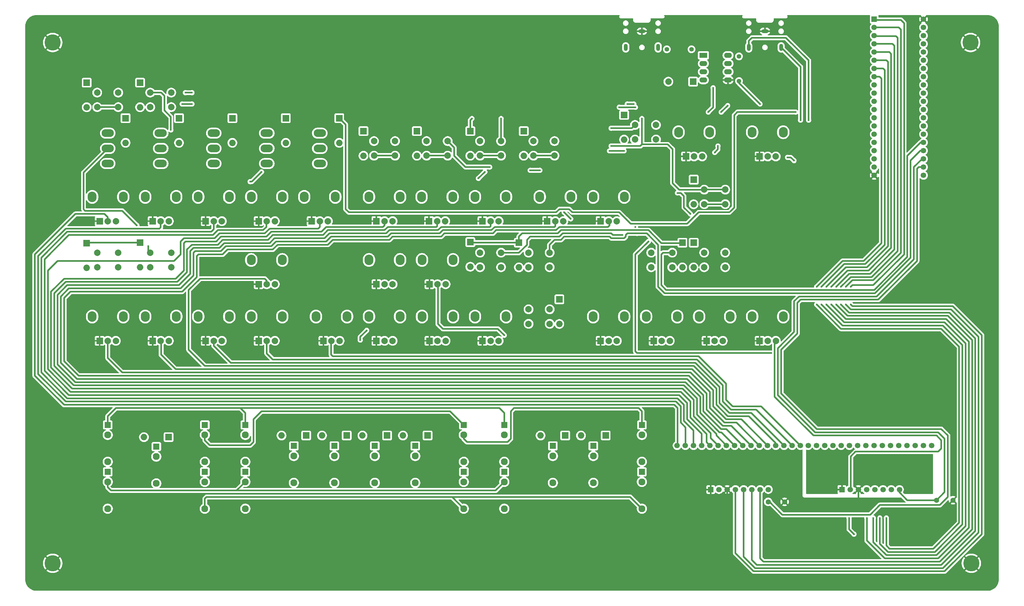
<source format=gbr>
%TF.GenerationSoftware,KiCad,Pcbnew,9.0.1*%
%TF.CreationDate,2025-10-27T16:29:32+00:00*%
%TF.ProjectId,WEASEL_KiCad,57454153-454c-45f4-9b69-4361642e6b69,rev?*%
%TF.SameCoordinates,Original*%
%TF.FileFunction,Copper,L2,Bot*%
%TF.FilePolarity,Positive*%
%FSLAX46Y46*%
G04 Gerber Fmt 4.6, Leading zero omitted, Abs format (unit mm)*
G04 Created by KiCad (PCBNEW 9.0.1) date 2025-10-27 16:29:32*
%MOMM*%
%LPD*%
G01*
G04 APERTURE LIST*
%TA.AperFunction,ComponentPad*%
%ADD10O,2.780000X3.240000*%
%TD*%
%TA.AperFunction,ComponentPad*%
%ADD11R,2.000000X2.000000*%
%TD*%
%TA.AperFunction,ComponentPad*%
%ADD12C,2.000000*%
%TD*%
%TA.AperFunction,ComponentPad*%
%ADD13R,1.930000X1.830000*%
%TD*%
%TA.AperFunction,ComponentPad*%
%ADD14C,2.130000*%
%TD*%
%TA.AperFunction,ComponentPad*%
%ADD15R,2.400000X1.600000*%
%TD*%
%TA.AperFunction,ComponentPad*%
%ADD16O,2.400000X1.600000*%
%TD*%
%TA.AperFunction,ComponentPad*%
%ADD17O,2.000000X2.000000*%
%TD*%
%TA.AperFunction,ComponentPad*%
%ADD18C,5.000000*%
%TD*%
%TA.AperFunction,ComponentPad*%
%ADD19C,1.397000*%
%TD*%
%TA.AperFunction,ComponentPad*%
%ADD20C,1.700000*%
%TD*%
%TA.AperFunction,ComponentPad*%
%ADD21R,1.700000X1.700000*%
%TD*%
%TA.AperFunction,ComponentPad*%
%ADD22O,1.200000X2.200000*%
%TD*%
%TA.AperFunction,ComponentPad*%
%ADD23O,2.200000X1.200000*%
%TD*%
%TA.AperFunction,ComponentPad*%
%ADD24O,3.800000X2.400000*%
%TD*%
%TA.AperFunction,ComponentPad*%
%ADD25C,1.600000*%
%TD*%
%TA.AperFunction,ViaPad*%
%ADD26C,0.600000*%
%TD*%
%TA.AperFunction,Conductor*%
%ADD27C,0.500000*%
%TD*%
G04 APERTURE END LIST*
D10*
%TO.P,RV23,*%
%TO.N,*%
X212323500Y-116715800D03*
X221923500Y-116715800D03*
D11*
%TO.P,RV23,1,1*%
%TO.N,GND*%
X214623500Y-124215800D03*
D12*
%TO.P,RV23,2,2*%
%TO.N,Net-(U2-i6)*%
X217123500Y-124215800D03*
%TO.P,RV23,3,3*%
%TO.N,Vcc*%
X219623500Y-124215800D03*
%TD*%
D13*
%TO.P,J16,S*%
%TO.N,B1*%
X45997300Y-164720000D03*
D14*
%TO.P,J16,T*%
X45997300Y-176120000D03*
%TO.P,J16,TN*%
X45997300Y-167820000D03*
%TD*%
D13*
%TO.P,J21,S*%
%TO.N,B2*%
X210997300Y-150220000D03*
D14*
%TO.P,J21,T*%
X210997300Y-161620000D03*
%TO.P,J21,TN*%
X210997300Y-153320000D03*
%TD*%
D10*
%TO.P,RV1,*%
%TO.N,*%
X41197300Y-79715800D03*
X50797300Y-79715800D03*
D11*
%TO.P,RV1,1,1*%
%TO.N,GND*%
X43497300Y-87215800D03*
D12*
%TO.P,RV1,2,2*%
%TO.N,Net-(U1-i0)*%
X45997300Y-87215800D03*
%TO.P,RV1,3,3*%
%TO.N,Vcc*%
X48497300Y-87215800D03*
%TD*%
D15*
%TO.P,U3,1,NC*%
%TO.N,unconnected-(U3-NC-Pad1)*%
X230000000Y-35960000D03*
D16*
%TO.P,U3,2,C1*%
%TO.N,Net-(D44-K)*%
X230000000Y-38500000D03*
%TO.P,U3,3,C2*%
%TO.N,Net-(D44-A)*%
X230000000Y-41040000D03*
%TO.P,U3,4,NC*%
%TO.N,unconnected-(U3-NC-Pad4)*%
X230000000Y-43580000D03*
%TO.P,U3,5,GND*%
%TO.N,GND*%
X237620000Y-43580000D03*
%TO.P,U3,6,VO2*%
%TO.N,MIDI_INPUT*%
X237620000Y-41040000D03*
%TO.P,U3,7,VO1*%
%TO.N,unconnected-(U3-VO1-Pad7)*%
X237620000Y-38500000D03*
%TO.P,U3,8,VCC*%
%TO.N,Vcc*%
X237620000Y-35960000D03*
%TD*%
D10*
%TO.P,RV13,*%
%TO.N,*%
X73948100Y-116715800D03*
X83548100Y-116715800D03*
D11*
%TO.P,RV13,1,1*%
%TO.N,GND*%
X76248100Y-124215800D03*
D12*
%TO.P,RV13,2,2*%
%TO.N,Net-(U1-i13)*%
X78748100Y-124215800D03*
%TO.P,RV13,3,3*%
%TO.N,Vcc*%
X81248100Y-124215800D03*
%TD*%
D13*
%TO.P,J22,S*%
%TO.N,B3*%
X75997300Y-164720000D03*
D14*
%TO.P,J22,T*%
X75997300Y-176120000D03*
%TO.P,J22,TN*%
X75997300Y-167820000D03*
%TD*%
D13*
%TO.P,J7,S*%
%TO.N,Net-(D4-A)*%
X128497300Y-156720000D03*
D14*
%TO.P,J7,T*%
X128497300Y-168120000D03*
%TO.P,J7,TN*%
X128497300Y-159820000D03*
%TD*%
D11*
%TO.P,D39,1,K*%
%TO.N,Y2*%
X173000000Y-93880000D03*
D17*
%TO.P,D39,2,A*%
%TO.N,Net-(D39-A)*%
X173000000Y-101500000D03*
%TD*%
D10*
%TO.P,RV19,*%
%TO.N,*%
X143065700Y-116715800D03*
X152665700Y-116715800D03*
D11*
%TO.P,RV19,1,1*%
%TO.N,GND*%
X145365700Y-124215800D03*
D12*
%TO.P,RV19,2,2*%
%TO.N,Net-(U2-i2)*%
X147865700Y-124215800D03*
%TO.P,RV19,3,3*%
%TO.N,Vcc*%
X150365700Y-124215800D03*
%TD*%
D10*
%TO.P,RV9,*%
%TO.N,*%
X179448100Y-79715800D03*
X189048100Y-79715800D03*
D11*
%TO.P,RV9,1,1*%
%TO.N,GND*%
X181748100Y-87215800D03*
D12*
%TO.P,RV9,2,2*%
%TO.N,Net-(U1-i8)*%
X184248100Y-87215800D03*
%TO.P,RV9,3,3*%
%TO.N,Vcc*%
X186748100Y-87215800D03*
%TD*%
D13*
%TO.P,J18,S*%
%TO.N,B1*%
X168497300Y-164720000D03*
D14*
%TO.P,J18,T*%
X168497300Y-176120000D03*
%TO.P,J18,TN*%
X168497300Y-167820000D03*
%TD*%
D18*
%TO.P,REF\u002A\u002A,*%
%TO.N,GND*%
X312500000Y-32000000D03*
%TD*%
D12*
%TO.P,SW34,1,1*%
%TO.N,X1*%
X177498100Y-62465800D03*
X183998100Y-62465800D03*
%TO.P,SW34,2,2*%
%TO.N,Net-(D34-A)*%
X177498100Y-66965800D03*
X183998100Y-66965800D03*
%TD*%
D11*
%TO.P,D43,1,K*%
%TO.N,Y3*%
X205500000Y-54380000D03*
D17*
%TO.P,D43,2,A*%
%TO.N,Net-(D43-A)*%
X205500000Y-62000000D03*
%TD*%
D18*
%TO.P,,*%
%TO.N,GND*%
X29000000Y-32000000D03*
%TD*%
D11*
%TO.P,D34,1,K*%
%TO.N,Y1*%
X174500000Y-59380000D03*
D17*
%TO.P,D34,2,A*%
%TO.N,Net-(D34-A)*%
X174500000Y-67000000D03*
%TD*%
D10*
%TO.P,RV4,*%
%TO.N,*%
X90323500Y-79715800D03*
X99923500Y-79715800D03*
D11*
%TO.P,RV4,1,1*%
%TO.N,GND*%
X92623500Y-87215800D03*
D12*
%TO.P,RV4,2,2*%
%TO.N,Net-(U1-i3)*%
X95123500Y-87215800D03*
%TO.P,RV4,3,3*%
%TO.N,Vcc*%
X97623500Y-87215800D03*
%TD*%
D10*
%TO.P,RV25,*%
%TO.N,*%
X245071600Y-116715800D03*
X254671600Y-116715800D03*
D11*
%TO.P,RV25,1,1*%
%TO.N,GND*%
X247371600Y-124215800D03*
D12*
%TO.P,RV25,2,2*%
%TO.N,Net-(U2-i8)*%
X249871600Y-124215800D03*
%TO.P,RV25,3,3*%
%TO.N,Vcc*%
X252371600Y-124215800D03*
%TD*%
D13*
%TO.P,J8,S*%
%TO.N,Net-(D6-A)*%
X140997300Y-156720000D03*
D14*
%TO.P,J8,T*%
X140997300Y-168120000D03*
%TO.P,J8,TN*%
X140997300Y-159820000D03*
%TD*%
D11*
%TO.P,D4,1,K*%
%TO.N,A3*%
X132307300Y-153500000D03*
D17*
%TO.P,D4,2,A*%
%TO.N,Net-(D4-A)*%
X124687300Y-153500000D03*
%TD*%
D10*
%TO.P,RV21,*%
%TO.N,*%
X143072700Y-99215800D03*
X152672700Y-99215800D03*
D11*
%TO.P,RV21,1,1*%
%TO.N,GND*%
X145372700Y-106715800D03*
D12*
%TO.P,RV21,2,2*%
%TO.N,Net-(U2-i4)*%
X147872700Y-106715800D03*
%TO.P,RV21,3,3*%
%TO.N,Vcc*%
X150372700Y-106715800D03*
%TD*%
%TO.P,SW2,1,1*%
%TO.N,X0*%
X42747300Y-47465800D03*
X49247300Y-47465800D03*
%TO.P,SW2,2,2*%
%TO.N,Net-(D5-A)*%
X42747300Y-51965800D03*
X49247300Y-51965800D03*
%TD*%
D18*
%TO.P,,*%
%TO.N,GND*%
X312750000Y-193000000D03*
%TD*%
D12*
%TO.P,SW35,1,1*%
%TO.N,X2*%
X42747300Y-96965800D03*
X49247300Y-96965800D03*
%TO.P,SW35,2,2*%
%TO.N,Net-(D35-A)*%
X42747300Y-101465800D03*
X49247300Y-101465800D03*
%TD*%
D13*
%TO.P,J17,S*%
%TO.N,B1*%
X88497300Y-164720000D03*
D14*
%TO.P,J17,T*%
X88497300Y-176120000D03*
%TO.P,J17,TN*%
X88497300Y-167820000D03*
%TD*%
D10*
%TO.P,RV24,*%
%TO.N,*%
X228686500Y-116715800D03*
X238286500Y-116715800D03*
D11*
%TO.P,RV24,1,1*%
%TO.N,GND*%
X230986500Y-124215800D03*
D12*
%TO.P,RV24,2,2*%
%TO.N,Net-(U2-i7)*%
X233486500Y-124215800D03*
%TO.P,RV24,3,3*%
%TO.N,Vcc*%
X235986500Y-124215800D03*
%TD*%
D19*
%TO.P,R10,1*%
%TO.N,Net-(J1-PadR)*%
X218690000Y-34080000D03*
%TO.P,R10,2*%
%TO.N,Net-(D44-K)*%
X226310000Y-34080000D03*
%TD*%
D11*
%TO.P,D1,1,K*%
%TO.N,A0*%
X64807300Y-154000000D03*
D17*
%TO.P,D1,2,A*%
%TO.N,Net-(D1-A)*%
X57187300Y-154000000D03*
%TD*%
D20*
%TO.P,U2,C0*%
%TO.N,N/C*%
X262380000Y-156600000D03*
%TO.P,U2,C1*%
X264920000Y-156600000D03*
%TO.P,U2,C2*%
X267460000Y-156600000D03*
%TO.P,U2,C3*%
X270000000Y-156600000D03*
%TO.P,U2,C4*%
X272540000Y-156600000D03*
%TO.P,U2,C5*%
X275080000Y-156600000D03*
%TO.P,U2,C6*%
X277620000Y-156600000D03*
%TO.P,U2,C7*%
X280160000Y-156600000D03*
%TO.P,U2,C8*%
X282700000Y-156600000D03*
%TO.P,U2,C9*%
X285240000Y-156600000D03*
%TO.P,U2,C10*%
X287780000Y-156600000D03*
%TO.P,U2,C11*%
X290320000Y-156600000D03*
%TO.P,U2,C12*%
X292860000Y-156600000D03*
%TO.P,U2,C13*%
X295400000Y-156600000D03*
%TO.P,U2,C14*%
X297940000Y-156600000D03*
%TO.P,U2,C15*%
X300480000Y-156600000D03*
%TO.P,U2,EN*%
%TO.N,GND*%
X277860000Y-170200000D03*
D21*
%TO.P,U2,GND*%
X272780000Y-170200000D03*
D20*
%TO.P,U2,S0*%
%TO.N,N/C*%
X280400000Y-170200000D03*
%TO.P,U2,S1*%
X282940000Y-170200000D03*
%TO.P,U2,S2*%
X285480000Y-170200000D03*
%TO.P,U2,S3*%
X288020000Y-170200000D03*
%TO.P,U2,SIG*%
X290560000Y-170200000D03*
%TO.P,U2,VCC*%
X275320000Y-170200000D03*
%TD*%
D10*
%TO.P,RV27,*%
%TO.N,*%
X245067300Y-59715800D03*
X254667300Y-59715800D03*
D11*
%TO.P,RV27,1,1*%
%TO.N,GND*%
X247367300Y-67215800D03*
D12*
%TO.P,RV27,2,2*%
%TO.N,Net-(U2-i10)*%
X249867300Y-67215800D03*
%TO.P,RV27,3,3*%
%TO.N,Vcc*%
X252367300Y-67215800D03*
%TD*%
D11*
%TO.P,D37,1,K*%
%TO.N,Y2*%
X158000000Y-93690000D03*
D17*
%TO.P,D37,2,A*%
%TO.N,Net-(D37-A)*%
X158000000Y-101310000D03*
%TD*%
D12*
%TO.P,SW43,1,1*%
%TO.N,X2*%
X208868100Y-57465800D03*
X215368100Y-57465800D03*
%TO.P,SW43,2,2*%
%TO.N,Net-(D43-A)*%
X208868100Y-61965800D03*
X215368100Y-61965800D03*
%TD*%
%TO.P,SW6,1,1*%
%TO.N,X1*%
X59122700Y-47465800D03*
X65622700Y-47465800D03*
%TO.P,SW6,2,2*%
%TO.N,Net-(D30-A)*%
X59122700Y-51965800D03*
X65622700Y-51965800D03*
%TD*%
D11*
%TO.P,D38,1,K*%
%TO.N,Y2*%
X185500000Y-111380000D03*
D17*
%TO.P,D38,2,A*%
%TO.N,Net-(D38-A)*%
X185500000Y-119000000D03*
%TD*%
D10*
%TO.P,RV5,*%
%TO.N,*%
X106698900Y-79715800D03*
X116298900Y-79715800D03*
D11*
%TO.P,RV5,1,1*%
%TO.N,GND*%
X108998900Y-87215800D03*
D12*
%TO.P,RV5,2,2*%
%TO.N,Net-(U1-i4)*%
X111498900Y-87215800D03*
%TO.P,RV5,3,3*%
%TO.N,Vcc*%
X113998900Y-87215800D03*
%TD*%
D10*
%TO.P,RV11,*%
%TO.N,*%
X41197300Y-116715800D03*
X50797300Y-116715800D03*
D11*
%TO.P,RV11,1,1*%
%TO.N,GND*%
X43497300Y-124215800D03*
D12*
%TO.P,RV11,2,2*%
%TO.N,Net-(U1-i10)*%
X45997300Y-124215800D03*
%TO.P,RV11,3,3*%
%TO.N,Vcc*%
X48497300Y-124215800D03*
%TD*%
D10*
%TO.P,RV18,*%
%TO.N,*%
X126697300Y-99215800D03*
X136297300Y-99215800D03*
D11*
%TO.P,RV18,1,1*%
%TO.N,GND*%
X128997300Y-106715800D03*
D12*
%TO.P,RV18,2,2*%
%TO.N,Net-(U2-i1)*%
X131497300Y-106715800D03*
%TO.P,RV18,3,3*%
%TO.N,Vcc*%
X133997300Y-106715800D03*
%TD*%
D11*
%TO.P,D40,1,K*%
%TO.N,Y2*%
X223500000Y-93880000D03*
D17*
%TO.P,D40,2,A*%
%TO.N,Net-(D40-A)*%
X223500000Y-101500000D03*
%TD*%
D11*
%TO.P,D36,1,K*%
%TO.N,Y1*%
X56000000Y-93880000D03*
D17*
%TO.P,D36,2,A*%
%TO.N,Net-(D36-A)*%
X56000000Y-101500000D03*
%TD*%
D12*
%TO.P,SW42,1,1*%
%TO.N,X1*%
X230250000Y-77465800D03*
X236750000Y-77465800D03*
%TO.P,SW42,2,2*%
%TO.N,Net-(D42-A)*%
X230250000Y-81965800D03*
X236750000Y-81965800D03*
%TD*%
D19*
%TO.P,R9,1*%
%TO.N,Vcc*%
X241000000Y-36270000D03*
%TO.P,R9,2*%
%TO.N,MIDI_INPUT*%
X241000000Y-43890000D03*
%TD*%
D11*
%TO.P,D8,1,K*%
%TO.N,A6*%
X199807300Y-153500000D03*
D17*
%TO.P,D8,2,A*%
%TO.N,Net-(D8-A)*%
X192187300Y-153500000D03*
%TD*%
D10*
%TO.P,RV6,*%
%TO.N,*%
X126698900Y-79715800D03*
X136298900Y-79715800D03*
D11*
%TO.P,RV6,1,1*%
%TO.N,GND*%
X128998900Y-87215800D03*
D12*
%TO.P,RV6,2,2*%
%TO.N,Net-(U1-i5)*%
X131498900Y-87215800D03*
%TO.P,RV6,3,3*%
%TO.N,Vcc*%
X133998900Y-87215800D03*
%TD*%
D11*
%TO.P,D48,1,K*%
%TO.N,Y4*%
X101000000Y-55380000D03*
D17*
%TO.P,D48,2,A*%
%TO.N,Net-(D48-A)*%
X101000000Y-63000000D03*
%TD*%
D13*
%TO.P,J10,S*%
%TO.N,Net-(D8-A)*%
X195997300Y-156720000D03*
D14*
%TO.P,J10,T*%
X195997300Y-168120000D03*
%TO.P,J10,TN*%
X195997300Y-159820000D03*
%TD*%
D13*
%TO.P,J6,S*%
%TO.N,Net-(D3-A)*%
X115997300Y-156720000D03*
D14*
%TO.P,J6,T*%
X115997300Y-168120000D03*
%TO.P,J6,TN*%
X115997300Y-159820000D03*
%TD*%
D13*
%TO.P,J19,S*%
%TO.N,B2*%
X75997300Y-150220000D03*
D14*
%TO.P,J19,T*%
X75997300Y-161620000D03*
%TO.P,J19,TN*%
X75997300Y-153320000D03*
%TD*%
D13*
%TO.P,J5,S*%
%TO.N,Net-(D2-A)*%
X103497300Y-156720000D03*
D14*
%TO.P,J5,T*%
X103497300Y-168120000D03*
%TO.P,J5,TN*%
X103497300Y-159820000D03*
%TD*%
D13*
%TO.P,J23,S*%
%TO.N,B3*%
X155997300Y-164720000D03*
D14*
%TO.P,J23,T*%
X155997300Y-176120000D03*
%TO.P,J23,TN*%
X155997300Y-167820000D03*
%TD*%
D10*
%TO.P,RV7,*%
%TO.N,*%
X142948100Y-79715800D03*
X152548100Y-79715800D03*
D11*
%TO.P,RV7,1,1*%
%TO.N,GND*%
X145248100Y-87215800D03*
D12*
%TO.P,RV7,2,2*%
%TO.N,Net-(U1-i6)*%
X147748100Y-87215800D03*
%TO.P,RV7,3,3*%
%TO.N,Vcc*%
X150248100Y-87215800D03*
%TD*%
D10*
%TO.P,RV26,*%
%TO.N,*%
X222318100Y-59715800D03*
X231918100Y-59715800D03*
D11*
%TO.P,RV26,1,1*%
%TO.N,GND*%
X224618100Y-67215800D03*
D12*
%TO.P,RV26,2,2*%
%TO.N,Net-(U2-i9)*%
X227118100Y-67215800D03*
%TO.P,RV26,3,3*%
%TO.N,Vcc*%
X229618100Y-67215800D03*
%TD*%
D13*
%TO.P,J9,S*%
%TO.N,Net-(D7-A)*%
X183497300Y-156720000D03*
D14*
%TO.P,J9,T*%
X183497300Y-168120000D03*
%TO.P,J9,TN*%
X183497300Y-159820000D03*
%TD*%
D22*
%TO.P,J1,R*%
%TO.N,Net-(J1-PadR)*%
X216000000Y-33500000D03*
D23*
%TO.P,J1,S*%
%TO.N,GND*%
X211000000Y-28500000D03*
D22*
%TO.P,J1,T*%
%TO.N,Net-(D44-A)*%
X206000000Y-33500000D03*
%TD*%
D10*
%TO.P,RV3,*%
%TO.N,*%
X73948100Y-79715800D03*
X83548100Y-79715800D03*
D11*
%TO.P,RV3,1,1*%
%TO.N,GND*%
X76248100Y-87215800D03*
D12*
%TO.P,RV3,2,2*%
%TO.N,Net-(U1-i2)*%
X78748100Y-87215800D03*
%TO.P,RV3,3,3*%
%TO.N,Vcc*%
X81248100Y-87215800D03*
%TD*%
D11*
%TO.P,D30,1,K*%
%TO.N,Y0*%
X56000000Y-44380000D03*
D17*
%TO.P,D30,2,A*%
%TO.N,Net-(D30-A)*%
X56000000Y-52000000D03*
%TD*%
D10*
%TO.P,RV14,*%
%TO.N,*%
X90323500Y-116715800D03*
X99923500Y-116715800D03*
D11*
%TO.P,RV14,1,1*%
%TO.N,GND*%
X92623500Y-124215800D03*
D12*
%TO.P,RV14,2,2*%
%TO.N,Net-(U1-i14)*%
X95123500Y-124215800D03*
%TO.P,RV14,3,3*%
%TO.N,Vcc*%
X97623500Y-124215800D03*
%TD*%
D13*
%TO.P,J3,S*%
%TO.N,B0*%
X45997300Y-150220000D03*
D14*
%TO.P,J3,T*%
X45997300Y-161620000D03*
%TO.P,J3,TN*%
X45997300Y-153320000D03*
%TD*%
D10*
%TO.P,RV17,*%
%TO.N,*%
X126697300Y-116715800D03*
X136297300Y-116715800D03*
D11*
%TO.P,RV17,1,1*%
%TO.N,GND*%
X128997300Y-124215800D03*
D12*
%TO.P,RV17,2,2*%
%TO.N,Net-(U2-i0)*%
X131497300Y-124215800D03*
%TO.P,RV17,3,3*%
%TO.N,Vcc*%
X133997300Y-124215800D03*
%TD*%
%TO.P,SW40,1,1*%
%TO.N,X3*%
X213873500Y-96965800D03*
X220373500Y-96965800D03*
%TO.P,SW40,2,2*%
%TO.N,Net-(D40-A)*%
X213873500Y-101465800D03*
X220373500Y-101465800D03*
%TD*%
D13*
%TO.P,J20,S*%
%TO.N,B2*%
X155997300Y-150220000D03*
D14*
%TO.P,J20,T*%
X155997300Y-161620000D03*
%TO.P,J20,TN*%
X155997300Y-153320000D03*
%TD*%
D12*
%TO.P,SW31,1,1*%
%TO.N,X2*%
X128248900Y-62465800D03*
X134748900Y-62465800D03*
%TO.P,SW31,2,2*%
%TO.N,Net-(D31-A)*%
X128248900Y-66965800D03*
X134748900Y-66965800D03*
%TD*%
D11*
%TO.P,D42,1,K*%
%TO.N,Y3*%
X227000000Y-74380000D03*
D17*
%TO.P,D42,2,A*%
%TO.N,Net-(D42-A)*%
X227000000Y-82000000D03*
%TD*%
D10*
%TO.P,RV8,*%
%TO.N,*%
X159448100Y-79715800D03*
X169048100Y-79715800D03*
D11*
%TO.P,RV8,1,1*%
%TO.N,GND*%
X161748100Y-87215800D03*
D12*
%TO.P,RV8,2,2*%
%TO.N,Net-(U1-i7)*%
X164248100Y-87215800D03*
%TO.P,RV8,3,3*%
%TO.N,Vcc*%
X166748100Y-87215800D03*
%TD*%
D11*
%TO.P,D5,1,K*%
%TO.N,Y0*%
X39500000Y-44380000D03*
D17*
%TO.P,D5,2,A*%
%TO.N,Net-(D5-A)*%
X39500000Y-52000000D03*
%TD*%
D11*
%TO.P,D2,1,K*%
%TO.N,A1*%
X107307300Y-153500000D03*
D17*
%TO.P,D2,2,A*%
%TO.N,Net-(D2-A)*%
X99687300Y-153500000D03*
%TD*%
D11*
%TO.P,D46,1,K*%
%TO.N,Y4*%
X68000000Y-55380000D03*
D17*
%TO.P,D46,2,A*%
%TO.N,Net-(D46-A)*%
X68000000Y-63000000D03*
%TD*%
D24*
%TO.P,SW7,1,A*%
%TO.N,Net-(D49-A)*%
X111498900Y-60015800D03*
%TO.P,SW7,2,B*%
%TO.N,X3*%
X111498900Y-64715800D03*
%TO.P,SW7,3,C*%
%TO.N,unconnected-(SW7-C-Pad3)*%
X111498900Y-69415800D03*
%TD*%
D10*
%TO.P,RV22,*%
%TO.N,*%
X195948100Y-116715800D03*
X205548100Y-116715800D03*
D11*
%TO.P,RV22,1,1*%
%TO.N,GND*%
X198248100Y-124215800D03*
D12*
%TO.P,RV22,2,2*%
%TO.N,Net-(U2-i5)*%
X200748100Y-124215800D03*
%TO.P,RV22,3,3*%
%TO.N,Vcc*%
X203248100Y-124215800D03*
%TD*%
D11*
%TO.P,D32,1,K*%
%TO.N,Y0*%
X141500000Y-59380000D03*
D17*
%TO.P,D32,2,A*%
%TO.N,Net-(D32-A)*%
X141500000Y-67000000D03*
%TD*%
D13*
%TO.P,J24,S*%
%TO.N,B3*%
X210997300Y-164720000D03*
D14*
%TO.P,J24,T*%
X210997300Y-176120000D03*
%TO.P,J24,TN*%
X210997300Y-167820000D03*
%TD*%
D12*
%TO.P,SW36,1,1*%
%TO.N,X3*%
X59125400Y-96965800D03*
X65625400Y-96965800D03*
%TO.P,SW36,2,2*%
%TO.N,Net-(D36-A)*%
X59125400Y-101465800D03*
X65625400Y-101465800D03*
%TD*%
D13*
%TO.P,J4,S*%
%TO.N,Net-(D1-A)*%
X60997300Y-156920000D03*
D14*
%TO.P,J4,T*%
X60997300Y-168320000D03*
%TO.P,J4,TN*%
X60997300Y-160020000D03*
%TD*%
D24*
%TO.P,SW4,1,A*%
%TO.N,Net-(D47-A)*%
X78748100Y-60015800D03*
%TO.P,SW4,2,B*%
%TO.N,X1*%
X78748100Y-64715800D03*
%TO.P,SW4,3,C*%
%TO.N,unconnected-(SW4-C-Pad3)*%
X78748100Y-69415800D03*
%TD*%
D11*
%TO.P,D31,1,K*%
%TO.N,Y0*%
X125000000Y-59380000D03*
D17*
%TO.P,D31,2,A*%
%TO.N,Net-(D31-A)*%
X125000000Y-67000000D03*
%TD*%
D12*
%TO.P,SW41,1,1*%
%TO.N,X0*%
X230236500Y-96965800D03*
X236736500Y-96965800D03*
%TO.P,SW41,2,2*%
%TO.N,Net-(D41-A)*%
X230236500Y-101465800D03*
X236736500Y-101465800D03*
%TD*%
%TO.P,SW32,1,1*%
%TO.N,X3*%
X144498100Y-62465800D03*
X150998100Y-62465800D03*
%TO.P,SW32,2,2*%
%TO.N,Net-(D32-A)*%
X144498100Y-66965800D03*
X150998100Y-66965800D03*
%TD*%
D11*
%TO.P,D3,1,K*%
%TO.N,A2*%
X119807300Y-153500000D03*
D17*
%TO.P,D3,2,A*%
%TO.N,Net-(D3-A)*%
X112187300Y-153500000D03*
%TD*%
D13*
%TO.P,J15,S*%
%TO.N,B0*%
X88497300Y-150220000D03*
D14*
%TO.P,J15,T*%
X88497300Y-161620000D03*
%TO.P,J15,TN*%
X88497300Y-153320000D03*
%TD*%
D25*
%TO.P,C1,1*%
%TO.N,MUX2_SIGNAL*%
X302000000Y-173500000D03*
%TO.P,C1,2*%
%TO.N,GND*%
X307080000Y-173500000D03*
%TD*%
D10*
%TO.P,RV12,*%
%TO.N,*%
X57575400Y-116715800D03*
X67175400Y-116715800D03*
D11*
%TO.P,RV12,1,1*%
%TO.N,GND*%
X59875400Y-124215800D03*
D12*
%TO.P,RV12,2,2*%
%TO.N,Net-(U1-i11)*%
X62375400Y-124215800D03*
%TO.P,RV12,3,3*%
%TO.N,Vcc*%
X64875400Y-124215800D03*
%TD*%
%TO.P,SW39,1,1*%
%TO.N,X2*%
X175998100Y-96965800D03*
X182498100Y-96965800D03*
%TO.P,SW39,2,2*%
%TO.N,Net-(D39-A)*%
X175998100Y-101465800D03*
X182498100Y-101465800D03*
%TD*%
D10*
%TO.P,RV20,*%
%TO.N,*%
X159448100Y-116715800D03*
X169048100Y-116715800D03*
D11*
%TO.P,RV20,1,1*%
%TO.N,GND*%
X161748100Y-124215800D03*
D12*
%TO.P,RV20,2,2*%
%TO.N,Net-(U2-i3)*%
X164248100Y-124215800D03*
%TO.P,RV20,3,3*%
%TO.N,Vcc*%
X166748100Y-124215800D03*
%TD*%
D10*
%TO.P,RV16,*%
%TO.N,*%
X110321900Y-116715800D03*
X119921900Y-116715800D03*
D11*
%TO.P,RV16,1,1*%
%TO.N,GND*%
X112621900Y-124215800D03*
D12*
%TO.P,RV16,2,2*%
%TO.N,Net-(U1-i15)*%
X115121900Y-124215800D03*
%TO.P,RV16,3,3*%
%TO.N,Vcc*%
X117621900Y-124215800D03*
%TD*%
D22*
%TO.P,J2,R*%
%TO.N,OUT_R*%
X254000000Y-33500000D03*
D23*
%TO.P,J2,S*%
%TO.N,GND*%
X249000000Y-28500000D03*
D22*
%TO.P,J2,T*%
%TO.N,OUT_L*%
X244000000Y-33500000D03*
%TD*%
D11*
%TO.P,D33,1,K*%
%TO.N,Y1*%
X158000000Y-59380000D03*
D17*
%TO.P,D33,2,A*%
%TO.N,Net-(D33-A)*%
X158000000Y-67000000D03*
%TD*%
D12*
%TO.P,SW37,1,1*%
%TO.N,X0*%
X160993800Y-96965800D03*
X167493800Y-96965800D03*
%TO.P,SW37,2,2*%
%TO.N,Net-(D37-A)*%
X160993800Y-101465800D03*
X167493800Y-101465800D03*
%TD*%
%TO.P,SW38,1,1*%
%TO.N,X1*%
X175998100Y-114465800D03*
X182498100Y-114465800D03*
%TO.P,SW38,2,2*%
%TO.N,Net-(D38-A)*%
X175998100Y-118965800D03*
X182498100Y-118965800D03*
%TD*%
D11*
%TO.P,D44,1,K*%
%TO.N,Net-(D44-K)*%
X226810000Y-44080000D03*
D17*
%TO.P,D44,2,A*%
%TO.N,Net-(D44-A)*%
X219190000Y-44080000D03*
%TD*%
D13*
%TO.P,J14,S*%
%TO.N,B0*%
X168497300Y-150220000D03*
D14*
%TO.P,J14,T*%
X168497300Y-161620000D03*
%TO.P,J14,TN*%
X168497300Y-153320000D03*
%TD*%
D11*
%TO.P,D6,1,K*%
%TO.N,A4*%
X144807300Y-153500000D03*
D17*
%TO.P,D6,2,A*%
%TO.N,Net-(D6-A)*%
X137187300Y-153500000D03*
%TD*%
D24*
%TO.P,SW3,1,A*%
%TO.N,Net-(D46-A)*%
X62372700Y-60015800D03*
%TO.P,SW3,2,B*%
%TO.N,X0*%
X62372700Y-64715800D03*
%TO.P,SW3,3,C*%
%TO.N,unconnected-(SW3-C-Pad3)*%
X62372700Y-69415800D03*
%TD*%
D11*
%TO.P,D35,1,K*%
%TO.N,Y1*%
X39500000Y-94000000D03*
D17*
%TO.P,D35,2,A*%
%TO.N,Net-(D35-A)*%
X39500000Y-101620000D03*
%TD*%
D11*
%TO.P,D49,1,K*%
%TO.N,Y4*%
X117500000Y-55380000D03*
D17*
%TO.P,D49,2,A*%
%TO.N,Net-(D49-A)*%
X117500000Y-63000000D03*
%TD*%
D11*
%TO.P,D47,1,K*%
%TO.N,Y4*%
X84500000Y-55380000D03*
D17*
%TO.P,D47,2,A*%
%TO.N,Net-(D47-A)*%
X84500000Y-63000000D03*
%TD*%
D18*
%TO.P,,*%
%TO.N,GND*%
X29000000Y-193000000D03*
%TD*%
D24*
%TO.P,SW1,1,A*%
%TO.N,Net-(D45-A)*%
X45997300Y-60015800D03*
%TO.P,SW1,2,B*%
%TO.N,X3*%
X45997300Y-64715800D03*
%TO.P,SW1,3,C*%
%TO.N,unconnected-(SW1-C-Pad3)*%
X45997300Y-69415800D03*
%TD*%
D21*
%TO.P,A1,1,USB_ID*%
%TO.N,MUX1_S0*%
X282760000Y-24800000D03*
D20*
%TO.P,A1,2,SD_DATA_3*%
%TO.N,MUX1_S1*%
X282760000Y-27340000D03*
%TO.P,A1,3,SD_DATA_2*%
%TO.N,MUX1_S2*%
X282760000Y-29880000D03*
%TO.P,A1,4,SD_DATA_1*%
%TO.N,MUX1_S3*%
X282760000Y-32420000D03*
%TO.P,A1,5,SD_DATA_0*%
%TO.N,MUX2_S0*%
X282760000Y-34960000D03*
%TO.P,A1,6,SD_CMD*%
%TO.N,MUX2_S1*%
X282760000Y-37500000D03*
%TO.P,A1,7,SD_CLK*%
%TO.N,MUX2_S2*%
X282760000Y-40040000D03*
%TO.P,A1,8,SPI1_CS*%
%TO.N,MUX2_S3*%
X282760000Y-42580000D03*
%TO.P,A1,9,SPI1_SCK*%
%TO.N,Y0*%
X282760000Y-45120000D03*
%TO.P,A1,10,SPI1_POCI*%
%TO.N,Y1*%
X282760000Y-47660000D03*
%TO.P,A1,11,SPI1_PICO*%
%TO.N,Y2*%
X282760000Y-50200000D03*
%TO.P,A1,12,I2C1_SCL*%
%TO.N,Y3*%
X282760000Y-52740000D03*
%TO.P,A1,13,I2C1_SDA*%
%TO.N,X0*%
X282760000Y-55280000D03*
%TO.P,A1,14,USART1_TX*%
%TO.N,X1*%
X282760000Y-57820000D03*
%TO.P,A1,15,USART1_RX*%
%TO.N,Y4*%
X282760000Y-60360000D03*
%TO.P,A1,16,AUDIO_IN_1*%
%TO.N,unconnected-(A1-AUDIO_IN_1-Pad16)*%
X282760000Y-62900000D03*
%TO.P,A1,17,AUDIO_IN_2*%
%TO.N,unconnected-(A1-AUDIO_IN_2-Pad17)*%
X282760000Y-65440000D03*
%TO.P,A1,18,AUDIO_OUT_1*%
%TO.N,OUT_L*%
X282760000Y-67980000D03*
%TO.P,A1,19,AUDIO_OUT_2*%
%TO.N,OUT_R*%
X282760000Y-70520000D03*
%TO.P,A1,20,AGND*%
%TO.N,GND*%
X282760000Y-73060000D03*
%TO.P,A1,21,3V3_A*%
%TO.N,unconnected-(A1-3V3_A-Pad21)*%
X298000000Y-73060000D03*
%TO.P,A1,22,ADC_0*%
%TO.N,MUX1_SIGNAL*%
X298000000Y-70520000D03*
%TO.P,A1,23,ADC_1*%
%TO.N,MUX2_SIGNAL*%
X298000000Y-67980000D03*
%TO.P,A1,24,ADC_2*%
%TO.N,X2*%
X298000000Y-65440000D03*
%TO.P,A1,25,ADC_3*%
%TO.N,X3*%
X298000000Y-62900000D03*
%TO.P,A1,26,ADC_4*%
%TO.N,B0*%
X298000000Y-60360000D03*
%TO.P,A1,27,ADC_5*%
%TO.N,B1*%
X298000000Y-57820000D03*
%TO.P,A1,28,ADC_6*%
%TO.N,B2*%
X298000000Y-55280000D03*
%TO.P,A1,29,DAC_OUT2*%
%TO.N,B3*%
X298000000Y-52740000D03*
%TO.P,A1,30,DAC_OUT1*%
%TO.N,A0*%
X298000000Y-50200000D03*
%TO.P,A1,31,SAI2_MCLK*%
%TO.N,A1*%
X298000000Y-47660000D03*
%TO.P,A1,32,SAI2_SD_B*%
%TO.N,A2*%
X298000000Y-45120000D03*
%TO.P,A1,33,SAI2_SD_A*%
%TO.N,A3*%
X298000000Y-42580000D03*
%TO.P,A1,34,SAI2_FS*%
%TO.N,A4*%
X298000000Y-40040000D03*
%TO.P,A1,35,SAI2_SCK*%
%TO.N,A5*%
X298000000Y-37500000D03*
%TO.P,A1,36,USB_D_-*%
%TO.N,A6*%
X298000000Y-34960000D03*
%TO.P,A1,37,USB_D_+*%
%TO.N,MIDI_INPUT*%
X298000000Y-32420000D03*
%TO.P,A1,38,3V3_D*%
%TO.N,Vcc*%
X298000000Y-29880000D03*
%TO.P,A1,39,VIN*%
%TO.N,unconnected-(A1-VIN-Pad39)*%
X298000000Y-27340000D03*
%TO.P,A1,40,DGND*%
%TO.N,GND*%
X298000000Y-24800000D03*
%TD*%
D11*
%TO.P,D41,1,K*%
%TO.N,Y3*%
X227000000Y-93880000D03*
D17*
%TO.P,D41,2,A*%
%TO.N,Net-(D41-A)*%
X227000000Y-101500000D03*
%TD*%
D25*
%TO.P,C2,1*%
%TO.N,MUX1_SIGNAL*%
X250000000Y-174000000D03*
%TO.P,C2,2*%
%TO.N,GND*%
X255080000Y-174000000D03*
%TD*%
D20*
%TO.P,U1,C0*%
%TO.N,N/C*%
X221877300Y-156600000D03*
%TO.P,U1,C1*%
X224417300Y-156600000D03*
%TO.P,U1,C2*%
X226957300Y-156600000D03*
%TO.P,U1,C3*%
X229497300Y-156600000D03*
%TO.P,U1,C4*%
X232037300Y-156600000D03*
%TO.P,U1,C5*%
X234577300Y-156600000D03*
%TO.P,U1,C6*%
X237117300Y-156600000D03*
%TO.P,U1,C7*%
X239657300Y-156600000D03*
%TO.P,U1,C8*%
X242197300Y-156600000D03*
%TO.P,U1,C9*%
X244737300Y-156600000D03*
%TO.P,U1,C10*%
X247277300Y-156600000D03*
%TO.P,U1,C11*%
X249817300Y-156600000D03*
%TO.P,U1,C12*%
X252357300Y-156600000D03*
%TO.P,U1,C13*%
X254897300Y-156600000D03*
%TO.P,U1,C14*%
X257437300Y-156600000D03*
%TO.P,U1,C15*%
X259977300Y-156600000D03*
%TO.P,U1,EN*%
%TO.N,GND*%
X237357300Y-170200000D03*
D21*
%TO.P,U1,GND*%
X232277300Y-170200000D03*
D20*
%TO.P,U1,S0*%
%TO.N,N/C*%
X239897300Y-170200000D03*
%TO.P,U1,S1*%
X242437300Y-170200000D03*
%TO.P,U1,S2*%
X244977300Y-170200000D03*
%TO.P,U1,S3*%
X247517300Y-170200000D03*
%TO.P,U1,SIG*%
X250057300Y-170200000D03*
%TO.P,U1,VCC*%
X234817300Y-170200000D03*
%TD*%
D11*
%TO.P,D45,1,K*%
%TO.N,Y3*%
X51500000Y-55380000D03*
D17*
%TO.P,D45,2,A*%
%TO.N,Net-(D45-A)*%
X51500000Y-63000000D03*
%TD*%
D10*
%TO.P,RV2,*%
%TO.N,*%
X57572700Y-79715800D03*
X67172700Y-79715800D03*
D11*
%TO.P,RV2,1,1*%
%TO.N,GND*%
X59872700Y-87215800D03*
D12*
%TO.P,RV2,2,2*%
%TO.N,Net-(U1-i1)*%
X62372700Y-87215800D03*
%TO.P,RV2,3,3*%
%TO.N,Vcc*%
X64872700Y-87215800D03*
%TD*%
D11*
%TO.P,D7,1,K*%
%TO.N,A5*%
X187307300Y-153500000D03*
D17*
%TO.P,D7,2,A*%
%TO.N,Net-(D7-A)*%
X179687300Y-153500000D03*
%TD*%
D10*
%TO.P,RV10,*%
%TO.N,*%
X195948100Y-79715800D03*
X205548100Y-79715800D03*
D11*
%TO.P,RV10,1,1*%
%TO.N,GND*%
X198248100Y-87215800D03*
D12*
%TO.P,RV10,2,2*%
%TO.N,Net-(U1-i9)*%
X200748100Y-87215800D03*
%TO.P,RV10,3,3*%
%TO.N,Vcc*%
X203248100Y-87215800D03*
%TD*%
D10*
%TO.P,RV15,*%
%TO.N,*%
X90323500Y-99215800D03*
X99923500Y-99215800D03*
D11*
%TO.P,RV15,1,1*%
%TO.N,GND*%
X92623500Y-106715800D03*
D12*
%TO.P,RV15,2,2*%
%TO.N,Net-(U1-i12)*%
X95123500Y-106715800D03*
%TO.P,RV15,3,3*%
%TO.N,Vcc*%
X97623500Y-106715800D03*
%TD*%
D24*
%TO.P,SW5,1,A*%
%TO.N,Net-(D48-A)*%
X95123500Y-60015800D03*
%TO.P,SW5,2,B*%
%TO.N,X2*%
X95123500Y-64715800D03*
%TO.P,SW5,3,C*%
%TO.N,unconnected-(SW5-C-Pad3)*%
X95123500Y-69415800D03*
%TD*%
D12*
%TO.P,SW33,1,1*%
%TO.N,X0*%
X160998100Y-62465800D03*
X167498100Y-62465800D03*
%TO.P,SW33,2,2*%
%TO.N,Net-(D33-A)*%
X160998100Y-66965800D03*
X167498100Y-66965800D03*
%TD*%
D26*
%TO.N,MIDI_INPUT*%
X247500000Y-51000000D03*
%TO.N,MUX1_S3*%
X271000000Y-113000000D03*
X271000000Y-107500000D03*
%TO.N,MUX2_S1*%
X268000000Y-107500000D03*
X268000000Y-113000000D03*
X282500000Y-179000000D03*
%TO.N,GND*%
X232000000Y-174000000D03*
X279000000Y-187000000D03*
X288500000Y-187000000D03*
X272500000Y-174000000D03*
%TO.N,Y1*%
X158500000Y-55500000D03*
%TO.N,MUX1_S0*%
X275500000Y-113000000D03*
X275500000Y-107500000D03*
%TO.N,Y4*%
X258500000Y-53500000D03*
%TO.N,OUT_L*%
X262500000Y-56000000D03*
%TO.N,Y0*%
X72000000Y-47500000D03*
X70000000Y-47500000D03*
%TO.N,Y2*%
X208500000Y-90000000D03*
%TO.N,MUX2_S2*%
X266500000Y-107500000D03*
X284500000Y-179000000D03*
X266500000Y-113000000D03*
%TO.N,Y3*%
X69000000Y-51000000D03*
X206500000Y-51000000D03*
X72000000Y-51000000D03*
X208500000Y-51000000D03*
%TO.N,MUX2_S3*%
X265000000Y-113000000D03*
X286500000Y-179000000D03*
X265000000Y-107500000D03*
%TO.N,OUT_R*%
X260000000Y-56000000D03*
%TO.N,MUX1_S2*%
X272500000Y-107500000D03*
X272500000Y-113000000D03*
%TO.N,MUX2_S0*%
X269500000Y-113000000D03*
X269500000Y-107500000D03*
X280500000Y-179000000D03*
%TO.N,MUX1_S1*%
X274000000Y-113000000D03*
X274000000Y-107500000D03*
%TO.N,Net-(U2-i1)*%
X124000000Y-124000000D03*
X126000000Y-121000000D03*
%TO.N,Net-(U2-i4)*%
X168500000Y-122500000D03*
%TO.N,Net-(U2-i9)*%
X213000000Y-93500000D03*
X251000000Y-128000000D03*
%TO.N,Vcc*%
X276500000Y-184000000D03*
X231500000Y-53500000D03*
X256000000Y-67500000D03*
X258000000Y-68500000D03*
X233000000Y-46000000D03*
X275000000Y-179000000D03*
%TO.N,X3*%
X58500000Y-95000000D03*
X55000000Y-88500000D03*
X226000000Y-85000000D03*
X176500000Y-71500000D03*
X179500000Y-71500000D03*
X164000000Y-70500000D03*
X201000000Y-65500000D03*
X205500000Y-65500000D03*
X222000000Y-78500000D03*
%TO.N,X1*%
X187000000Y-84500000D03*
X211000000Y-55500000D03*
X201500000Y-64000000D03*
X65500000Y-59000000D03*
X189000000Y-86500000D03*
%TO.N,X2*%
X93500000Y-72000000D03*
X209500000Y-91000000D03*
X201500000Y-58500000D03*
X209000000Y-89000000D03*
X90000000Y-75000000D03*
%TO.N,X0*%
X167500000Y-55500000D03*
X160500000Y-74000000D03*
X233500000Y-66000000D03*
X162500000Y-72000000D03*
X205000000Y-91500000D03*
X209000000Y-52000000D03*
X204000000Y-52000000D03*
X234500000Y-64000000D03*
X235500000Y-53500000D03*
X237500000Y-51500000D03*
%TD*%
D27*
%TO.N,MIDI_INPUT*%
X241000000Y-44500000D02*
X247500000Y-51000000D01*
X241000000Y-43890000D02*
X241000000Y-44500000D01*
%TO.N,MUX1_S3*%
X288420000Y-32420000D02*
X289000000Y-33000000D01*
X289000000Y-33000000D02*
X289000000Y-96000000D01*
X274500000Y-116500000D02*
X271000000Y-113000000D01*
X275000000Y-103500000D02*
X271000000Y-107500000D01*
X282760000Y-32420000D02*
X288420000Y-32420000D01*
X313000000Y-124000000D02*
X305500000Y-116500000D01*
X289000000Y-96000000D02*
X281500000Y-103500000D01*
X248500000Y-192500000D02*
X303000000Y-192500000D01*
X313000000Y-182500000D02*
X313000000Y-124000000D01*
X247517300Y-191517300D02*
X248500000Y-192500000D01*
X305500000Y-116500000D02*
X274500000Y-116500000D01*
X281500000Y-103500000D02*
X275000000Y-103500000D01*
X247517300Y-170200000D02*
X247517300Y-191517300D01*
X303000000Y-192500000D02*
X313000000Y-182500000D01*
%TO.N,MUX2_S1*%
X282500000Y-179000000D02*
X282500000Y-186500000D01*
X280500000Y-101500000D02*
X287000000Y-95000000D01*
X282500000Y-186500000D02*
X286500000Y-190500000D01*
X286500000Y-37500000D02*
X282760000Y-37500000D01*
X287000000Y-38000000D02*
X286500000Y-37500000D01*
X287000000Y-95000000D02*
X287000000Y-94500000D01*
X274000000Y-101500000D02*
X280500000Y-101500000D01*
X287000000Y-94500000D02*
X287000000Y-38000000D01*
X311000000Y-125000000D02*
X304500000Y-118500000D01*
X302000000Y-190500000D02*
X311000000Y-181500000D01*
X273500000Y-118500000D02*
X268000000Y-113000000D01*
X268000000Y-107500000D02*
X274000000Y-101500000D01*
X311000000Y-181500000D02*
X311000000Y-125000000D01*
X286500000Y-190500000D02*
X302000000Y-190500000D01*
X304500000Y-118500000D02*
X273500000Y-118500000D01*
%TO.N,GND*%
X236500000Y-174000000D02*
X232000000Y-174000000D01*
X237357300Y-170200000D02*
X237357300Y-173142700D01*
X277860000Y-173140000D02*
X277000000Y-174000000D01*
X237357300Y-173142700D02*
X236500000Y-174000000D01*
X307080000Y-173500000D02*
X293580000Y-187000000D01*
X277860000Y-170200000D02*
X277860000Y-173140000D01*
X293580000Y-187000000D02*
X288500000Y-187000000D01*
X277000000Y-174000000D02*
X272500000Y-174000000D01*
%TO.N,MUX1_SIGNAL*%
X296000000Y-99500000D02*
X284000000Y-111500000D01*
X254000000Y-140500000D02*
X265000000Y-151500000D01*
X303000000Y-175000000D02*
X284500000Y-175000000D01*
X296000000Y-71000000D02*
X296000000Y-99500000D01*
X254397300Y-178000000D02*
X250097300Y-173700000D01*
X281500000Y-178000000D02*
X254397300Y-178000000D01*
X259000000Y-122000000D02*
X254000000Y-127000000D01*
X303500000Y-151500000D02*
X305500000Y-153500000D01*
X305500000Y-153500000D02*
X305500000Y-172500000D01*
X298000000Y-70520000D02*
X296480000Y-70520000D01*
X265000000Y-151500000D02*
X303500000Y-151500000D01*
X259000000Y-112500000D02*
X259000000Y-122000000D01*
X296480000Y-70520000D02*
X296000000Y-71000000D01*
X284500000Y-175000000D02*
X281500000Y-178000000D01*
X284000000Y-111500000D02*
X260000000Y-111500000D01*
X260000000Y-111500000D02*
X259000000Y-112500000D01*
X305500000Y-172500000D02*
X303000000Y-175000000D01*
X254000000Y-127000000D02*
X254000000Y-140500000D01*
%TO.N,Y1*%
X158000000Y-56000000D02*
X158500000Y-55500000D01*
X158000000Y-59380000D02*
X158000000Y-56000000D01*
X56000000Y-93880000D02*
X39620000Y-93880000D01*
X39620000Y-93880000D02*
X39500000Y-94000000D01*
%TO.N,MUX1_S0*%
X307000000Y-113500000D02*
X276000000Y-113500000D01*
X282500000Y-107000000D02*
X292000000Y-97500000D01*
X275500000Y-107500000D02*
X276000000Y-107000000D01*
X292000000Y-97500000D02*
X292000000Y-26000000D01*
X245500000Y-195500000D02*
X304500000Y-195500000D01*
X304500000Y-195500000D02*
X316000000Y-184000000D01*
X316000000Y-122500000D02*
X307000000Y-113500000D01*
X316000000Y-184000000D02*
X316000000Y-122500000D01*
X276500000Y-107000000D02*
X282500000Y-107000000D01*
X291000000Y-25000000D02*
X282960000Y-25000000D01*
X276000000Y-113500000D02*
X275500000Y-113000000D01*
X239897300Y-189897300D02*
X245500000Y-195500000D01*
X239897300Y-170200000D02*
X239897300Y-189897300D01*
X282960000Y-25000000D02*
X282760000Y-24800000D01*
X276000000Y-107000000D02*
X276500000Y-107000000D01*
X292000000Y-26000000D02*
X291000000Y-25000000D01*
%TO.N,Y4*%
X239500000Y-54500000D02*
X240500000Y-53500000D01*
X210000000Y-88000000D02*
X225000000Y-88000000D01*
X188500000Y-83500000D02*
X189500000Y-84500000D01*
X227500000Y-85500000D02*
X228500000Y-84500000D01*
X119500000Y-71000000D02*
X119500000Y-83500000D01*
X184500000Y-84500000D02*
X185500000Y-83500000D01*
X238000000Y-84500000D02*
X238500000Y-84000000D01*
X188000000Y-83500000D02*
X188500000Y-83500000D01*
X119500000Y-83500000D02*
X120500000Y-84500000D01*
X204000000Y-84500000D02*
X206000000Y-86500000D01*
X185500000Y-83500000D02*
X188000000Y-83500000D01*
X239500000Y-83000000D02*
X239500000Y-54500000D01*
X225000000Y-88000000D02*
X227500000Y-85500000D01*
X240500000Y-53500000D02*
X241000000Y-53500000D01*
X206000000Y-86500000D02*
X207500000Y-88000000D01*
X228500000Y-84500000D02*
X238000000Y-84500000D01*
X117500000Y-55380000D02*
X119500000Y-57380000D01*
X238500000Y-84000000D02*
X239500000Y-83000000D01*
X241000000Y-53500000D02*
X258500000Y-53500000D01*
X207500000Y-88000000D02*
X210000000Y-88000000D01*
X189500000Y-84500000D02*
X204000000Y-84500000D01*
X120500000Y-84500000D02*
X184500000Y-84500000D01*
X119500000Y-57380000D02*
X119500000Y-71000000D01*
%TO.N,OUT_L*%
X262500000Y-37500000D02*
X255500000Y-30500000D01*
X245000000Y-30500000D02*
X244000000Y-31500000D01*
X244000000Y-31500000D02*
X244000000Y-33500000D01*
X255500000Y-30500000D02*
X245000000Y-30500000D01*
X262500000Y-56000000D02*
X262500000Y-37500000D01*
%TO.N,MUX2_SIGNAL*%
X297980000Y-68000000D02*
X298000000Y-67980000D01*
X302000000Y-173500000D02*
X304500000Y-171000000D01*
X293000000Y-173500000D02*
X302000000Y-173500000D01*
X258000000Y-112000000D02*
X259500000Y-110500000D01*
X253000000Y-126500000D02*
X258000000Y-121500000D01*
X290500000Y-171000000D02*
X293000000Y-173500000D01*
X264500000Y-152500000D02*
X253000000Y-141000000D01*
X283500000Y-110500000D02*
X295000000Y-99000000D01*
X253000000Y-141000000D02*
X253000000Y-126500000D01*
X304500000Y-154500000D02*
X302500000Y-152500000D01*
X304500000Y-171000000D02*
X304500000Y-154500000D01*
X295000000Y-70500000D02*
X297500000Y-68000000D01*
X302500000Y-152500000D02*
X264500000Y-152500000D01*
X297500000Y-68000000D02*
X297980000Y-68000000D01*
X258000000Y-121500000D02*
X258000000Y-112000000D01*
X295000000Y-99000000D02*
X295000000Y-70500000D01*
X259500000Y-110500000D02*
X283500000Y-110500000D01*
%TO.N,Y0*%
X70000000Y-47500000D02*
X72000000Y-47500000D01*
%TO.N,Y2*%
X173000000Y-92000000D02*
X174000000Y-91000000D01*
X217000000Y-94000000D02*
X223380000Y-94000000D01*
X174000000Y-91000000D02*
X185000000Y-91000000D01*
X173000000Y-93880000D02*
X173000000Y-92000000D01*
X213000000Y-90000000D02*
X217000000Y-94000000D01*
X223380000Y-94000000D02*
X223500000Y-93880000D01*
X186000000Y-90000000D02*
X213000000Y-90000000D01*
X173000000Y-93880000D02*
X158190000Y-93880000D01*
X158190000Y-93880000D02*
X158000000Y-93690000D01*
X185000000Y-91000000D02*
X186000000Y-90000000D01*
%TO.N,MUX2_S2*%
X304000000Y-119500000D02*
X273000000Y-119500000D01*
X286000000Y-40500000D02*
X285540000Y-40040000D01*
X284500000Y-179000000D02*
X284500000Y-187000000D01*
X280000000Y-100500000D02*
X286000000Y-94500000D01*
X273000000Y-119500000D02*
X266500000Y-113000000D01*
X310000000Y-125500000D02*
X304000000Y-119500000D01*
X310000000Y-181000000D02*
X310000000Y-125500000D01*
X273500000Y-100500000D02*
X280000000Y-100500000D01*
X287000000Y-189500000D02*
X301500000Y-189500000D01*
X285540000Y-40040000D02*
X282760000Y-40040000D01*
X286000000Y-94500000D02*
X286000000Y-40500000D01*
X301500000Y-189500000D02*
X310000000Y-181000000D01*
X266500000Y-107500000D02*
X273500000Y-100500000D01*
X284500000Y-187000000D02*
X287000000Y-189500000D01*
%TO.N,Y3*%
X208500000Y-51000000D02*
X206500000Y-51000000D01*
X72000000Y-51000000D02*
X69000000Y-51000000D01*
%TO.N,MUX2_S3*%
X286500000Y-187500000D02*
X287500000Y-188500000D01*
X303500000Y-120500000D02*
X272500000Y-120500000D01*
X285000000Y-94000000D02*
X285000000Y-43160000D01*
X309000000Y-180500000D02*
X309000000Y-126000000D01*
X301000000Y-188500000D02*
X309000000Y-180500000D01*
X273000000Y-99500000D02*
X279500000Y-99500000D01*
X284420000Y-42580000D02*
X282760000Y-42580000D01*
X279500000Y-99500000D02*
X285000000Y-94000000D01*
X272500000Y-120500000D02*
X265000000Y-113000000D01*
X287500000Y-188500000D02*
X301000000Y-188500000D01*
X285000000Y-43160000D02*
X284420000Y-42580000D01*
X309000000Y-126000000D02*
X303500000Y-120500000D01*
X286500000Y-179000000D02*
X286500000Y-187500000D01*
X265000000Y-107500000D02*
X273000000Y-99500000D01*
%TO.N,OUT_R*%
X260000000Y-39500000D02*
X254000000Y-33500000D01*
X260000000Y-56000000D02*
X260000000Y-39500000D01*
%TO.N,MUX1_S2*%
X244977300Y-191977300D02*
X246500000Y-193500000D01*
X272500000Y-107500000D02*
X275500000Y-104500000D01*
X314000000Y-183000000D02*
X314000000Y-123500000D01*
X290000000Y-30500000D02*
X289500000Y-30000000D01*
X282000000Y-104500000D02*
X290000000Y-96500000D01*
X289500000Y-30000000D02*
X282880000Y-30000000D01*
X282880000Y-30000000D02*
X282760000Y-29880000D01*
X246500000Y-193500000D02*
X303500000Y-193500000D01*
X275000000Y-115500000D02*
X272500000Y-113000000D01*
X306000000Y-115500000D02*
X275000000Y-115500000D01*
X303500000Y-193500000D02*
X314000000Y-183000000D01*
X290000000Y-96500000D02*
X290000000Y-30500000D01*
X314000000Y-123500000D02*
X306000000Y-115500000D01*
X275500000Y-104500000D02*
X282000000Y-104500000D01*
X244977300Y-170200000D02*
X244977300Y-191977300D01*
%TO.N,MUX2_S0*%
X280500000Y-186000000D02*
X280500000Y-179000000D01*
X274000000Y-117500000D02*
X305000000Y-117500000D01*
X312000000Y-182000000D02*
X302500000Y-191500000D01*
X287460000Y-34960000D02*
X288000000Y-35500000D01*
X269500000Y-113000000D02*
X274000000Y-117500000D01*
X288000000Y-35500000D02*
X288000000Y-95500000D01*
X302500000Y-191500000D02*
X286000000Y-191500000D01*
X305000000Y-117500000D02*
X312000000Y-124500000D01*
X288000000Y-95500000D02*
X281000000Y-102500000D01*
X274500000Y-102500000D02*
X269500000Y-107500000D01*
X281000000Y-102500000D02*
X274500000Y-102500000D01*
X312000000Y-124500000D02*
X312000000Y-182000000D01*
X282760000Y-34960000D02*
X287460000Y-34960000D01*
X286000000Y-191500000D02*
X280500000Y-186000000D01*
%TO.N,MUX1_S1*%
X242437300Y-170200000D02*
X242437300Y-190937300D01*
X282500000Y-105500000D02*
X276000000Y-105500000D01*
X275500000Y-114500000D02*
X274000000Y-113000000D01*
X282760000Y-27340000D02*
X290340000Y-27340000D01*
X291000000Y-97000000D02*
X282500000Y-105500000D01*
X246000000Y-194500000D02*
X304000000Y-194500000D01*
X290340000Y-27340000D02*
X291000000Y-28000000D01*
X306500000Y-114500000D02*
X275500000Y-114500000D01*
X276000000Y-105500000D02*
X274000000Y-107500000D01*
X315000000Y-123000000D02*
X306500000Y-114500000D01*
X242437300Y-190937300D02*
X246000000Y-194500000D01*
X304000000Y-194500000D02*
X315000000Y-183500000D01*
X315000000Y-183500000D02*
X315000000Y-123000000D01*
X291000000Y-28000000D02*
X291000000Y-97000000D01*
%TO.N,Net-(U1-i0)*%
X222000000Y-145000000D02*
X221000000Y-144000000D01*
X222000000Y-156477300D02*
X222000000Y-145000000D01*
X23500000Y-135000000D02*
X23500000Y-97500000D01*
X45997300Y-85997300D02*
X45997300Y-87215800D01*
X45000000Y-85000000D02*
X45997300Y-85997300D01*
X36000000Y-85000000D02*
X45000000Y-85000000D01*
X221877300Y-156600000D02*
X222000000Y-156477300D01*
X221000000Y-144000000D02*
X32500000Y-144000000D01*
X23500000Y-97500000D02*
X36000000Y-85000000D01*
X32500000Y-144000000D02*
X23500000Y-135000000D01*
%TO.N,Net-(U1-i1)*%
X24500000Y-134500000D02*
X33000000Y-143000000D01*
X224500000Y-151000000D02*
X224500000Y-156517300D01*
X33000000Y-143000000D02*
X221500000Y-143000000D01*
X223000000Y-144500000D02*
X223000000Y-149500000D01*
X221500000Y-143000000D02*
X223000000Y-144500000D01*
X33000000Y-89500000D02*
X24500000Y-98000000D01*
X24500000Y-98000000D02*
X24500000Y-134500000D01*
X224500000Y-156517300D02*
X224417300Y-156600000D01*
X62372700Y-89127300D02*
X62000000Y-89500000D01*
X62000000Y-89500000D02*
X33000000Y-89500000D01*
X223000000Y-149500000D02*
X224500000Y-151000000D01*
X62372700Y-87215800D02*
X62372700Y-89127300D01*
%TO.N,Net-(U1-i2)*%
X33500000Y-90500000D02*
X78000000Y-90500000D01*
X78000000Y-90500000D02*
X78748100Y-89751900D01*
X33500000Y-142000000D02*
X25500000Y-134000000D01*
X222000000Y-142000000D02*
X33500000Y-142000000D01*
X226957300Y-156600000D02*
X226957300Y-151957300D01*
X224000000Y-144000000D02*
X222000000Y-142000000D01*
X224000000Y-149000000D02*
X224000000Y-144000000D01*
X226957300Y-151957300D02*
X224000000Y-149000000D01*
X78748100Y-89751900D02*
X78748100Y-87215800D01*
X25500000Y-134000000D02*
X25500000Y-98500000D01*
X25500000Y-98500000D02*
X33500000Y-90500000D01*
%TO.N,Net-(U1-i3)*%
X95123500Y-87215800D02*
X95000000Y-87339300D01*
X225000000Y-143500000D02*
X225000000Y-148500000D01*
X80000000Y-90000000D02*
X78500000Y-91500000D01*
X34000000Y-141000000D02*
X222500000Y-141000000D01*
X222500000Y-141000000D02*
X225000000Y-143500000D01*
X94000000Y-90000000D02*
X80000000Y-90000000D01*
X95000000Y-89000000D02*
X94000000Y-90000000D01*
X26500000Y-133500000D02*
X34000000Y-141000000D01*
X34000000Y-91500000D02*
X26500000Y-99000000D01*
X78500000Y-91500000D02*
X34000000Y-91500000D01*
X225000000Y-148500000D02*
X229497300Y-152997300D01*
X95000000Y-87339300D02*
X95000000Y-89000000D01*
X229497300Y-152997300D02*
X229497300Y-156600000D01*
X26500000Y-99000000D02*
X26500000Y-133500000D01*
%TO.N,Net-(U1-i4)*%
X66500000Y-99500000D02*
X68500000Y-97500000D01*
X79000000Y-92500000D02*
X80500000Y-91000000D01*
X94500000Y-91000000D02*
X96000000Y-89500000D01*
X231000000Y-155562700D02*
X231000000Y-153000000D01*
X68500000Y-93500000D02*
X69500000Y-92500000D01*
X111500000Y-89000000D02*
X111498900Y-88998900D01*
X226000000Y-148000000D02*
X226000000Y-143000000D01*
X27500000Y-102500000D02*
X30500000Y-99500000D01*
X34500000Y-140000000D02*
X27500000Y-133000000D01*
X226000000Y-143000000D02*
X223000000Y-140000000D01*
X30500000Y-99500000D02*
X66500000Y-99500000D01*
X111000000Y-89500000D02*
X111500000Y-89000000D01*
X27500000Y-133000000D02*
X27500000Y-102500000D01*
X231000000Y-153000000D02*
X226000000Y-148000000D01*
X111498900Y-88998900D02*
X111498900Y-87215800D01*
X96000000Y-89500000D02*
X111000000Y-89500000D01*
X68500000Y-97500000D02*
X68500000Y-93500000D01*
X232037300Y-156600000D02*
X231000000Y-155562700D01*
X69500000Y-92500000D02*
X79000000Y-92500000D01*
X223000000Y-140000000D02*
X34500000Y-140000000D01*
X80500000Y-91000000D02*
X94500000Y-91000000D01*
%TO.N,Net-(U1-i5)*%
X131500000Y-88500000D02*
X131000000Y-89000000D01*
X28500000Y-109000000D02*
X28500000Y-132500002D01*
X96500000Y-90500000D02*
X95000000Y-92000000D01*
X67000000Y-105000000D02*
X32500000Y-105000000D01*
X81000000Y-92000000D02*
X79500000Y-93500000D01*
X95000000Y-92000000D02*
X81000000Y-92000000D01*
X79500000Y-93500000D02*
X70000000Y-93500000D01*
X34999998Y-139000000D02*
X223500000Y-139000000D01*
X131498900Y-87215800D02*
X131498900Y-88498900D01*
X227000000Y-142500000D02*
X227000000Y-147500000D01*
X70000000Y-93500000D02*
X69500000Y-94000000D01*
X69500000Y-94000000D02*
X69500000Y-102500000D01*
X112000000Y-90500000D02*
X96500000Y-90500000D01*
X223500000Y-139000000D02*
X227000000Y-142500000D01*
X227000000Y-147500000D02*
X232277300Y-152777300D01*
X232277300Y-152777300D02*
X232277300Y-154300000D01*
X69500000Y-102500000D02*
X67000000Y-105000000D01*
X131000000Y-89000000D02*
X113500000Y-89000000D01*
X28500000Y-132500002D02*
X34999998Y-139000000D01*
X113500000Y-89000000D02*
X112000000Y-90500000D01*
X232277300Y-154300000D02*
X234577300Y-156600000D01*
X32500000Y-105000000D02*
X28500000Y-109000000D01*
X131498900Y-88498900D02*
X131500000Y-88500000D01*
%TO.N,Net-(U1-i6)*%
X224000000Y-138000000D02*
X35500000Y-138000000D01*
X228000000Y-147000000D02*
X228000000Y-142000000D01*
X33000000Y-106000000D02*
X67500000Y-106000000D01*
X29500000Y-109500000D02*
X33000000Y-106000000D01*
X72000000Y-94500000D02*
X80000000Y-94500000D01*
X95500000Y-93000000D02*
X97000000Y-91500000D01*
X70500000Y-103000000D02*
X70500000Y-96000000D01*
X234017300Y-153500000D02*
X234017300Y-153017300D01*
X29500000Y-132000000D02*
X29500000Y-109500000D01*
X97000000Y-91500000D02*
X112500000Y-91500000D01*
X80000000Y-94500000D02*
X81500000Y-93000000D01*
X228000000Y-142000000D02*
X224000000Y-138000000D01*
X35500000Y-138000000D02*
X29500000Y-132000000D01*
X147748100Y-88751900D02*
X147748100Y-87215800D01*
X237117300Y-156600000D02*
X234017300Y-153500000D01*
X67500000Y-106000000D02*
X70500000Y-103000000D01*
X132500000Y-89000000D02*
X147500000Y-89000000D01*
X114000000Y-90000000D02*
X131500000Y-90000000D01*
X112500000Y-91500000D02*
X114000000Y-90000000D01*
X147500000Y-89000000D02*
X147748100Y-88751900D01*
X131500000Y-90000000D02*
X132500000Y-89000000D01*
X234017300Y-153017300D02*
X228000000Y-147000000D01*
X70500000Y-96000000D02*
X72000000Y-94500000D01*
X81500000Y-93000000D02*
X95500000Y-93000000D01*
%TO.N,Net-(U1-i7)*%
X82000000Y-94000000D02*
X80500000Y-95500000D01*
X113000000Y-92500000D02*
X97500000Y-92500000D01*
X149000000Y-89000000D02*
X148000000Y-90000000D01*
X132000000Y-91000000D02*
X114500000Y-91000000D01*
X96000000Y-94000000D02*
X82000000Y-94000000D01*
X133000000Y-90000000D02*
X132000000Y-91000000D01*
X30500000Y-110000000D02*
X30500000Y-131500000D01*
X235557300Y-152500000D02*
X239657300Y-156600000D01*
X114500000Y-91000000D02*
X113000000Y-92500000D01*
X235000000Y-152500000D02*
X235557300Y-152500000D01*
X30500000Y-131500000D02*
X36000000Y-137000000D01*
X97500000Y-92500000D02*
X96000000Y-94000000D01*
X164000000Y-89000000D02*
X149000000Y-89000000D01*
X68000000Y-107000000D02*
X33500000Y-107000000D01*
X36000000Y-137000000D02*
X224500000Y-137000000D01*
X164248100Y-87215800D02*
X164248100Y-88751900D01*
X148000000Y-90000000D02*
X133000000Y-90000000D01*
X229000000Y-146500000D02*
X235000000Y-152500000D01*
X229000000Y-141500000D02*
X229000000Y-146500000D01*
X33500000Y-107000000D02*
X30500000Y-110000000D01*
X71500000Y-96500000D02*
X71500000Y-103500000D01*
X224500000Y-137000000D02*
X229000000Y-141500000D01*
X72500000Y-95500000D02*
X71500000Y-96500000D01*
X80500000Y-95500000D02*
X72500000Y-95500000D01*
X71500000Y-103500000D02*
X68000000Y-107000000D01*
X164248100Y-88751900D02*
X164000000Y-89000000D01*
%TO.N,Net-(U1-i8)*%
X115000000Y-92000000D02*
X113500000Y-93500000D01*
X34000000Y-108000000D02*
X31500000Y-110500000D01*
X133500000Y-91000000D02*
X132500000Y-92000000D01*
X149500000Y-90000000D02*
X148500000Y-91000000D01*
X72500000Y-104000000D02*
X68500000Y-108000000D01*
X148500000Y-91000000D02*
X133500000Y-91000000D01*
X165500000Y-89000000D02*
X164500000Y-90000000D01*
X98000000Y-93500000D02*
X96500000Y-95000000D01*
X184248100Y-87215800D02*
X184248100Y-88751900D01*
X81000000Y-96500000D02*
X73000000Y-96500000D01*
X164500000Y-90000000D02*
X149500000Y-90000000D01*
X73000000Y-96500000D02*
X72500000Y-97000000D01*
X184248100Y-88751900D02*
X184000000Y-89000000D01*
X230000000Y-146000000D02*
X235500000Y-151500000D01*
X237097300Y-151500000D02*
X242197300Y-156600000D01*
X235500000Y-151500000D02*
X237097300Y-151500000D01*
X31500000Y-110500000D02*
X31500000Y-131000000D01*
X72500000Y-97000000D02*
X72500000Y-104000000D01*
X132500000Y-92000000D02*
X115000000Y-92000000D01*
X225000000Y-136000000D02*
X230000000Y-141000000D01*
X36500000Y-136000000D02*
X225000000Y-136000000D01*
X31500000Y-131000000D02*
X36500000Y-136000000D01*
X82500000Y-95000000D02*
X81000000Y-96500000D01*
X113500000Y-93500000D02*
X98000000Y-93500000D01*
X96500000Y-95000000D02*
X82500000Y-95000000D01*
X68500000Y-108000000D02*
X34000000Y-108000000D01*
X230000000Y-141000000D02*
X230000000Y-146000000D01*
X184000000Y-89000000D02*
X165500000Y-89000000D01*
%TO.N,Net-(U1-i9)*%
X200500000Y-89000000D02*
X201000000Y-88500000D01*
X34500000Y-109000000D02*
X69000000Y-109000000D01*
X73500000Y-98000000D02*
X74000000Y-97500000D01*
X97000000Y-96000000D02*
X98500000Y-94500000D01*
X165000000Y-91000000D02*
X166000000Y-90000000D01*
X238637300Y-150500000D02*
X236000000Y-150500000D01*
X81500000Y-97500000D02*
X83000000Y-96000000D01*
X201000000Y-88500000D02*
X201000000Y-87467700D01*
X231000000Y-145500000D02*
X231000000Y-140500000D01*
X225500000Y-135000000D02*
X37000000Y-135000000D01*
X32500000Y-111000000D02*
X34500000Y-109000000D01*
X74000000Y-97500000D02*
X81500000Y-97500000D01*
X98500000Y-94500000D02*
X114000000Y-94500000D01*
X149000000Y-92000000D02*
X150000000Y-91000000D01*
X166000000Y-90000000D02*
X184500000Y-90000000D01*
X37000000Y-135000000D02*
X32500000Y-130500000D01*
X134000000Y-92000000D02*
X149000000Y-92000000D01*
X201000000Y-87467700D02*
X200748100Y-87215800D01*
X150000000Y-91000000D02*
X165000000Y-91000000D01*
X115500000Y-93000000D02*
X133000000Y-93000000D01*
X184500000Y-90000000D02*
X185500000Y-89000000D01*
X185500000Y-89000000D02*
X200500000Y-89000000D01*
X69000000Y-109000000D02*
X73500000Y-104500000D01*
X244737300Y-156600000D02*
X238637300Y-150500000D01*
X231000000Y-140500000D02*
X225500000Y-135000000D01*
X32500000Y-130500000D02*
X32500000Y-111000000D01*
X114000000Y-94500000D02*
X115500000Y-93000000D01*
X83000000Y-96000000D02*
X97000000Y-96000000D01*
X133000000Y-93000000D02*
X134000000Y-92000000D01*
X73500000Y-104500000D02*
X73500000Y-98000000D01*
X236000000Y-150500000D02*
X231000000Y-145500000D01*
%TO.N,Net-(U1-i10)*%
X45997300Y-129497300D02*
X50500000Y-134000000D01*
X226000000Y-134000000D02*
X232000000Y-140000000D01*
X236500000Y-149500000D02*
X240177300Y-149500000D01*
X240177300Y-149500000D02*
X247277300Y-156600000D01*
X45997300Y-124215800D02*
X45997300Y-129497300D01*
X50500000Y-134000000D02*
X226000000Y-134000000D01*
X232000000Y-145000000D02*
X236500000Y-149500000D01*
X232000000Y-140000000D02*
X232000000Y-145000000D01*
%TO.N,Net-(U1-i11)*%
X249817300Y-156600000D02*
X241717300Y-148500000D01*
X233000000Y-144500000D02*
X233000000Y-139500000D01*
X237000000Y-148500000D02*
X233000000Y-144500000D01*
X241717300Y-148500000D02*
X237000000Y-148500000D01*
X62500000Y-128500000D02*
X62500000Y-124340400D01*
X67000000Y-133000000D02*
X62500000Y-128500000D01*
X226500000Y-133000000D02*
X67000000Y-133000000D01*
X62500000Y-124340400D02*
X62375400Y-124215800D01*
X233000000Y-139500000D02*
X226500000Y-133000000D01*
%TO.N,Net-(U1-i13)*%
X235000000Y-143500000D02*
X238000000Y-146500000D01*
X238000000Y-146500000D02*
X244797300Y-146500000D01*
X84000000Y-131000000D02*
X227500000Y-131000000D01*
X244797300Y-146500000D02*
X254897300Y-156600000D01*
X78748100Y-124215800D02*
X78748100Y-125748100D01*
X78748100Y-125748100D02*
X84000000Y-131000000D01*
X235000000Y-138500000D02*
X235000000Y-143500000D01*
X227500000Y-131000000D02*
X235000000Y-138500000D01*
%TO.N,Net-(U1-i14)*%
X236000000Y-138000000D02*
X236000000Y-143000000D01*
X95123500Y-128123500D02*
X97000000Y-130000000D01*
X246337300Y-145500000D02*
X257437300Y-156600000D01*
X97000000Y-130000000D02*
X228000000Y-130000000D01*
X228000000Y-130000000D02*
X236000000Y-138000000D01*
X238500000Y-145500000D02*
X246337300Y-145500000D01*
X236000000Y-143000000D02*
X238500000Y-145500000D01*
X95123500Y-124215800D02*
X95123500Y-128123500D01*
%TO.N,Net-(U1-i12)*%
X71000000Y-127000000D02*
X76000000Y-132000000D01*
X237500000Y-147500000D02*
X244000000Y-147500000D01*
X71000000Y-108500000D02*
X71000000Y-127000000D01*
X95123500Y-105623500D02*
X94500000Y-105000000D01*
X234000000Y-139000000D02*
X234000000Y-144000000D01*
X244000000Y-147500000D02*
X252357300Y-155857300D01*
X234000000Y-144000000D02*
X237500000Y-147500000D01*
X74500000Y-105000000D02*
X71000000Y-108500000D01*
X76000000Y-132000000D02*
X227000000Y-132000000D01*
X94500000Y-105000000D02*
X74500000Y-105000000D01*
X252357300Y-155857300D02*
X252357300Y-156600000D01*
X227000000Y-132000000D02*
X234000000Y-139000000D01*
X95123500Y-106715800D02*
X95123500Y-105623500D01*
%TO.N,Net-(U1-i15)*%
X115500000Y-129000000D02*
X228500000Y-129000000D01*
X247877300Y-144500000D02*
X259977300Y-156600000D01*
X115121900Y-124215800D02*
X115000000Y-124337700D01*
X115000000Y-128500000D02*
X115500000Y-129000000D01*
X228500000Y-129000000D02*
X237000000Y-137500000D01*
X237000000Y-137500000D02*
X237000000Y-142500000D01*
X237000000Y-142500000D02*
X239000000Y-144500000D01*
X115000000Y-124337700D02*
X115000000Y-128500000D01*
X239000000Y-144500000D02*
X247877300Y-144500000D01*
%TO.N,Net-(U2-i1)*%
X124000000Y-123000000D02*
X124000000Y-124000000D01*
X126000000Y-121000000D02*
X124000000Y-123000000D01*
%TO.N,Net-(U2-i4)*%
X148000000Y-106843100D02*
X148000000Y-119000000D01*
X148000000Y-119000000D02*
X149500000Y-120500000D01*
X149500000Y-120500000D02*
X150000000Y-120500000D01*
X150000000Y-120500000D02*
X166500000Y-120500000D01*
X166500000Y-120500000D02*
X168500000Y-122500000D01*
X147872700Y-106715800D02*
X148000000Y-106843100D01*
%TO.N,Net-(U2-i9)*%
X209000000Y-97500000D02*
X213000000Y-93500000D01*
X251000000Y-128000000D02*
X209500000Y-128000000D01*
X209500000Y-128000000D02*
X209000000Y-127500000D01*
X209000000Y-127500000D02*
X209000000Y-97500000D01*
%TO.N,Net-(D5-A)*%
X49247300Y-51965800D02*
X42747300Y-51965800D01*
%TO.N,Net-(D31-A)*%
X134748900Y-66965800D02*
X128248900Y-66965800D01*
%TO.N,Net-(D32-A)*%
X144498100Y-66965800D02*
X150998100Y-66965800D01*
%TO.N,Net-(D33-A)*%
X167498100Y-66965800D02*
X160998100Y-66965800D01*
%TO.N,Net-(D34-A)*%
X183998100Y-66965800D02*
X177498100Y-66965800D01*
%TO.N,Net-(D42-A)*%
X236750000Y-81965800D02*
X230250000Y-81965800D01*
%TO.N,B0*%
X88500000Y-150217300D02*
X88497300Y-150220000D01*
X167000000Y-145000000D02*
X87000000Y-145000000D01*
X45997300Y-147502700D02*
X48500000Y-145000000D01*
X45997300Y-150220000D02*
X45997300Y-147502700D01*
X168497300Y-146497300D02*
X167000000Y-145000000D01*
X48500000Y-145000000D02*
X87000000Y-145000000D01*
X87000000Y-145000000D02*
X88500000Y-146500000D01*
X88500000Y-146500000D02*
X88500000Y-150217300D01*
X168497300Y-150220000D02*
X168497300Y-146497300D01*
%TO.N,Vcc*%
X303500000Y-157500000D02*
X303500000Y-155000000D01*
X277000000Y-158500000D02*
X302500000Y-158500000D01*
X256000000Y-67500000D02*
X257000000Y-67500000D01*
X275500000Y-160000000D02*
X277000000Y-158500000D01*
X264000000Y-153500000D02*
X252000000Y-141500000D01*
X275000000Y-182500000D02*
X276500000Y-184000000D01*
X302000000Y-153500000D02*
X264000000Y-153500000D01*
X302500000Y-158500000D02*
X303500000Y-157500000D01*
X252000000Y-141500000D02*
X252000000Y-124587400D01*
X275820000Y-170200000D02*
X275500000Y-169880000D01*
X252000000Y-124587400D02*
X252371600Y-124215800D01*
X233000000Y-46000000D02*
X233000000Y-52000000D01*
X275500000Y-169880000D02*
X275500000Y-160000000D01*
X303500000Y-155000000D02*
X302000000Y-153500000D01*
X257000000Y-67500000D02*
X258000000Y-68500000D01*
X233000000Y-52000000D02*
X231500000Y-53500000D01*
X275000000Y-179000000D02*
X275000000Y-182500000D01*
%TO.N,B2*%
X155997300Y-154497300D02*
X155997300Y-153320000D01*
X170500000Y-154500000D02*
X169500000Y-155500000D01*
X91000000Y-148500000D02*
X91000000Y-155500000D01*
X171500000Y-145000000D02*
X170500000Y-146000000D01*
X155997300Y-150220000D02*
X151777300Y-146000000D01*
X170500000Y-146000000D02*
X170500000Y-154500000D01*
X210997300Y-150220000D02*
X211000000Y-150217300D01*
X91000000Y-155500000D02*
X90000000Y-156500000D01*
X211000000Y-150217300D02*
X211000000Y-146000000D01*
X210000000Y-145000000D02*
X171500000Y-145000000D01*
X90000000Y-156500000D02*
X77500000Y-156500000D01*
X211000000Y-146000000D02*
X210000000Y-145000000D01*
X151777300Y-146000000D02*
X93500000Y-146000000D01*
X169500000Y-155500000D02*
X157000000Y-155500000D01*
X157000000Y-155500000D02*
X155997300Y-154497300D01*
X77500000Y-156500000D02*
X75997300Y-154997300D01*
X75997300Y-154997300D02*
X75997300Y-153320000D01*
X93500000Y-146000000D02*
X91000000Y-148500000D01*
%TO.N,B3*%
X207377300Y-172500000D02*
X152377300Y-172500000D01*
X210997300Y-176120000D02*
X207377300Y-172500000D01*
X76500000Y-172500000D02*
X152377300Y-172500000D01*
X75997300Y-173002700D02*
X76500000Y-172500000D01*
X152377300Y-172500000D02*
X155997300Y-176120000D01*
X75997300Y-176120000D02*
X75997300Y-173002700D01*
%TO.N,B1*%
X85817300Y-170500000D02*
X88497300Y-167820000D01*
X165817300Y-170500000D02*
X85500000Y-170500000D01*
X85500000Y-170500000D02*
X85817300Y-170500000D01*
X168497300Y-167820000D02*
X165817300Y-170500000D01*
X45997300Y-169497300D02*
X47000000Y-170500000D01*
X45997300Y-167820000D02*
X45997300Y-169497300D01*
X47000000Y-170500000D02*
X85500000Y-170500000D01*
%TO.N,X3*%
X45997300Y-64715800D02*
X38500000Y-72213100D01*
X217000000Y-107000000D02*
X217000000Y-97500000D01*
X156500000Y-70500000D02*
X153000000Y-67000000D01*
X162000000Y-70500000D02*
X156500000Y-70500000D01*
X297100000Y-62900000D02*
X293000000Y-67000000D01*
X38500000Y-83500000D02*
X39000000Y-84000000D01*
X298000000Y-62900000D02*
X297100000Y-62900000D01*
X217500000Y-97000000D02*
X220339300Y-97000000D01*
X223000000Y-78500000D02*
X224000000Y-79500000D01*
X179500000Y-71500000D02*
X176500000Y-71500000D01*
X217000000Y-97500000D02*
X217500000Y-97000000D01*
X164000000Y-70500000D02*
X162000000Y-70500000D01*
X38500000Y-72213100D02*
X38500000Y-83500000D01*
X224000000Y-79500000D02*
X224000000Y-83000000D01*
X153000000Y-67000000D02*
X153000000Y-64467700D01*
X39000000Y-84000000D02*
X39500000Y-84000000D01*
X201000000Y-65500000D02*
X205500000Y-65500000D01*
X39500000Y-84000000D02*
X50500000Y-84000000D01*
X218500000Y-108500000D02*
X217000000Y-107000000D01*
X50500000Y-84000000D02*
X55000000Y-88500000D01*
X153000000Y-64467700D02*
X150998100Y-62465800D01*
X58500000Y-96340400D02*
X59125400Y-96965800D01*
X293000000Y-67000000D02*
X293000000Y-98300000D01*
X224000000Y-83000000D02*
X226000000Y-85000000D01*
X222000000Y-78500000D02*
X223000000Y-78500000D01*
X58500000Y-95000000D02*
X58500000Y-96340400D01*
X293000000Y-98300000D02*
X282800000Y-108500000D01*
X220339300Y-97000000D02*
X220373500Y-96965800D01*
X282800000Y-108500000D02*
X218500000Y-108500000D01*
%TO.N,X1*%
X211000000Y-63500000D02*
X210500000Y-64000000D01*
X211000000Y-55500000D02*
X211000000Y-63500000D01*
X230215800Y-77500000D02*
X222500000Y-77500000D01*
X220500000Y-65000000D02*
X219000000Y-63500000D01*
X63500000Y-48500000D02*
X62465800Y-47465800D01*
X230250000Y-77465800D02*
X236750000Y-77465800D01*
X210500000Y-64000000D02*
X201500000Y-64000000D01*
X230250000Y-77465800D02*
X230215800Y-77500000D01*
X65500000Y-55000000D02*
X63500000Y-53000000D01*
X220500000Y-75500000D02*
X220500000Y-65000000D01*
X219000000Y-63500000D02*
X211000000Y-63500000D01*
X222500000Y-77500000D02*
X220500000Y-75500000D01*
X65500000Y-59000000D02*
X65500000Y-55000000D01*
X62465800Y-47465800D02*
X59122700Y-47465800D01*
X63500000Y-53000000D02*
X63500000Y-48500000D01*
X189000000Y-86500000D02*
X187000000Y-84500000D01*
%TO.N,X2*%
X201500000Y-92500000D02*
X201000000Y-92000000D01*
X187000000Y-92000000D02*
X186000000Y-93000000D01*
X297060000Y-65440000D02*
X294000000Y-68500000D01*
X207833900Y-58500000D02*
X208868100Y-57465800D01*
X216000000Y-107500000D02*
X216000000Y-94500000D01*
X218000000Y-109500000D02*
X216000000Y-107500000D01*
X216000000Y-94500000D02*
X212500000Y-91000000D01*
X201000000Y-92000000D02*
X187000000Y-92000000D01*
X294000000Y-98500000D02*
X283000000Y-109500000D01*
X93500000Y-72000000D02*
X90500000Y-75000000D01*
X212500000Y-91000000D02*
X209500000Y-91000000D01*
X201500000Y-58500000D02*
X207833900Y-58500000D01*
X206000000Y-91500000D02*
X206000000Y-92000000D01*
X182498100Y-94501900D02*
X182498100Y-96965800D01*
X283000000Y-109500000D02*
X218000000Y-109500000D01*
X184000000Y-93000000D02*
X182498100Y-94501900D01*
X298000000Y-65440000D02*
X297060000Y-65440000D01*
X206000000Y-92000000D02*
X205500000Y-92500000D01*
X206500000Y-91000000D02*
X206000000Y-91500000D01*
X205500000Y-92500000D02*
X201500000Y-92500000D01*
X90500000Y-75000000D02*
X90000000Y-75000000D01*
X186000000Y-93000000D02*
X184000000Y-93000000D01*
X294000000Y-68500000D02*
X294000000Y-98500000D01*
X209500000Y-91000000D02*
X206500000Y-91000000D01*
%TO.N,X0*%
X205000000Y-91500000D02*
X202000000Y-91500000D01*
X233500000Y-66000000D02*
X234500000Y-65000000D01*
X186500000Y-91000000D02*
X185500000Y-92000000D01*
X185500000Y-92000000D02*
X176500000Y-92000000D01*
X167500000Y-55500000D02*
X167500000Y-62463900D01*
X175500000Y-94500000D02*
X173000000Y-97000000D01*
X234500000Y-65000000D02*
X234500000Y-64000000D01*
X167500000Y-62463900D02*
X167498100Y-62465800D01*
X175500000Y-93000000D02*
X175500000Y-94500000D01*
X167528000Y-97000000D02*
X167493800Y-96965800D01*
X176500000Y-92000000D02*
X175500000Y-93000000D01*
X201500000Y-91000000D02*
X186500000Y-91000000D01*
X173000000Y-97000000D02*
X167528000Y-97000000D01*
X204000000Y-52000000D02*
X209000000Y-52000000D01*
X162500000Y-72000000D02*
X160500000Y-74000000D01*
X235500000Y-53500000D02*
X237500000Y-51500000D01*
X202000000Y-91500000D02*
X201500000Y-91000000D01*
%TD*%
%TA.AperFunction,Conductor*%
%TO.N,GND*%
G36*
X204062724Y-23520185D02*
G01*
X204108479Y-23572989D01*
X204118423Y-23642147D01*
X204103072Y-23686501D01*
X204099502Y-23692683D01*
X204099500Y-23692686D01*
X204069509Y-23744630D01*
X204033608Y-23806812D01*
X203999500Y-23934108D01*
X203999500Y-24065891D01*
X204033608Y-24193187D01*
X204054756Y-24229815D01*
X204099500Y-24307314D01*
X204192686Y-24400500D01*
X204272267Y-24446446D01*
X204299712Y-24462292D01*
X204306814Y-24466392D01*
X204434108Y-24500500D01*
X208175500Y-24500500D01*
X208242539Y-24520185D01*
X208288294Y-24572989D01*
X208299500Y-24624500D01*
X208299500Y-25088695D01*
X208334103Y-25262658D01*
X208334106Y-25262667D01*
X208401983Y-25426540D01*
X208401990Y-25426553D01*
X208500535Y-25574034D01*
X208500538Y-25574038D01*
X208625961Y-25699461D01*
X208625965Y-25699464D01*
X208773446Y-25798009D01*
X208773459Y-25798016D01*
X208896363Y-25848923D01*
X208937334Y-25865894D01*
X208937336Y-25865894D01*
X208937341Y-25865896D01*
X209111304Y-25900499D01*
X209111307Y-25900500D01*
X209111309Y-25900500D01*
X212888693Y-25900500D01*
X212888694Y-25900499D01*
X212946682Y-25888964D01*
X213062658Y-25865896D01*
X213062661Y-25865894D01*
X213062666Y-25865894D01*
X213226547Y-25798013D01*
X213374035Y-25699464D01*
X213499464Y-25574035D01*
X213598013Y-25426547D01*
X213665894Y-25262666D01*
X213669151Y-25246295D01*
X213695042Y-25116130D01*
X213700500Y-25088691D01*
X213700500Y-25000000D01*
X213700500Y-24934108D01*
X213700500Y-24624500D01*
X213720185Y-24557461D01*
X213772989Y-24511706D01*
X213824500Y-24500500D01*
X217565890Y-24500500D01*
X217565892Y-24500500D01*
X217693186Y-24466392D01*
X217807314Y-24400500D01*
X217900500Y-24307314D01*
X217966392Y-24193186D01*
X218000500Y-24065892D01*
X218000500Y-23934108D01*
X217966392Y-23806814D01*
X217900500Y-23692686D01*
X217900497Y-23692683D01*
X217896928Y-23686501D01*
X217880455Y-23618601D01*
X217903307Y-23552574D01*
X217958228Y-23509383D01*
X218004315Y-23500500D01*
X241995685Y-23500500D01*
X242062724Y-23520185D01*
X242108479Y-23572989D01*
X242118423Y-23642147D01*
X242103072Y-23686501D01*
X242099502Y-23692683D01*
X242099500Y-23692686D01*
X242069509Y-23744630D01*
X242033608Y-23806812D01*
X241999500Y-23934108D01*
X241999500Y-24065891D01*
X242033608Y-24193187D01*
X242054756Y-24229815D01*
X242099500Y-24307314D01*
X242192686Y-24400500D01*
X242272267Y-24446446D01*
X242299712Y-24462292D01*
X242306814Y-24466392D01*
X242434108Y-24500500D01*
X246175500Y-24500500D01*
X246242539Y-24520185D01*
X246288294Y-24572989D01*
X246299500Y-24624500D01*
X246299500Y-25088695D01*
X246334103Y-25262658D01*
X246334106Y-25262667D01*
X246401983Y-25426540D01*
X246401990Y-25426553D01*
X246500535Y-25574034D01*
X246500538Y-25574038D01*
X246625961Y-25699461D01*
X246625965Y-25699464D01*
X246773446Y-25798009D01*
X246773459Y-25798016D01*
X246896363Y-25848923D01*
X246937334Y-25865894D01*
X246937336Y-25865894D01*
X246937341Y-25865896D01*
X247111304Y-25900499D01*
X247111307Y-25900500D01*
X247111309Y-25900500D01*
X250888693Y-25900500D01*
X250888694Y-25900499D01*
X250946682Y-25888964D01*
X251062658Y-25865896D01*
X251062661Y-25865894D01*
X251062666Y-25865894D01*
X251226547Y-25798013D01*
X251374035Y-25699464D01*
X251499464Y-25574035D01*
X251598013Y-25426547D01*
X251665894Y-25262666D01*
X251669151Y-25246295D01*
X251695042Y-25116130D01*
X251700500Y-25088691D01*
X251700500Y-25000000D01*
X251700500Y-24934108D01*
X251700500Y-24624500D01*
X251720185Y-24557461D01*
X251772989Y-24511706D01*
X251824500Y-24500500D01*
X255565890Y-24500500D01*
X255565892Y-24500500D01*
X255693186Y-24466392D01*
X255807314Y-24400500D01*
X255900500Y-24307314D01*
X255966392Y-24193186D01*
X256000500Y-24065892D01*
X256000500Y-23934108D01*
X255966392Y-23806814D01*
X255900500Y-23692686D01*
X255900497Y-23692683D01*
X255896928Y-23686501D01*
X255880455Y-23618601D01*
X255903307Y-23552574D01*
X255958228Y-23509383D01*
X256004315Y-23500500D01*
X281373568Y-23500500D01*
X281440607Y-23520185D01*
X281486362Y-23572989D01*
X281496306Y-23642147D01*
X281472835Y-23698810D01*
X281466206Y-23707665D01*
X281466202Y-23707671D01*
X281415908Y-23842517D01*
X281409501Y-23902116D01*
X281409501Y-23902123D01*
X281409500Y-23902135D01*
X281409500Y-25697870D01*
X281409501Y-25697876D01*
X281415908Y-25757483D01*
X281466202Y-25892328D01*
X281466206Y-25892335D01*
X281552452Y-26007544D01*
X281552455Y-26007547D01*
X281667664Y-26093793D01*
X281667671Y-26093797D01*
X281799082Y-26142810D01*
X281855016Y-26184681D01*
X281879433Y-26250145D01*
X281864582Y-26318418D01*
X281843431Y-26346673D01*
X281729889Y-26460215D01*
X281604951Y-26632179D01*
X281508444Y-26821585D01*
X281442753Y-27023760D01*
X281416719Y-27188132D01*
X281409500Y-27233713D01*
X281409500Y-27446287D01*
X281442754Y-27656243D01*
X281472014Y-27746297D01*
X281508444Y-27858414D01*
X281604951Y-28047820D01*
X281729890Y-28219786D01*
X281880213Y-28370109D01*
X282052182Y-28495050D01*
X282060946Y-28499516D01*
X282111742Y-28547491D01*
X282128536Y-28615312D01*
X282105998Y-28681447D01*
X282060946Y-28720484D01*
X282052182Y-28724949D01*
X281880213Y-28849890D01*
X281729890Y-29000213D01*
X281604951Y-29172179D01*
X281508444Y-29361585D01*
X281442753Y-29563760D01*
X281409500Y-29773713D01*
X281409500Y-29986286D01*
X281442753Y-30196239D01*
X281508444Y-30398414D01*
X281604951Y-30587820D01*
X281729890Y-30759786D01*
X281880213Y-30910109D01*
X282052182Y-31035050D01*
X282060946Y-31039516D01*
X282111742Y-31087491D01*
X282128536Y-31155312D01*
X282105998Y-31221447D01*
X282060946Y-31260484D01*
X282052182Y-31264949D01*
X281880213Y-31389890D01*
X281729890Y-31540213D01*
X281604951Y-31712179D01*
X281508444Y-31901585D01*
X281442753Y-32103760D01*
X281409500Y-32313713D01*
X281409500Y-32526286D01*
X281434191Y-32682182D01*
X281442754Y-32736243D01*
X281500312Y-32913389D01*
X281508444Y-32938414D01*
X281604951Y-33127820D01*
X281729890Y-33299786D01*
X281880213Y-33450109D01*
X282052182Y-33575050D01*
X282060946Y-33579516D01*
X282111742Y-33627491D01*
X282128536Y-33695312D01*
X282105998Y-33761447D01*
X282060946Y-33800484D01*
X282052182Y-33804949D01*
X281880213Y-33929890D01*
X281729890Y-34080213D01*
X281604951Y-34252179D01*
X281508444Y-34441585D01*
X281442753Y-34643760D01*
X281411765Y-34839411D01*
X281409500Y-34853713D01*
X281409500Y-35066287D01*
X281415707Y-35105476D01*
X281438514Y-35249477D01*
X281442754Y-35276243D01*
X281502714Y-35460781D01*
X281508444Y-35478414D01*
X281604951Y-35667820D01*
X281729890Y-35839786D01*
X281880213Y-35990109D01*
X282052182Y-36115050D01*
X282060946Y-36119516D01*
X282111742Y-36167491D01*
X282128536Y-36235312D01*
X282105998Y-36301447D01*
X282060946Y-36340484D01*
X282052182Y-36344949D01*
X281880213Y-36469890D01*
X281729890Y-36620213D01*
X281604951Y-36792179D01*
X281508444Y-36981585D01*
X281442753Y-37183760D01*
X281409500Y-37393713D01*
X281409500Y-37606286D01*
X281441902Y-37810868D01*
X281442754Y-37816243D01*
X281502714Y-38000781D01*
X281508444Y-38018414D01*
X281604951Y-38207820D01*
X281729890Y-38379786D01*
X281880213Y-38530109D01*
X282052182Y-38655050D01*
X282060946Y-38659516D01*
X282111742Y-38707491D01*
X282128536Y-38775312D01*
X282105998Y-38841447D01*
X282060946Y-38880484D01*
X282052182Y-38884949D01*
X281880213Y-39009890D01*
X281729890Y-39160213D01*
X281604951Y-39332179D01*
X281508444Y-39521585D01*
X281442753Y-39723760D01*
X281410450Y-39927713D01*
X281409500Y-39933713D01*
X281409500Y-40146287D01*
X281442754Y-40356243D01*
X281502714Y-40540781D01*
X281508444Y-40558414D01*
X281604951Y-40747820D01*
X281729890Y-40919786D01*
X281880213Y-41070109D01*
X282052182Y-41195050D01*
X282060946Y-41199516D01*
X282111742Y-41247491D01*
X282128536Y-41315312D01*
X282105998Y-41381447D01*
X282060946Y-41420484D01*
X282052182Y-41424949D01*
X281880213Y-41549890D01*
X281729890Y-41700213D01*
X281604951Y-41872179D01*
X281508444Y-42061585D01*
X281442753Y-42263760D01*
X281417886Y-42420765D01*
X281409500Y-42473713D01*
X281409500Y-42686287D01*
X281416864Y-42732781D01*
X281424159Y-42778843D01*
X281442754Y-42896243D01*
X281502714Y-43080781D01*
X281508444Y-43098414D01*
X281604951Y-43287820D01*
X281729890Y-43459786D01*
X281880213Y-43610109D01*
X282052182Y-43735050D01*
X282060946Y-43739516D01*
X282111742Y-43787491D01*
X282128536Y-43855312D01*
X282105998Y-43921447D01*
X282060946Y-43960484D01*
X282052182Y-43964949D01*
X281880213Y-44089890D01*
X281729890Y-44240213D01*
X281604951Y-44412179D01*
X281508444Y-44601585D01*
X281442753Y-44803760D01*
X281415090Y-44978421D01*
X281409500Y-45013713D01*
X281409500Y-45226287D01*
X281410130Y-45230263D01*
X281441428Y-45427876D01*
X281442754Y-45436243D01*
X281507252Y-45634748D01*
X281508444Y-45638414D01*
X281604951Y-45827820D01*
X281729890Y-45999786D01*
X281880213Y-46150109D01*
X282052182Y-46275050D01*
X282060946Y-46279516D01*
X282111742Y-46327491D01*
X282128536Y-46395312D01*
X282105998Y-46461447D01*
X282060946Y-46500484D01*
X282052182Y-46504949D01*
X281880213Y-46629890D01*
X281729890Y-46780213D01*
X281604951Y-46952179D01*
X281508444Y-47141585D01*
X281442753Y-47343760D01*
X281409500Y-47553713D01*
X281409500Y-47766286D01*
X281433378Y-47917049D01*
X281442754Y-47976243D01*
X281507252Y-48174748D01*
X281508444Y-48178414D01*
X281604951Y-48367820D01*
X281729890Y-48539786D01*
X281880213Y-48690109D01*
X282052182Y-48815050D01*
X282060946Y-48819516D01*
X282111742Y-48867491D01*
X282128536Y-48935312D01*
X282105998Y-49001447D01*
X282060946Y-49040484D01*
X282052182Y-49044949D01*
X281880213Y-49169890D01*
X281729890Y-49320213D01*
X281604951Y-49492179D01*
X281508444Y-49681585D01*
X281442753Y-49883760D01*
X281409500Y-50093713D01*
X281409500Y-50306286D01*
X281438551Y-50489711D01*
X281442754Y-50516243D01*
X281507252Y-50714748D01*
X281508444Y-50718414D01*
X281604951Y-50907820D01*
X281729890Y-51079786D01*
X281880213Y-51230109D01*
X282052182Y-51355050D01*
X282060946Y-51359516D01*
X282111742Y-51407491D01*
X282128536Y-51475312D01*
X282105998Y-51541447D01*
X282060946Y-51580484D01*
X282052182Y-51584949D01*
X281880213Y-51709890D01*
X281729890Y-51860213D01*
X281604951Y-52032179D01*
X281508444Y-52221585D01*
X281442753Y-52423760D01*
X281418349Y-52577841D01*
X281409500Y-52633713D01*
X281409500Y-52846287D01*
X281419534Y-52909644D01*
X281437402Y-53022456D01*
X281442754Y-53056243D01*
X281507252Y-53254748D01*
X281508444Y-53258414D01*
X281604951Y-53447820D01*
X281729890Y-53619786D01*
X281880213Y-53770109D01*
X282052182Y-53895050D01*
X282060946Y-53899516D01*
X282111742Y-53947491D01*
X282128536Y-54015312D01*
X282105998Y-54081447D01*
X282060946Y-54120484D01*
X282052182Y-54124949D01*
X281880213Y-54249890D01*
X281729890Y-54400213D01*
X281604951Y-54572179D01*
X281508444Y-54761585D01*
X281442753Y-54963760D01*
X281417878Y-55120814D01*
X281409500Y-55173713D01*
X281409500Y-55386287D01*
X281416087Y-55427873D01*
X281440648Y-55582951D01*
X281442754Y-55596243D01*
X281507252Y-55794748D01*
X281508444Y-55798414D01*
X281604951Y-55987820D01*
X281729890Y-56159786D01*
X281880213Y-56310109D01*
X282052182Y-56435050D01*
X282060946Y-56439516D01*
X282111742Y-56487491D01*
X282128536Y-56555312D01*
X282105998Y-56621447D01*
X282060946Y-56660484D01*
X282052182Y-56664949D01*
X281880213Y-56789890D01*
X281729890Y-56940213D01*
X281604951Y-57112179D01*
X281508444Y-57301585D01*
X281442753Y-57503760D01*
X281418871Y-57654548D01*
X281409500Y-57713713D01*
X281409500Y-57926287D01*
X281442754Y-58136243D01*
X281507252Y-58334748D01*
X281508444Y-58338414D01*
X281604951Y-58527820D01*
X281729890Y-58699786D01*
X281880213Y-58850109D01*
X282052182Y-58975050D01*
X282060946Y-58979516D01*
X282111742Y-59027491D01*
X282128536Y-59095312D01*
X282105998Y-59161447D01*
X282060946Y-59200484D01*
X282052182Y-59204949D01*
X281880213Y-59329890D01*
X281729890Y-59480213D01*
X281604951Y-59652179D01*
X281508444Y-59841585D01*
X281442753Y-60043760D01*
X281429527Y-60127266D01*
X281409500Y-60253713D01*
X281409500Y-60466287D01*
X281415195Y-60502246D01*
X281434214Y-60622328D01*
X281442754Y-60676243D01*
X281507252Y-60874748D01*
X281508444Y-60878414D01*
X281604951Y-61067820D01*
X281729890Y-61239786D01*
X281880213Y-61390109D01*
X282052182Y-61515050D01*
X282060946Y-61519516D01*
X282111742Y-61567491D01*
X282128536Y-61635312D01*
X282105998Y-61701447D01*
X282060946Y-61740484D01*
X282052182Y-61744949D01*
X281880213Y-61869890D01*
X281729890Y-62020213D01*
X281604951Y-62192179D01*
X281508444Y-62381585D01*
X281442753Y-62583760D01*
X281417552Y-62742872D01*
X281409500Y-62793713D01*
X281409500Y-63006287D01*
X281415124Y-63041796D01*
X281438184Y-63187393D01*
X281442754Y-63216243D01*
X281507252Y-63414748D01*
X281508444Y-63418414D01*
X281604951Y-63607820D01*
X281729890Y-63779786D01*
X281880213Y-63930109D01*
X282052182Y-64055050D01*
X282060946Y-64059516D01*
X282111742Y-64107491D01*
X282128536Y-64175312D01*
X282105998Y-64241447D01*
X282060946Y-64280484D01*
X282052182Y-64284949D01*
X281880213Y-64409890D01*
X281729890Y-64560213D01*
X281604951Y-64732179D01*
X281508444Y-64921585D01*
X281442753Y-65123760D01*
X281416327Y-65290607D01*
X281409500Y-65333713D01*
X281409500Y-65546287D01*
X281414085Y-65575233D01*
X281437362Y-65722203D01*
X281442754Y-65756243D01*
X281507252Y-65954748D01*
X281508444Y-65958414D01*
X281604951Y-66147820D01*
X281729890Y-66319786D01*
X281880213Y-66470109D01*
X282052182Y-66595050D01*
X282060946Y-66599516D01*
X282111742Y-66647491D01*
X282128536Y-66715312D01*
X282105998Y-66781447D01*
X282060946Y-66820484D01*
X282052182Y-66824949D01*
X281880213Y-66949890D01*
X281729890Y-67100213D01*
X281604951Y-67272179D01*
X281508444Y-67461585D01*
X281442753Y-67663760D01*
X281409500Y-67873713D01*
X281409500Y-68086286D01*
X281442109Y-68292176D01*
X281442754Y-68296243D01*
X281507252Y-68494748D01*
X281508444Y-68498414D01*
X281604951Y-68687820D01*
X281729890Y-68859786D01*
X281880213Y-69010109D01*
X282052182Y-69135050D01*
X282060946Y-69139516D01*
X282111742Y-69187491D01*
X282128536Y-69255312D01*
X282105998Y-69321447D01*
X282060946Y-69360484D01*
X282052182Y-69364949D01*
X281880213Y-69489890D01*
X281729890Y-69640213D01*
X281604951Y-69812179D01*
X281508444Y-70001585D01*
X281442753Y-70203760D01*
X281409500Y-70413713D01*
X281409500Y-70626286D01*
X281426480Y-70733497D01*
X281442754Y-70836243D01*
X281507252Y-71034748D01*
X281508444Y-71038414D01*
X281604951Y-71227820D01*
X281729890Y-71399786D01*
X281880213Y-71550109D01*
X282052179Y-71675048D01*
X282052181Y-71675049D01*
X282052184Y-71675051D01*
X282061493Y-71679794D01*
X282112290Y-71727766D01*
X282129087Y-71795587D01*
X282106552Y-71861722D01*
X282061505Y-71900760D01*
X282052446Y-71905376D01*
X282052440Y-71905380D01*
X281998282Y-71944727D01*
X281998282Y-71944728D01*
X282589766Y-72536212D01*
X282547708Y-72547482D01*
X282422292Y-72619890D01*
X282319890Y-72722292D01*
X282247482Y-72847708D01*
X282236212Y-72889766D01*
X281644728Y-72298282D01*
X281644727Y-72298282D01*
X281605380Y-72352439D01*
X281508904Y-72541782D01*
X281443242Y-72743869D01*
X281443242Y-72743872D01*
X281410000Y-72953753D01*
X281410000Y-73166246D01*
X281443242Y-73376127D01*
X281443242Y-73376130D01*
X281508904Y-73578217D01*
X281605375Y-73767550D01*
X281644728Y-73821716D01*
X282236212Y-73230233D01*
X282247482Y-73272292D01*
X282319890Y-73397708D01*
X282422292Y-73500110D01*
X282547708Y-73572518D01*
X282589765Y-73583787D01*
X281998282Y-74175269D01*
X281998282Y-74175270D01*
X282052449Y-74214624D01*
X282241782Y-74311095D01*
X282443870Y-74376757D01*
X282653754Y-74410000D01*
X282866246Y-74410000D01*
X283076127Y-74376757D01*
X283076130Y-74376757D01*
X283278217Y-74311095D01*
X283467554Y-74214622D01*
X283521716Y-74175270D01*
X283521717Y-74175270D01*
X282930233Y-73583787D01*
X282972292Y-73572518D01*
X283097708Y-73500110D01*
X283200110Y-73397708D01*
X283272518Y-73272292D01*
X283283787Y-73230233D01*
X283875270Y-73821717D01*
X283875270Y-73821716D01*
X283914622Y-73767554D01*
X284013306Y-73573879D01*
X284014321Y-73574396D01*
X284054779Y-73524192D01*
X284121073Y-73502127D01*
X284188772Y-73519406D01*
X284236383Y-73570542D01*
X284249500Y-73626048D01*
X284249500Y-93637770D01*
X284229815Y-93704809D01*
X284213181Y-93725451D01*
X279225451Y-98713181D01*
X279164128Y-98746666D01*
X279137770Y-98749500D01*
X272926080Y-98749500D01*
X272781154Y-98778327D01*
X272781155Y-98778328D01*
X272781092Y-98778340D01*
X272781083Y-98778343D01*
X272644507Y-98834914D01*
X272644498Y-98834919D01*
X272521584Y-98917048D01*
X272521580Y-98917051D01*
X264684703Y-106753927D01*
X264644480Y-106780805D01*
X264620819Y-106790606D01*
X264620818Y-106790607D01*
X264489715Y-106878207D01*
X264489707Y-106878213D01*
X264378213Y-106989707D01*
X264378210Y-106989711D01*
X264290609Y-107120814D01*
X264290602Y-107120827D01*
X264230264Y-107266498D01*
X264230261Y-107266510D01*
X264199500Y-107421153D01*
X264199500Y-107578841D01*
X264203969Y-107601310D01*
X264197740Y-107670901D01*
X264154877Y-107726078D01*
X264088987Y-107749322D01*
X264082351Y-107749500D01*
X218862229Y-107749500D01*
X218795190Y-107729815D01*
X218774548Y-107713181D01*
X217786819Y-106725451D01*
X217753334Y-106664128D01*
X217750500Y-106637770D01*
X217750500Y-101347702D01*
X218873000Y-101347702D01*
X218873000Y-101583897D01*
X218909946Y-101817168D01*
X218982933Y-102041796D01*
X219031835Y-102137770D01*
X219090157Y-102252233D01*
X219228983Y-102443310D01*
X219395990Y-102610317D01*
X219587067Y-102749143D01*
X219677439Y-102795190D01*
X219797503Y-102856366D01*
X219797505Y-102856366D01*
X219797508Y-102856368D01*
X219917912Y-102895489D01*
X220022131Y-102929353D01*
X220255403Y-102966300D01*
X220255408Y-102966300D01*
X220491597Y-102966300D01*
X220724868Y-102929353D01*
X220804921Y-102903342D01*
X220949492Y-102856368D01*
X221159933Y-102749143D01*
X221351010Y-102610317D01*
X221518017Y-102443310D01*
X221656843Y-102252233D01*
X221764068Y-102041792D01*
X221813263Y-101890385D01*
X221852699Y-101832712D01*
X221917058Y-101805513D01*
X221985904Y-101817428D01*
X222037380Y-101864672D01*
X222049124Y-101890386D01*
X222109433Y-102075996D01*
X222185585Y-102225451D01*
X222216657Y-102286433D01*
X222355483Y-102477510D01*
X222522490Y-102644517D01*
X222713567Y-102783343D01*
X222766866Y-102810500D01*
X222924003Y-102890566D01*
X222924005Y-102890566D01*
X222924008Y-102890568D01*
X223043376Y-102929353D01*
X223148631Y-102963553D01*
X223381903Y-103000500D01*
X223381908Y-103000500D01*
X223618097Y-103000500D01*
X223851368Y-102963553D01*
X224075992Y-102890568D01*
X224286433Y-102783343D01*
X224477510Y-102644517D01*
X224644517Y-102477510D01*
X224783343Y-102286433D01*
X224890568Y-102075992D01*
X224963553Y-101851368D01*
X224970816Y-101805513D01*
X225000500Y-101618097D01*
X225000500Y-101381902D01*
X225499500Y-101381902D01*
X225499500Y-101618097D01*
X225536446Y-101851368D01*
X225609433Y-102075996D01*
X225685585Y-102225451D01*
X225716657Y-102286433D01*
X225855483Y-102477510D01*
X226022490Y-102644517D01*
X226213567Y-102783343D01*
X226266866Y-102810500D01*
X226424003Y-102890566D01*
X226424005Y-102890566D01*
X226424008Y-102890568D01*
X226543376Y-102929353D01*
X226648631Y-102963553D01*
X226881903Y-103000500D01*
X226881908Y-103000500D01*
X227118097Y-103000500D01*
X227351368Y-102963553D01*
X227575992Y-102890568D01*
X227786433Y-102783343D01*
X227977510Y-102644517D01*
X228144517Y-102477510D01*
X228283343Y-102286433D01*
X228390568Y-102075992D01*
X228463553Y-101851368D01*
X228498485Y-101630816D01*
X228528414Y-101567681D01*
X228587726Y-101530750D01*
X228657588Y-101531748D01*
X228715821Y-101570358D01*
X228743431Y-101630816D01*
X228772946Y-101817168D01*
X228845933Y-102041796D01*
X228894835Y-102137770D01*
X228953157Y-102252233D01*
X229091983Y-102443310D01*
X229258990Y-102610317D01*
X229450067Y-102749143D01*
X229540439Y-102795190D01*
X229660503Y-102856366D01*
X229660505Y-102856366D01*
X229660508Y-102856368D01*
X229780912Y-102895489D01*
X229885131Y-102929353D01*
X230118403Y-102966300D01*
X230118408Y-102966300D01*
X230354597Y-102966300D01*
X230587868Y-102929353D01*
X230667921Y-102903342D01*
X230812492Y-102856368D01*
X231022933Y-102749143D01*
X231214010Y-102610317D01*
X231381017Y-102443310D01*
X231519843Y-102252233D01*
X231627068Y-102041792D01*
X231700053Y-101817168D01*
X231712577Y-101738097D01*
X231737000Y-101583897D01*
X231737000Y-101347702D01*
X235236000Y-101347702D01*
X235236000Y-101583897D01*
X235272946Y-101817168D01*
X235345933Y-102041796D01*
X235394835Y-102137770D01*
X235453157Y-102252233D01*
X235591983Y-102443310D01*
X235758990Y-102610317D01*
X235950067Y-102749143D01*
X236040439Y-102795190D01*
X236160503Y-102856366D01*
X236160505Y-102856366D01*
X236160508Y-102856368D01*
X236280912Y-102895489D01*
X236385131Y-102929353D01*
X236618403Y-102966300D01*
X236618408Y-102966300D01*
X236854597Y-102966300D01*
X237087868Y-102929353D01*
X237167921Y-102903342D01*
X237312492Y-102856368D01*
X237522933Y-102749143D01*
X237714010Y-102610317D01*
X237881017Y-102443310D01*
X238019843Y-102252233D01*
X238127068Y-102041792D01*
X238200053Y-101817168D01*
X238212577Y-101738097D01*
X238237000Y-101583897D01*
X238237000Y-101347702D01*
X238200053Y-101114431D01*
X238138179Y-100924005D01*
X238127068Y-100889808D01*
X238127066Y-100889805D01*
X238127066Y-100889803D01*
X238047681Y-100734003D01*
X238019843Y-100679367D01*
X237881017Y-100488290D01*
X237714010Y-100321283D01*
X237522933Y-100182457D01*
X237488837Y-100165084D01*
X237312496Y-100075233D01*
X237087868Y-100002246D01*
X236854597Y-99965300D01*
X236854592Y-99965300D01*
X236618408Y-99965300D01*
X236618403Y-99965300D01*
X236385131Y-100002246D01*
X236160503Y-100075233D01*
X235950066Y-100182457D01*
X235856414Y-100250500D01*
X235758990Y-100321283D01*
X235758988Y-100321285D01*
X235758987Y-100321285D01*
X235591985Y-100488287D01*
X235591985Y-100488288D01*
X235591983Y-100488290D01*
X235566353Y-100523567D01*
X235453157Y-100679366D01*
X235345933Y-100889803D01*
X235272946Y-101114431D01*
X235236000Y-101347702D01*
X231737000Y-101347702D01*
X231700053Y-101114431D01*
X231638179Y-100924005D01*
X231627068Y-100889808D01*
X231627066Y-100889805D01*
X231627066Y-100889803D01*
X231547681Y-100734003D01*
X231519843Y-100679367D01*
X231381017Y-100488290D01*
X231214010Y-100321283D01*
X231022933Y-100182457D01*
X230988837Y-100165084D01*
X230812496Y-100075233D01*
X230587868Y-100002246D01*
X230354597Y-99965300D01*
X230354592Y-99965300D01*
X230118408Y-99965300D01*
X230118403Y-99965300D01*
X229885131Y-100002246D01*
X229660503Y-100075233D01*
X229450066Y-100182457D01*
X229356414Y-100250500D01*
X229258990Y-100321283D01*
X229258988Y-100321285D01*
X229258987Y-100321285D01*
X229091985Y-100488287D01*
X229091985Y-100488288D01*
X229091983Y-100488290D01*
X229066353Y-100523567D01*
X228953157Y-100679366D01*
X228845933Y-100889803D01*
X228772946Y-101114431D01*
X228738014Y-101334983D01*
X228708084Y-101398118D01*
X228648773Y-101435049D01*
X228578910Y-101434051D01*
X228520678Y-101395441D01*
X228493068Y-101334983D01*
X228470406Y-101191902D01*
X228463553Y-101148632D01*
X228390568Y-100924008D01*
X228390566Y-100924005D01*
X228390566Y-100924003D01*
X228331256Y-100807602D01*
X228283343Y-100713567D01*
X228144517Y-100522490D01*
X227977510Y-100355483D01*
X227786433Y-100216657D01*
X227719312Y-100182457D01*
X227575996Y-100109433D01*
X227351368Y-100036446D01*
X227118097Y-99999500D01*
X227118092Y-99999500D01*
X226881908Y-99999500D01*
X226881903Y-99999500D01*
X226648631Y-100036446D01*
X226424003Y-100109433D01*
X226213566Y-100216657D01*
X226116861Y-100286918D01*
X226022490Y-100355483D01*
X226022488Y-100355485D01*
X226022487Y-100355485D01*
X225855485Y-100522487D01*
X225855485Y-100522488D01*
X225855483Y-100522490D01*
X225854701Y-100523567D01*
X225716657Y-100713566D01*
X225609433Y-100924003D01*
X225536446Y-101148631D01*
X225499500Y-101381902D01*
X225000500Y-101381902D01*
X224963553Y-101148631D01*
X224922102Y-101021059D01*
X224890568Y-100924008D01*
X224890566Y-100924005D01*
X224890566Y-100924003D01*
X224831256Y-100807602D01*
X224783343Y-100713567D01*
X224644517Y-100522490D01*
X224477510Y-100355483D01*
X224286433Y-100216657D01*
X224219312Y-100182457D01*
X224075996Y-100109433D01*
X223851368Y-100036446D01*
X223618097Y-99999500D01*
X223618092Y-99999500D01*
X223381908Y-99999500D01*
X223381903Y-99999500D01*
X223148631Y-100036446D01*
X222924003Y-100109433D01*
X222713566Y-100216657D01*
X222616861Y-100286918D01*
X222522490Y-100355483D01*
X222522488Y-100355485D01*
X222522487Y-100355485D01*
X222355485Y-100522487D01*
X222355485Y-100522488D01*
X222355483Y-100522490D01*
X222354701Y-100523567D01*
X222216657Y-100713566D01*
X222109433Y-100924003D01*
X222060237Y-101075413D01*
X222020799Y-101133088D01*
X221956440Y-101160286D01*
X221887594Y-101148371D01*
X221836118Y-101101127D01*
X221824375Y-101075413D01*
X221775179Y-100924005D01*
X221764068Y-100889808D01*
X221764066Y-100889805D01*
X221764066Y-100889803D01*
X221684681Y-100734003D01*
X221656843Y-100679367D01*
X221518017Y-100488290D01*
X221351010Y-100321283D01*
X221159933Y-100182457D01*
X221125837Y-100165084D01*
X220949496Y-100075233D01*
X220724868Y-100002246D01*
X220491597Y-99965300D01*
X220491592Y-99965300D01*
X220255408Y-99965300D01*
X220255403Y-99965300D01*
X220022131Y-100002246D01*
X219797503Y-100075233D01*
X219587066Y-100182457D01*
X219493414Y-100250500D01*
X219395990Y-100321283D01*
X219395988Y-100321285D01*
X219395987Y-100321285D01*
X219228985Y-100488287D01*
X219228985Y-100488288D01*
X219228983Y-100488290D01*
X219203353Y-100523567D01*
X219090157Y-100679366D01*
X218982933Y-100889803D01*
X218909946Y-101114431D01*
X218873000Y-101347702D01*
X217750500Y-101347702D01*
X217750500Y-97874500D01*
X217770185Y-97807461D01*
X217822989Y-97761706D01*
X217874500Y-97750500D01*
X219025717Y-97750500D01*
X219092756Y-97770185D01*
X219126033Y-97801612D01*
X219228983Y-97943310D01*
X219395990Y-98110317D01*
X219587067Y-98249143D01*
X219686491Y-98299802D01*
X219797503Y-98356366D01*
X219797505Y-98356366D01*
X219797508Y-98356368D01*
X219890611Y-98386619D01*
X220022131Y-98429353D01*
X220255403Y-98466300D01*
X220255408Y-98466300D01*
X220491597Y-98466300D01*
X220724868Y-98429353D01*
X220949492Y-98356368D01*
X221159933Y-98249143D01*
X221351010Y-98110317D01*
X221518017Y-97943310D01*
X221656843Y-97752233D01*
X221764068Y-97541792D01*
X221837053Y-97317168D01*
X221841891Y-97286624D01*
X221874000Y-97083897D01*
X221874000Y-96847702D01*
X228736000Y-96847702D01*
X228736000Y-97083897D01*
X228772946Y-97317168D01*
X228845933Y-97541796D01*
X228919357Y-97685897D01*
X228953157Y-97752233D01*
X229091983Y-97943310D01*
X229258990Y-98110317D01*
X229450067Y-98249143D01*
X229549491Y-98299802D01*
X229660503Y-98356366D01*
X229660505Y-98356366D01*
X229660508Y-98356368D01*
X229753611Y-98386619D01*
X229885131Y-98429353D01*
X230118403Y-98466300D01*
X230118408Y-98466300D01*
X230354597Y-98466300D01*
X230587868Y-98429353D01*
X230812492Y-98356368D01*
X231022933Y-98249143D01*
X231214010Y-98110317D01*
X231381017Y-97943310D01*
X231519843Y-97752233D01*
X231627068Y-97541792D01*
X231700053Y-97317168D01*
X231704891Y-97286624D01*
X231737000Y-97083897D01*
X231737000Y-96847702D01*
X235236000Y-96847702D01*
X235236000Y-97083897D01*
X235272946Y-97317168D01*
X235345933Y-97541796D01*
X235419357Y-97685897D01*
X235453157Y-97752233D01*
X235591983Y-97943310D01*
X235758990Y-98110317D01*
X235950067Y-98249143D01*
X236049491Y-98299802D01*
X236160503Y-98356366D01*
X236160505Y-98356366D01*
X236160508Y-98356368D01*
X236253611Y-98386619D01*
X236385131Y-98429353D01*
X236618403Y-98466300D01*
X236618408Y-98466300D01*
X236854597Y-98466300D01*
X237087868Y-98429353D01*
X237312492Y-98356368D01*
X237522933Y-98249143D01*
X237714010Y-98110317D01*
X237881017Y-97943310D01*
X238019843Y-97752233D01*
X238127068Y-97541792D01*
X238200053Y-97317168D01*
X238204891Y-97286624D01*
X238237000Y-97083897D01*
X238237000Y-96847702D01*
X238200053Y-96614431D01*
X238135919Y-96417048D01*
X238127068Y-96389808D01*
X238127066Y-96389805D01*
X238127066Y-96389803D01*
X238070272Y-96278340D01*
X238019843Y-96179367D01*
X237881017Y-95988290D01*
X237714010Y-95821283D01*
X237522933Y-95682457D01*
X237479265Y-95660207D01*
X237312496Y-95575233D01*
X237087868Y-95502246D01*
X236854597Y-95465300D01*
X236854592Y-95465300D01*
X236618408Y-95465300D01*
X236618403Y-95465300D01*
X236385131Y-95502246D01*
X236160503Y-95575233D01*
X235950066Y-95682457D01*
X235841050Y-95761662D01*
X235758990Y-95821283D01*
X235758988Y-95821285D01*
X235758987Y-95821285D01*
X235591985Y-95988287D01*
X235591985Y-95988288D01*
X235591983Y-95988290D01*
X235569686Y-96018979D01*
X235453157Y-96179366D01*
X235345933Y-96389803D01*
X235272946Y-96614431D01*
X235236000Y-96847702D01*
X231737000Y-96847702D01*
X231700053Y-96614431D01*
X231635919Y-96417048D01*
X231627068Y-96389808D01*
X231627066Y-96389805D01*
X231627066Y-96389803D01*
X231570272Y-96278340D01*
X231519843Y-96179367D01*
X231381017Y-95988290D01*
X231214010Y-95821283D01*
X231022933Y-95682457D01*
X230979265Y-95660207D01*
X230812496Y-95575233D01*
X230587868Y-95502246D01*
X230354597Y-95465300D01*
X230354592Y-95465300D01*
X230118408Y-95465300D01*
X230118403Y-95465300D01*
X229885131Y-95502246D01*
X229660503Y-95575233D01*
X229450066Y-95682457D01*
X229341050Y-95761662D01*
X229258990Y-95821283D01*
X229258988Y-95821285D01*
X229258987Y-95821285D01*
X229091985Y-95988287D01*
X229091985Y-95988288D01*
X229091983Y-95988290D01*
X229069686Y-96018979D01*
X228953157Y-96179366D01*
X228845933Y-96389803D01*
X228772946Y-96614431D01*
X228736000Y-96847702D01*
X221874000Y-96847702D01*
X221837053Y-96614431D01*
X221772919Y-96417048D01*
X221764068Y-96389808D01*
X221764066Y-96389805D01*
X221764066Y-96389803D01*
X221707272Y-96278340D01*
X221656843Y-96179367D01*
X221518017Y-95988290D01*
X221351010Y-95821283D01*
X221159933Y-95682457D01*
X221116265Y-95660207D01*
X220949496Y-95575233D01*
X220724868Y-95502246D01*
X220491597Y-95465300D01*
X220491592Y-95465300D01*
X220255408Y-95465300D01*
X220255403Y-95465300D01*
X220022131Y-95502246D01*
X219797503Y-95575233D01*
X219587066Y-95682457D01*
X219478050Y-95761662D01*
X219395990Y-95821283D01*
X219395988Y-95821285D01*
X219395987Y-95821285D01*
X219228985Y-95988287D01*
X219228985Y-95988288D01*
X219228983Y-95988290D01*
X219206686Y-96018979D01*
X219090157Y-96179366D01*
X219088920Y-96181795D01*
X219088203Y-96182553D01*
X219087612Y-96183519D01*
X219087409Y-96183394D01*
X219040945Y-96232591D01*
X218978435Y-96249500D01*
X217426080Y-96249500D01*
X217281092Y-96278340D01*
X217281086Y-96278342D01*
X217144508Y-96334914D01*
X217144496Y-96334921D01*
X217095269Y-96367813D01*
X217021588Y-96417044D01*
X217021580Y-96417050D01*
X216962181Y-96476450D01*
X216900858Y-96509935D01*
X216831166Y-96504951D01*
X216775233Y-96463079D01*
X216750816Y-96397615D01*
X216750500Y-96388769D01*
X216750500Y-94866669D01*
X216770185Y-94799630D01*
X216822989Y-94753875D01*
X216892147Y-94743931D01*
X216898692Y-94745052D01*
X216926080Y-94750500D01*
X216926082Y-94750500D01*
X217073917Y-94750500D01*
X221875501Y-94750500D01*
X221942540Y-94770185D01*
X221988295Y-94822989D01*
X221999501Y-94874500D01*
X221999501Y-94927876D01*
X222005908Y-94987483D01*
X222056202Y-95122328D01*
X222056206Y-95122335D01*
X222142452Y-95237544D01*
X222142455Y-95237547D01*
X222257664Y-95323793D01*
X222257671Y-95323797D01*
X222392517Y-95374091D01*
X222392516Y-95374091D01*
X222399444Y-95374835D01*
X222452127Y-95380500D01*
X224547872Y-95380499D01*
X224607483Y-95374091D01*
X224742331Y-95323796D01*
X224857546Y-95237546D01*
X224943796Y-95122331D01*
X224994091Y-94987483D01*
X225000500Y-94927873D01*
X225000499Y-92832135D01*
X225499500Y-92832135D01*
X225499500Y-94927870D01*
X225499501Y-94927876D01*
X225505908Y-94987483D01*
X225556202Y-95122328D01*
X225556206Y-95122335D01*
X225642452Y-95237544D01*
X225642455Y-95237547D01*
X225757664Y-95323793D01*
X225757671Y-95323797D01*
X225892517Y-95374091D01*
X225892516Y-95374091D01*
X225899444Y-95374835D01*
X225952127Y-95380500D01*
X228047872Y-95380499D01*
X228107483Y-95374091D01*
X228242331Y-95323796D01*
X228357546Y-95237546D01*
X228443796Y-95122331D01*
X228494091Y-94987483D01*
X228500500Y-94927873D01*
X228500499Y-92832128D01*
X228494091Y-92772517D01*
X228493221Y-92770185D01*
X228443797Y-92637671D01*
X228443793Y-92637664D01*
X228357547Y-92522455D01*
X228357544Y-92522452D01*
X228242335Y-92436206D01*
X228242328Y-92436202D01*
X228107482Y-92385908D01*
X228107483Y-92385908D01*
X228047883Y-92379501D01*
X228047881Y-92379500D01*
X228047873Y-92379500D01*
X228047864Y-92379500D01*
X225952129Y-92379500D01*
X225952123Y-92379501D01*
X225892516Y-92385908D01*
X225757671Y-92436202D01*
X225757664Y-92436206D01*
X225642455Y-92522452D01*
X225642452Y-92522455D01*
X225556206Y-92637664D01*
X225556202Y-92637671D01*
X225505908Y-92772517D01*
X225500482Y-92822989D01*
X225499501Y-92832123D01*
X225499500Y-92832135D01*
X225000499Y-92832135D01*
X225000499Y-92832128D01*
X224994091Y-92772517D01*
X224993221Y-92770185D01*
X224943797Y-92637671D01*
X224943793Y-92637664D01*
X224857547Y-92522455D01*
X224857544Y-92522452D01*
X224742335Y-92436206D01*
X224742328Y-92436202D01*
X224607482Y-92385908D01*
X224607483Y-92385908D01*
X224547883Y-92379501D01*
X224547881Y-92379500D01*
X224547873Y-92379500D01*
X224547864Y-92379500D01*
X222452129Y-92379500D01*
X222452123Y-92379501D01*
X222392516Y-92385908D01*
X222257671Y-92436202D01*
X222257664Y-92436206D01*
X222142455Y-92522452D01*
X222142452Y-92522455D01*
X222056206Y-92637664D01*
X222056202Y-92637671D01*
X222005908Y-92772517D01*
X222000482Y-92822989D01*
X221999501Y-92832123D01*
X221999500Y-92832135D01*
X221999500Y-93125500D01*
X221979815Y-93192539D01*
X221927011Y-93238294D01*
X221875500Y-93249500D01*
X217362229Y-93249500D01*
X217295190Y-93229815D01*
X217274548Y-93213181D01*
X213478421Y-89417052D01*
X213478414Y-89417046D01*
X213404729Y-89367812D01*
X213404729Y-89367813D01*
X213355491Y-89334913D01*
X213218917Y-89278343D01*
X213218907Y-89278340D01*
X213073920Y-89249500D01*
X213073918Y-89249500D01*
X209917649Y-89249500D01*
X209850610Y-89229815D01*
X209804855Y-89177011D01*
X209794911Y-89107853D01*
X209796031Y-89101310D01*
X209800500Y-89078841D01*
X209800500Y-88921158D01*
X209796031Y-88898690D01*
X209802260Y-88829099D01*
X209845123Y-88773922D01*
X209911013Y-88750678D01*
X209917649Y-88750500D01*
X225073920Y-88750500D01*
X225177906Y-88729815D01*
X225218913Y-88721658D01*
X225355495Y-88665084D01*
X225404729Y-88632186D01*
X225406789Y-88630810D01*
X225450940Y-88601310D01*
X225478416Y-88582952D01*
X228082952Y-85978416D01*
X228082952Y-85978415D01*
X228774548Y-85286819D01*
X228835871Y-85253334D01*
X228862229Y-85250500D01*
X238073920Y-85250500D01*
X238183863Y-85228630D01*
X238218913Y-85221658D01*
X238355495Y-85165084D01*
X238420291Y-85121789D01*
X238420294Y-85121786D01*
X238420296Y-85121786D01*
X238478413Y-85082954D01*
X238478416Y-85082952D01*
X239082952Y-84478416D01*
X239082952Y-84478415D01*
X240082952Y-83478415D01*
X240141649Y-83390568D01*
X240165084Y-83355495D01*
X240197042Y-83278342D01*
X240221659Y-83218912D01*
X240250500Y-83073917D01*
X240250500Y-82926082D01*
X240250500Y-66167955D01*
X245867300Y-66167955D01*
X245867300Y-66965800D01*
X246934288Y-66965800D01*
X246901375Y-67022807D01*
X246867300Y-67149974D01*
X246867300Y-67281626D01*
X246901375Y-67408793D01*
X246934288Y-67465800D01*
X245867300Y-67465800D01*
X245867300Y-68263644D01*
X245873701Y-68323172D01*
X245873703Y-68323179D01*
X245923945Y-68457886D01*
X245923949Y-68457893D01*
X246010109Y-68572987D01*
X246010112Y-68572990D01*
X246125206Y-68659150D01*
X246125213Y-68659154D01*
X246259920Y-68709396D01*
X246259927Y-68709398D01*
X246319455Y-68715799D01*
X246319472Y-68715800D01*
X247117300Y-68715800D01*
X247117300Y-67648812D01*
X247174307Y-67681725D01*
X247301474Y-67715800D01*
X247433126Y-67715800D01*
X247560293Y-67681725D01*
X247617300Y-67648812D01*
X247617300Y-68715800D01*
X248415128Y-68715800D01*
X248415144Y-68715799D01*
X248474672Y-68709398D01*
X248474679Y-68709396D01*
X248609386Y-68659154D01*
X248609393Y-68659150D01*
X248724486Y-68572990D01*
X248812585Y-68455307D01*
X248868519Y-68413436D01*
X248938211Y-68408452D01*
X248984734Y-68429298D01*
X249080867Y-68499143D01*
X249175492Y-68547357D01*
X249291303Y-68606366D01*
X249291305Y-68606366D01*
X249291308Y-68606368D01*
X249411712Y-68645489D01*
X249515931Y-68679353D01*
X249749203Y-68716300D01*
X249749208Y-68716300D01*
X249985397Y-68716300D01*
X250218668Y-68679353D01*
X250443292Y-68606368D01*
X250653733Y-68499143D01*
X250844810Y-68360317D01*
X251011817Y-68193310D01*
X251016982Y-68186201D01*
X251072312Y-68143535D01*
X251141925Y-68137556D01*
X251203720Y-68170162D01*
X251217618Y-68186201D01*
X251222783Y-68193310D01*
X251389790Y-68360317D01*
X251580867Y-68499143D01*
X251675492Y-68547357D01*
X251791303Y-68606366D01*
X251791305Y-68606366D01*
X251791308Y-68606368D01*
X251911712Y-68645489D01*
X252015931Y-68679353D01*
X252249203Y-68716300D01*
X252249208Y-68716300D01*
X252485397Y-68716300D01*
X252718668Y-68679353D01*
X252943292Y-68606368D01*
X253153733Y-68499143D01*
X253344810Y-68360317D01*
X253511817Y-68193310D01*
X253650643Y-68002233D01*
X253757868Y-67791792D01*
X253830853Y-67567168D01*
X253853979Y-67421153D01*
X255199500Y-67421153D01*
X255199500Y-67578846D01*
X255230261Y-67733489D01*
X255230264Y-67733501D01*
X255290602Y-67879172D01*
X255290609Y-67879185D01*
X255378210Y-68010288D01*
X255378213Y-68010292D01*
X255489707Y-68121786D01*
X255489711Y-68121789D01*
X255620814Y-68209390D01*
X255620827Y-68209397D01*
X255716784Y-68249143D01*
X255766503Y-68269737D01*
X255879281Y-68292170D01*
X255921153Y-68300499D01*
X255921156Y-68300500D01*
X255921158Y-68300500D01*
X256078844Y-68300500D01*
X256078845Y-68300499D01*
X256155152Y-68285320D01*
X256233488Y-68269739D01*
X256233489Y-68269738D01*
X256233497Y-68269737D01*
X256257155Y-68259937D01*
X256304604Y-68250500D01*
X256637770Y-68250500D01*
X256704809Y-68270185D01*
X256725451Y-68286819D01*
X257253927Y-68815295D01*
X257280806Y-68855521D01*
X257290606Y-68879179D01*
X257290607Y-68879181D01*
X257378207Y-69010284D01*
X257378213Y-69010292D01*
X257489707Y-69121786D01*
X257489711Y-69121789D01*
X257620814Y-69209390D01*
X257620827Y-69209397D01*
X257763379Y-69268443D01*
X257766503Y-69269737D01*
X257921153Y-69300499D01*
X257921156Y-69300500D01*
X257921158Y-69300500D01*
X258078844Y-69300500D01*
X258078845Y-69300499D01*
X258233497Y-69269737D01*
X258379179Y-69209394D01*
X258510289Y-69121789D01*
X258621789Y-69010289D01*
X258709394Y-68879179D01*
X258769737Y-68733497D01*
X258800500Y-68578842D01*
X258800500Y-68421158D01*
X258800500Y-68421155D01*
X258800499Y-68421153D01*
X258787612Y-68356366D01*
X258769737Y-68266503D01*
X258767018Y-68259938D01*
X258709397Y-68120827D01*
X258709390Y-68120814D01*
X258621789Y-67989711D01*
X258621786Y-67989707D01*
X258510292Y-67878213D01*
X258510284Y-67878207D01*
X258379181Y-67790607D01*
X258379179Y-67790606D01*
X258355521Y-67780806D01*
X258315295Y-67753927D01*
X257478421Y-66917052D01*
X257478414Y-66917046D01*
X257399669Y-66864431D01*
X257399669Y-66864432D01*
X257355491Y-66834913D01*
X257218917Y-66778343D01*
X257218907Y-66778340D01*
X257073920Y-66749500D01*
X257073918Y-66749500D01*
X256304604Y-66749500D01*
X256257155Y-66740062D01*
X256233497Y-66730263D01*
X256233493Y-66730262D01*
X256233488Y-66730260D01*
X256078845Y-66699500D01*
X256078842Y-66699500D01*
X255921158Y-66699500D01*
X255921155Y-66699500D01*
X255766510Y-66730261D01*
X255766498Y-66730264D01*
X255620827Y-66790602D01*
X255620814Y-66790609D01*
X255489711Y-66878210D01*
X255489707Y-66878213D01*
X255378213Y-66989707D01*
X255378210Y-66989711D01*
X255290609Y-67120814D01*
X255290602Y-67120827D01*
X255230264Y-67266498D01*
X255230261Y-67266510D01*
X255199500Y-67421153D01*
X253853979Y-67421153D01*
X253863312Y-67362229D01*
X253867800Y-67333896D01*
X253867800Y-67097702D01*
X253830853Y-66864431D01*
X253780478Y-66709394D01*
X253757868Y-66639808D01*
X253757866Y-66639805D01*
X253757866Y-66639803D01*
X253671402Y-66470109D01*
X253650643Y-66429367D01*
X253511817Y-66238290D01*
X253344810Y-66071283D01*
X253153733Y-65932457D01*
X252943296Y-65825233D01*
X252718668Y-65752246D01*
X252485397Y-65715300D01*
X252485392Y-65715300D01*
X252249208Y-65715300D01*
X252249203Y-65715300D01*
X252015931Y-65752246D01*
X251791303Y-65825233D01*
X251580866Y-65932457D01*
X251477776Y-66007357D01*
X251389790Y-66071283D01*
X251389788Y-66071285D01*
X251389787Y-66071285D01*
X251222782Y-66238290D01*
X251217615Y-66245403D01*
X251162283Y-66288066D01*
X251092670Y-66294042D01*
X251030876Y-66261434D01*
X251016985Y-66245403D01*
X251011817Y-66238290D01*
X250844812Y-66071285D01*
X250844810Y-66071283D01*
X250653733Y-65932457D01*
X250443296Y-65825233D01*
X250218668Y-65752246D01*
X249985397Y-65715300D01*
X249985392Y-65715300D01*
X249749208Y-65715300D01*
X249749203Y-65715300D01*
X249515931Y-65752246D01*
X249291303Y-65825233D01*
X249080864Y-65932458D01*
X248984735Y-66002299D01*
X248918929Y-66025778D01*
X248850875Y-66009952D01*
X248812585Y-65976291D01*
X248724490Y-65858612D01*
X248724487Y-65858609D01*
X248609393Y-65772449D01*
X248609386Y-65772445D01*
X248474679Y-65722203D01*
X248474672Y-65722201D01*
X248415144Y-65715800D01*
X247617300Y-65715800D01*
X247617300Y-66782788D01*
X247560293Y-66749875D01*
X247433126Y-66715800D01*
X247301474Y-66715800D01*
X247174307Y-66749875D01*
X247117300Y-66782788D01*
X247117300Y-65715800D01*
X246319455Y-65715800D01*
X246259927Y-65722201D01*
X246259920Y-65722203D01*
X246125213Y-65772445D01*
X246125206Y-65772449D01*
X246010112Y-65858609D01*
X246010109Y-65858612D01*
X245923949Y-65973706D01*
X245923945Y-65973713D01*
X245873703Y-66108420D01*
X245873701Y-66108427D01*
X245867300Y-66167955D01*
X240250500Y-66167955D01*
X240250500Y-59361890D01*
X243176800Y-59361890D01*
X243176800Y-60069710D01*
X243209147Y-60315410D01*
X243239282Y-60427876D01*
X243273290Y-60554792D01*
X243368119Y-60783731D01*
X243368127Y-60783748D01*
X243492029Y-60998351D01*
X243492040Y-60998367D01*
X243642895Y-61194966D01*
X243642901Y-61194973D01*
X243818126Y-61370198D01*
X243818133Y-61370204D01*
X243844074Y-61390109D01*
X244014741Y-61521066D01*
X244014748Y-61521070D01*
X244229351Y-61644972D01*
X244229356Y-61644974D01*
X244229359Y-61644976D01*
X244229363Y-61644977D01*
X244229368Y-61644980D01*
X244458307Y-61739809D01*
X244458309Y-61739809D01*
X244458315Y-61739812D01*
X244697690Y-61803953D01*
X244943390Y-61836300D01*
X244943397Y-61836300D01*
X245191203Y-61836300D01*
X245191210Y-61836300D01*
X245436910Y-61803953D01*
X245676285Y-61739812D01*
X245905241Y-61644976D01*
X246119859Y-61521066D01*
X246316468Y-61370203D01*
X246491703Y-61194968D01*
X246642566Y-60998359D01*
X246766476Y-60783741D01*
X246861312Y-60554785D01*
X246925453Y-60315410D01*
X246957800Y-60069710D01*
X246957800Y-59361890D01*
X252776800Y-59361890D01*
X252776800Y-60069710D01*
X252809147Y-60315410D01*
X252839282Y-60427876D01*
X252873290Y-60554792D01*
X252968119Y-60783731D01*
X252968127Y-60783748D01*
X253092029Y-60998351D01*
X253092040Y-60998367D01*
X253242895Y-61194966D01*
X253242901Y-61194973D01*
X253418126Y-61370198D01*
X253418133Y-61370204D01*
X253444074Y-61390109D01*
X253614741Y-61521066D01*
X253614748Y-61521070D01*
X253829351Y-61644972D01*
X253829356Y-61644974D01*
X253829359Y-61644976D01*
X253829363Y-61644977D01*
X253829368Y-61644980D01*
X254058307Y-61739809D01*
X254058309Y-61739809D01*
X254058315Y-61739812D01*
X254297690Y-61803953D01*
X254543390Y-61836300D01*
X254543397Y-61836300D01*
X254791203Y-61836300D01*
X254791210Y-61836300D01*
X255036910Y-61803953D01*
X255276285Y-61739812D01*
X255505241Y-61644976D01*
X255719859Y-61521066D01*
X255916468Y-61370203D01*
X256091703Y-61194968D01*
X256242566Y-60998359D01*
X256366476Y-60783741D01*
X256461312Y-60554785D01*
X256525453Y-60315410D01*
X256557800Y-60069710D01*
X256557800Y-59361890D01*
X256525453Y-59116190D01*
X256461312Y-58876815D01*
X256408428Y-58749142D01*
X256366480Y-58647868D01*
X256366472Y-58647851D01*
X256250350Y-58446723D01*
X256242566Y-58433241D01*
X256174393Y-58344396D01*
X256091704Y-58236633D01*
X256091698Y-58236626D01*
X255916473Y-58061401D01*
X255916466Y-58061395D01*
X255719867Y-57910540D01*
X255719865Y-57910538D01*
X255719859Y-57910534D01*
X255719854Y-57910531D01*
X255719851Y-57910529D01*
X255505248Y-57786627D01*
X255505231Y-57786619D01*
X255276292Y-57691790D01*
X255272847Y-57690867D01*
X255036910Y-57627647D01*
X255036909Y-57627646D01*
X255036906Y-57627646D01*
X254791219Y-57595301D01*
X254791216Y-57595300D01*
X254791210Y-57595300D01*
X254543390Y-57595300D01*
X254543384Y-57595300D01*
X254543380Y-57595301D01*
X254297693Y-57627646D01*
X254058307Y-57691790D01*
X253829368Y-57786619D01*
X253829351Y-57786627D01*
X253614748Y-57910529D01*
X253614732Y-57910540D01*
X253418133Y-58061395D01*
X253418126Y-58061401D01*
X253242901Y-58236626D01*
X253242895Y-58236633D01*
X253092040Y-58433232D01*
X253092029Y-58433248D01*
X252968127Y-58647851D01*
X252968119Y-58647868D01*
X252873290Y-58876807D01*
X252809146Y-59116193D01*
X252784882Y-59300499D01*
X252776800Y-59361890D01*
X246957800Y-59361890D01*
X246925453Y-59116190D01*
X246861312Y-58876815D01*
X246808428Y-58749142D01*
X246766480Y-58647868D01*
X246766472Y-58647851D01*
X246650350Y-58446723D01*
X246642566Y-58433241D01*
X246574393Y-58344396D01*
X246491704Y-58236633D01*
X246491698Y-58236626D01*
X246316473Y-58061401D01*
X246316466Y-58061395D01*
X246119867Y-57910540D01*
X246119865Y-57910538D01*
X246119859Y-57910534D01*
X246119854Y-57910531D01*
X246119851Y-57910529D01*
X245905248Y-57786627D01*
X245905231Y-57786619D01*
X245676292Y-57691790D01*
X245672847Y-57690867D01*
X245436910Y-57627647D01*
X245436909Y-57627646D01*
X245436906Y-57627646D01*
X245191219Y-57595301D01*
X245191216Y-57595300D01*
X245191210Y-57595300D01*
X244943390Y-57595300D01*
X244943384Y-57595300D01*
X244943380Y-57595301D01*
X244697693Y-57627646D01*
X244458307Y-57691790D01*
X244229368Y-57786619D01*
X244229351Y-57786627D01*
X244014748Y-57910529D01*
X244014732Y-57910540D01*
X243818133Y-58061395D01*
X243818126Y-58061401D01*
X243642901Y-58236626D01*
X243642895Y-58236633D01*
X243492040Y-58433232D01*
X243492029Y-58433248D01*
X243368127Y-58647851D01*
X243368119Y-58647868D01*
X243273290Y-58876807D01*
X243209146Y-59116193D01*
X243184882Y-59300499D01*
X243176800Y-59361890D01*
X240250500Y-59361890D01*
X240250500Y-54862229D01*
X240270185Y-54795190D01*
X240286819Y-54774548D01*
X240774548Y-54286819D01*
X240835871Y-54253334D01*
X240862229Y-54250500D01*
X240926082Y-54250500D01*
X258195396Y-54250500D01*
X258242844Y-54259937D01*
X258266503Y-54269737D01*
X258266508Y-54269738D01*
X258266511Y-54269739D01*
X258421153Y-54300499D01*
X258421156Y-54300500D01*
X258421158Y-54300500D01*
X258578844Y-54300500D01*
X258578845Y-54300499D01*
X258733497Y-54269737D01*
X258879179Y-54209394D01*
X259010289Y-54121789D01*
X259011594Y-54120484D01*
X259037819Y-54094260D01*
X259099142Y-54060775D01*
X259168834Y-54065759D01*
X259224767Y-54107631D01*
X259249184Y-54173095D01*
X259249500Y-54181941D01*
X259249500Y-55695396D01*
X259240062Y-55742844D01*
X259234137Y-55757151D01*
X259230262Y-55766506D01*
X259230260Y-55766511D01*
X259199500Y-55921153D01*
X259199500Y-56078846D01*
X259230261Y-56233489D01*
X259230264Y-56233501D01*
X259290602Y-56379172D01*
X259290609Y-56379185D01*
X259378210Y-56510288D01*
X259378213Y-56510292D01*
X259489707Y-56621786D01*
X259489711Y-56621789D01*
X259620814Y-56709390D01*
X259620827Y-56709397D01*
X259766498Y-56769735D01*
X259766503Y-56769737D01*
X259903809Y-56797049D01*
X259921153Y-56800499D01*
X259921156Y-56800500D01*
X259921158Y-56800500D01*
X260078844Y-56800500D01*
X260078845Y-56800499D01*
X260233497Y-56769737D01*
X260379179Y-56709394D01*
X260510289Y-56621789D01*
X260621789Y-56510289D01*
X260709394Y-56379179D01*
X260716415Y-56362230D01*
X260737689Y-56310868D01*
X260769737Y-56233497D01*
X260800500Y-56078842D01*
X260800500Y-55921158D01*
X260800500Y-55921155D01*
X260800499Y-55921153D01*
X260769739Y-55766511D01*
X260769738Y-55766508D01*
X260769737Y-55766503D01*
X260759937Y-55742844D01*
X260750500Y-55695396D01*
X260750500Y-39426079D01*
X260721659Y-39281092D01*
X260721658Y-39281091D01*
X260721658Y-39281087D01*
X260680455Y-39181613D01*
X260665087Y-39144511D01*
X260665080Y-39144498D01*
X260582952Y-39021585D01*
X260560586Y-38999219D01*
X260478416Y-38917049D01*
X257809810Y-36248443D01*
X255136819Y-33575451D01*
X255103334Y-33514128D01*
X255100500Y-33487770D01*
X255100500Y-32913389D01*
X255088652Y-32838583D01*
X255073402Y-32742299D01*
X255019873Y-32577555D01*
X254941232Y-32423212D01*
X254839414Y-32283072D01*
X254716928Y-32160586D01*
X254576788Y-32058768D01*
X254422445Y-31980127D01*
X254257701Y-31926598D01*
X254257699Y-31926597D01*
X254257698Y-31926597D01*
X254126271Y-31905781D01*
X254086611Y-31899500D01*
X253913389Y-31899500D01*
X253873728Y-31905781D01*
X253742302Y-31926597D01*
X253577552Y-31980128D01*
X253423211Y-32058768D01*
X253361290Y-32103757D01*
X253283072Y-32160586D01*
X253283070Y-32160588D01*
X253283069Y-32160588D01*
X253160588Y-32283069D01*
X253160588Y-32283070D01*
X253160586Y-32283072D01*
X253138324Y-32313713D01*
X253058768Y-32423211D01*
X252980128Y-32577552D01*
X252926597Y-32742302D01*
X252899500Y-32913389D01*
X252899500Y-34086610D01*
X252925964Y-34253703D01*
X252926598Y-34257701D01*
X252980127Y-34422445D01*
X253058768Y-34576788D01*
X253160586Y-34716928D01*
X253283072Y-34839414D01*
X253423212Y-34941232D01*
X253577555Y-35019873D01*
X253742299Y-35073402D01*
X253913389Y-35100500D01*
X253913390Y-35100500D01*
X254086610Y-35100500D01*
X254086611Y-35100500D01*
X254257701Y-35073402D01*
X254377397Y-35034509D01*
X254447233Y-35032514D01*
X254503392Y-35064760D01*
X259213181Y-39774548D01*
X259246666Y-39835871D01*
X259249500Y-39862229D01*
X259249500Y-52818059D01*
X259229815Y-52885098D01*
X259177011Y-52930853D01*
X259107853Y-52940797D01*
X259044297Y-52911772D01*
X259037819Y-52905740D01*
X259010292Y-52878213D01*
X259010288Y-52878210D01*
X258879185Y-52790609D01*
X258879172Y-52790602D01*
X258733501Y-52730264D01*
X258733489Y-52730261D01*
X258578845Y-52699500D01*
X258578842Y-52699500D01*
X258421158Y-52699500D01*
X258421155Y-52699500D01*
X258266511Y-52730260D01*
X258266506Y-52730262D01*
X258266504Y-52730262D01*
X258266503Y-52730263D01*
X258242844Y-52740062D01*
X258195396Y-52749500D01*
X241073918Y-52749500D01*
X240426082Y-52749500D01*
X240412343Y-52752233D01*
X240412342Y-52752233D01*
X240281095Y-52778339D01*
X240281092Y-52778340D01*
X240281088Y-52778341D01*
X240201080Y-52811481D01*
X240201078Y-52811481D01*
X240144505Y-52834915D01*
X240127286Y-52846421D01*
X240077780Y-52879500D01*
X240077779Y-52879501D01*
X240021586Y-52917046D01*
X240021581Y-52917050D01*
X238917052Y-54021578D01*
X238917049Y-54021581D01*
X238893219Y-54057245D01*
X238893220Y-54057246D01*
X238834914Y-54144508D01*
X238778343Y-54281082D01*
X238778340Y-54281092D01*
X238749500Y-54426079D01*
X238749500Y-82637769D01*
X238729815Y-82704808D01*
X238713181Y-82725450D01*
X238004142Y-83434489D01*
X237725451Y-83713181D01*
X237664128Y-83746666D01*
X237637770Y-83749500D01*
X228426076Y-83749500D01*
X228397242Y-83755234D01*
X228397243Y-83755235D01*
X228281093Y-83778339D01*
X228281083Y-83778342D01*
X228201081Y-83811479D01*
X228201082Y-83811480D01*
X228144505Y-83834915D01*
X228062372Y-83889795D01*
X228021585Y-83917047D01*
X228021581Y-83917050D01*
X227000538Y-84938093D01*
X226939215Y-84971578D01*
X226869523Y-84966594D01*
X226813590Y-84924722D01*
X226791240Y-84874603D01*
X226773778Y-84786819D01*
X226769737Y-84766503D01*
X226763239Y-84750816D01*
X226709397Y-84620827D01*
X226709390Y-84620814D01*
X226621789Y-84489711D01*
X226621786Y-84489707D01*
X226510292Y-84378213D01*
X226510288Y-84378210D01*
X226379185Y-84290609D01*
X226379180Y-84290607D01*
X226379179Y-84290606D01*
X226355519Y-84280805D01*
X226315293Y-84253926D01*
X224786819Y-82725451D01*
X224753334Y-82664128D01*
X224750500Y-82637770D01*
X224750500Y-81881902D01*
X225499500Y-81881902D01*
X225499500Y-82118097D01*
X225536446Y-82351368D01*
X225609433Y-82575996D01*
X225685585Y-82725451D01*
X225716657Y-82786433D01*
X225855483Y-82977510D01*
X226022490Y-83144517D01*
X226213567Y-83283343D01*
X226312991Y-83334002D01*
X226424003Y-83390566D01*
X226424005Y-83390566D01*
X226424008Y-83390568D01*
X226505502Y-83417047D01*
X226648631Y-83463553D01*
X226881903Y-83500500D01*
X226881908Y-83500500D01*
X227118097Y-83500500D01*
X227351368Y-83463553D01*
X227575992Y-83390568D01*
X227786433Y-83283343D01*
X227977510Y-83144517D01*
X228144517Y-82977510D01*
X228283343Y-82786433D01*
X228390568Y-82575992D01*
X228463553Y-82351368D01*
X228468970Y-82317168D01*
X228500500Y-82118097D01*
X228500500Y-81881907D01*
X228497384Y-81862233D01*
X228497384Y-81862230D01*
X228495083Y-81847702D01*
X228749500Y-81847702D01*
X228749500Y-82083897D01*
X228786446Y-82317168D01*
X228859433Y-82541796D01*
X228908335Y-82637770D01*
X228966657Y-82752233D01*
X229105483Y-82943310D01*
X229272490Y-83110317D01*
X229463567Y-83249143D01*
X229562991Y-83299802D01*
X229674003Y-83356366D01*
X229674005Y-83356366D01*
X229674008Y-83356368D01*
X229794412Y-83395489D01*
X229898631Y-83429353D01*
X230131903Y-83466300D01*
X230131908Y-83466300D01*
X230368097Y-83466300D01*
X230601368Y-83429353D01*
X230639226Y-83417052D01*
X230825992Y-83356368D01*
X231036433Y-83249143D01*
X231227510Y-83110317D01*
X231394517Y-82943310D01*
X231522313Y-82767413D01*
X231577643Y-82724749D01*
X231622631Y-82716300D01*
X235377369Y-82716300D01*
X235444408Y-82735985D01*
X235477685Y-82767413D01*
X235605483Y-82943310D01*
X235772490Y-83110317D01*
X235963567Y-83249143D01*
X236062991Y-83299802D01*
X236174003Y-83356366D01*
X236174005Y-83356366D01*
X236174008Y-83356368D01*
X236294412Y-83395489D01*
X236398631Y-83429353D01*
X236631903Y-83466300D01*
X236631908Y-83466300D01*
X236868097Y-83466300D01*
X237101368Y-83429353D01*
X237139226Y-83417052D01*
X237325992Y-83356368D01*
X237536433Y-83249143D01*
X237727510Y-83110317D01*
X237894517Y-82943310D01*
X238033343Y-82752233D01*
X238140568Y-82541792D01*
X238213553Y-82317168D01*
X238245083Y-82118097D01*
X238250500Y-82083897D01*
X238250500Y-81847702D01*
X238213553Y-81614431D01*
X238151680Y-81424008D01*
X238140568Y-81389808D01*
X238140566Y-81389805D01*
X238140566Y-81389803D01*
X238084002Y-81278791D01*
X238033343Y-81179367D01*
X237894517Y-80988290D01*
X237727510Y-80821283D01*
X237536433Y-80682457D01*
X237325996Y-80575233D01*
X237101368Y-80502246D01*
X236868097Y-80465300D01*
X236868092Y-80465300D01*
X236631908Y-80465300D01*
X236631903Y-80465300D01*
X236398631Y-80502246D01*
X236174003Y-80575233D01*
X235963566Y-80682457D01*
X235881235Y-80742275D01*
X235772490Y-80821283D01*
X235772488Y-80821285D01*
X235772487Y-80821285D01*
X235605485Y-80988287D01*
X235605485Y-80988288D01*
X235605483Y-80988290D01*
X235477687Y-81164186D01*
X235422357Y-81206851D01*
X235377369Y-81215300D01*
X231622631Y-81215300D01*
X231555592Y-81195615D01*
X231522313Y-81164186D01*
X231394517Y-80988290D01*
X231227510Y-80821283D01*
X231036433Y-80682457D01*
X230825996Y-80575233D01*
X230601368Y-80502246D01*
X230368097Y-80465300D01*
X230368092Y-80465300D01*
X230131908Y-80465300D01*
X230131903Y-80465300D01*
X229898631Y-80502246D01*
X229674003Y-80575233D01*
X229463566Y-80682457D01*
X229381235Y-80742275D01*
X229272490Y-80821283D01*
X229272488Y-80821285D01*
X229272487Y-80821285D01*
X229105485Y-80988287D01*
X229105485Y-80988288D01*
X229105483Y-80988290D01*
X229080637Y-81022488D01*
X228966657Y-81179366D01*
X228859433Y-81389803D01*
X228786446Y-81614431D01*
X228749500Y-81847702D01*
X228495083Y-81847702D01*
X228463553Y-81648631D01*
X228390566Y-81424003D01*
X228283342Y-81213566D01*
X228144517Y-81022490D01*
X227977510Y-80855483D01*
X227786433Y-80716657D01*
X227575996Y-80609433D01*
X227351368Y-80536446D01*
X227118097Y-80499500D01*
X227118092Y-80499500D01*
X226881908Y-80499500D01*
X226881903Y-80499500D01*
X226648631Y-80536446D01*
X226424003Y-80609433D01*
X226213566Y-80716657D01*
X226121224Y-80783748D01*
X226022490Y-80855483D01*
X226022488Y-80855485D01*
X226022487Y-80855485D01*
X225855485Y-81022487D01*
X225855485Y-81022488D01*
X225855483Y-81022490D01*
X225795862Y-81104550D01*
X225716657Y-81213566D01*
X225609433Y-81424003D01*
X225536446Y-81648631D01*
X225499500Y-81881902D01*
X224750500Y-81881902D01*
X224750500Y-79426079D01*
X224742041Y-79383560D01*
X224725520Y-79300500D01*
X224721659Y-79281088D01*
X224666606Y-79148182D01*
X224665882Y-79146251D01*
X224665844Y-79145747D01*
X224665764Y-79145522D01*
X224582954Y-79021588D01*
X224582953Y-79021587D01*
X224582951Y-79021584D01*
X224478416Y-78917049D01*
X224285508Y-78724141D01*
X224023549Y-78462181D01*
X223990064Y-78400858D01*
X223995048Y-78331166D01*
X224036920Y-78275233D01*
X224102384Y-78250816D01*
X224111230Y-78250500D01*
X228902217Y-78250500D01*
X228969256Y-78270185D01*
X229002533Y-78301612D01*
X229105483Y-78443310D01*
X229272490Y-78610317D01*
X229463567Y-78749143D01*
X229562991Y-78799802D01*
X229674003Y-78856366D01*
X229674005Y-78856366D01*
X229674008Y-78856368D01*
X229794412Y-78895489D01*
X229898631Y-78929353D01*
X230131903Y-78966300D01*
X230131908Y-78966300D01*
X230368097Y-78966300D01*
X230601368Y-78929353D01*
X230825992Y-78856368D01*
X231036433Y-78749143D01*
X231227510Y-78610317D01*
X231394517Y-78443310D01*
X231522313Y-78267413D01*
X231577643Y-78224749D01*
X231622631Y-78216300D01*
X235377369Y-78216300D01*
X235444408Y-78235985D01*
X235477685Y-78267413D01*
X235605483Y-78443310D01*
X235772490Y-78610317D01*
X235963567Y-78749143D01*
X236062991Y-78799802D01*
X236174003Y-78856366D01*
X236174005Y-78856366D01*
X236174008Y-78856368D01*
X236294412Y-78895489D01*
X236398631Y-78929353D01*
X236631903Y-78966300D01*
X236631908Y-78966300D01*
X236868097Y-78966300D01*
X237101368Y-78929353D01*
X237325992Y-78856368D01*
X237536433Y-78749143D01*
X237727510Y-78610317D01*
X237894517Y-78443310D01*
X238033343Y-78252233D01*
X238140568Y-78041792D01*
X238213553Y-77817168D01*
X238218391Y-77786624D01*
X238250500Y-77583897D01*
X238250500Y-77347702D01*
X238213553Y-77114431D01*
X238140566Y-76889803D01*
X238084002Y-76778791D01*
X238033343Y-76679367D01*
X237894517Y-76488290D01*
X237727510Y-76321283D01*
X237536433Y-76182457D01*
X237325996Y-76075233D01*
X237101368Y-76002246D01*
X236868097Y-75965300D01*
X236868092Y-75965300D01*
X236631908Y-75965300D01*
X236631903Y-75965300D01*
X236398631Y-76002246D01*
X236174003Y-76075233D01*
X235963566Y-76182457D01*
X235854550Y-76261662D01*
X235772490Y-76321283D01*
X235772488Y-76321285D01*
X235772487Y-76321285D01*
X235605485Y-76488287D01*
X235605485Y-76488288D01*
X235605483Y-76488290D01*
X235477687Y-76664186D01*
X235422357Y-76706851D01*
X235377369Y-76715300D01*
X231622631Y-76715300D01*
X231555592Y-76695615D01*
X231522313Y-76664186D01*
X231394517Y-76488290D01*
X231227510Y-76321283D01*
X231036433Y-76182457D01*
X230825996Y-76075233D01*
X230601368Y-76002246D01*
X230368097Y-75965300D01*
X230368092Y-75965300D01*
X230131908Y-75965300D01*
X230131903Y-75965300D01*
X229898631Y-76002246D01*
X229674003Y-76075233D01*
X229463566Y-76182457D01*
X229354550Y-76261662D01*
X229272490Y-76321283D01*
X229272488Y-76321285D01*
X229272487Y-76321285D01*
X229105485Y-76488287D01*
X229105485Y-76488288D01*
X229105483Y-76488290D01*
X229045862Y-76570350D01*
X228966657Y-76679366D01*
X228965420Y-76681795D01*
X228964703Y-76682553D01*
X228964112Y-76683519D01*
X228963909Y-76683394D01*
X228917445Y-76732591D01*
X228854935Y-76749500D01*
X222862229Y-76749500D01*
X222795190Y-76729815D01*
X222774548Y-76713181D01*
X221286819Y-75225451D01*
X221253334Y-75164128D01*
X221250500Y-75137770D01*
X221250500Y-73332135D01*
X225499500Y-73332135D01*
X225499500Y-75427870D01*
X225499501Y-75427876D01*
X225505908Y-75487483D01*
X225556202Y-75622328D01*
X225556206Y-75622335D01*
X225642452Y-75737544D01*
X225642455Y-75737547D01*
X225757664Y-75823793D01*
X225757671Y-75823797D01*
X225892517Y-75874091D01*
X225892516Y-75874091D01*
X225899444Y-75874835D01*
X225952127Y-75880500D01*
X228047872Y-75880499D01*
X228107483Y-75874091D01*
X228242331Y-75823796D01*
X228357546Y-75737546D01*
X228443796Y-75622331D01*
X228494091Y-75487483D01*
X228500500Y-75427873D01*
X228500499Y-73332128D01*
X228494091Y-73272517D01*
X228487157Y-73253927D01*
X228443797Y-73137671D01*
X228443793Y-73137664D01*
X228357547Y-73022455D01*
X228357544Y-73022452D01*
X228242335Y-72936206D01*
X228242328Y-72936202D01*
X228107482Y-72885908D01*
X228107483Y-72885908D01*
X228047883Y-72879501D01*
X228047881Y-72879500D01*
X228047873Y-72879500D01*
X228047864Y-72879500D01*
X225952129Y-72879500D01*
X225952123Y-72879501D01*
X225892516Y-72885908D01*
X225757671Y-72936202D01*
X225757664Y-72936206D01*
X225642455Y-73022452D01*
X225642452Y-73022455D01*
X225556206Y-73137664D01*
X225556202Y-73137671D01*
X225505908Y-73272517D01*
X225499501Y-73332116D01*
X225499501Y-73332123D01*
X225499500Y-73332135D01*
X221250500Y-73332135D01*
X221250500Y-66167955D01*
X223118100Y-66167955D01*
X223118100Y-66965800D01*
X224185088Y-66965800D01*
X224152175Y-67022807D01*
X224118100Y-67149974D01*
X224118100Y-67281626D01*
X224152175Y-67408793D01*
X224185088Y-67465800D01*
X223118100Y-67465800D01*
X223118100Y-68263644D01*
X223124501Y-68323172D01*
X223124503Y-68323179D01*
X223174745Y-68457886D01*
X223174749Y-68457893D01*
X223260909Y-68572987D01*
X223260912Y-68572990D01*
X223376006Y-68659150D01*
X223376013Y-68659154D01*
X223510720Y-68709396D01*
X223510727Y-68709398D01*
X223570255Y-68715799D01*
X223570272Y-68715800D01*
X224368100Y-68715800D01*
X224368100Y-67648812D01*
X224425107Y-67681725D01*
X224552274Y-67715800D01*
X224683926Y-67715800D01*
X224811093Y-67681725D01*
X224868100Y-67648812D01*
X224868100Y-68715800D01*
X225665928Y-68715800D01*
X225665944Y-68715799D01*
X225725472Y-68709398D01*
X225725479Y-68709396D01*
X225860186Y-68659154D01*
X225860193Y-68659150D01*
X225975286Y-68572990D01*
X226063385Y-68455307D01*
X226119319Y-68413436D01*
X226189011Y-68408452D01*
X226235534Y-68429298D01*
X226331667Y-68499143D01*
X226426292Y-68547357D01*
X226542103Y-68606366D01*
X226542105Y-68606366D01*
X226542108Y-68606368D01*
X226662512Y-68645489D01*
X226766731Y-68679353D01*
X227000003Y-68716300D01*
X227000008Y-68716300D01*
X227236197Y-68716300D01*
X227469468Y-68679353D01*
X227694092Y-68606368D01*
X227904533Y-68499143D01*
X228095610Y-68360317D01*
X228262617Y-68193310D01*
X228267782Y-68186201D01*
X228323112Y-68143535D01*
X228392725Y-68137556D01*
X228454520Y-68170162D01*
X228468418Y-68186201D01*
X228473583Y-68193310D01*
X228640590Y-68360317D01*
X228831667Y-68499143D01*
X228926292Y-68547357D01*
X229042103Y-68606366D01*
X229042105Y-68606366D01*
X229042108Y-68606368D01*
X229162512Y-68645489D01*
X229266731Y-68679353D01*
X229500003Y-68716300D01*
X229500008Y-68716300D01*
X229736197Y-68716300D01*
X229969468Y-68679353D01*
X230194092Y-68606368D01*
X230404533Y-68499143D01*
X230595610Y-68360317D01*
X230762617Y-68193310D01*
X230901443Y-68002233D01*
X231008668Y-67791792D01*
X231081653Y-67567168D01*
X231083732Y-67554040D01*
X231118600Y-67333897D01*
X231118600Y-67097702D01*
X231081653Y-66864431D01*
X231031278Y-66709394D01*
X231008668Y-66639808D01*
X231008666Y-66639805D01*
X231008666Y-66639803D01*
X230922202Y-66470109D01*
X230901443Y-66429367D01*
X230762617Y-66238290D01*
X230595610Y-66071283D01*
X230404533Y-65932457D01*
X230382348Y-65921153D01*
X232699500Y-65921153D01*
X232699500Y-66078846D01*
X232730261Y-66233489D01*
X232730264Y-66233501D01*
X232790602Y-66379172D01*
X232790609Y-66379185D01*
X232878210Y-66510288D01*
X232878213Y-66510292D01*
X232989707Y-66621786D01*
X232989711Y-66621789D01*
X233120814Y-66709390D01*
X233120827Y-66709397D01*
X233266498Y-66769735D01*
X233266503Y-66769737D01*
X233421153Y-66800499D01*
X233421156Y-66800500D01*
X233421158Y-66800500D01*
X233578844Y-66800500D01*
X233578845Y-66800499D01*
X233733497Y-66769737D01*
X233855541Y-66719185D01*
X233879172Y-66709397D01*
X233879172Y-66709396D01*
X233879179Y-66709394D01*
X234010289Y-66621789D01*
X234121789Y-66510289D01*
X234209394Y-66379179D01*
X234219191Y-66355524D01*
X234246069Y-66315297D01*
X235082952Y-65478415D01*
X235110205Y-65437627D01*
X235165084Y-65355495D01*
X235220758Y-65221087D01*
X235221659Y-65218912D01*
X235250500Y-65073917D01*
X235250500Y-64926082D01*
X235250500Y-64304604D01*
X235259939Y-64257151D01*
X235261520Y-64253334D01*
X235269737Y-64233497D01*
X235300500Y-64078842D01*
X235300500Y-63921158D01*
X235300500Y-63921155D01*
X235300499Y-63921153D01*
X235272379Y-63779786D01*
X235269737Y-63766503D01*
X235262546Y-63749142D01*
X235209397Y-63620827D01*
X235209390Y-63620814D01*
X235121789Y-63489711D01*
X235121786Y-63489707D01*
X235010292Y-63378213D01*
X235010288Y-63378210D01*
X234879185Y-63290609D01*
X234879172Y-63290602D01*
X234733501Y-63230264D01*
X234733489Y-63230261D01*
X234578845Y-63199500D01*
X234578842Y-63199500D01*
X234421158Y-63199500D01*
X234421155Y-63199500D01*
X234266510Y-63230261D01*
X234266498Y-63230264D01*
X234120827Y-63290602D01*
X234120814Y-63290609D01*
X233989711Y-63378210D01*
X233989707Y-63378213D01*
X233878213Y-63489707D01*
X233878210Y-63489711D01*
X233790609Y-63620814D01*
X233790602Y-63620827D01*
X233730264Y-63766498D01*
X233730261Y-63766510D01*
X233699500Y-63921153D01*
X233699500Y-64078846D01*
X233721301Y-64188443D01*
X233730263Y-64233497D01*
X233737769Y-64251619D01*
X233740061Y-64257151D01*
X233749500Y-64304604D01*
X233749500Y-64637769D01*
X233729815Y-64704808D01*
X233713181Y-64725450D01*
X233184703Y-65253927D01*
X233144480Y-65280805D01*
X233120819Y-65290606D01*
X233120818Y-65290607D01*
X232989715Y-65378207D01*
X232989707Y-65378213D01*
X232878213Y-65489707D01*
X232878210Y-65489711D01*
X232790609Y-65620814D01*
X232790602Y-65620827D01*
X232730264Y-65766498D01*
X232730261Y-65766510D01*
X232699500Y-65921153D01*
X230382348Y-65921153D01*
X230194096Y-65825233D01*
X229969468Y-65752246D01*
X229736197Y-65715300D01*
X229736192Y-65715300D01*
X229500008Y-65715300D01*
X229500003Y-65715300D01*
X229266731Y-65752246D01*
X229042103Y-65825233D01*
X228831666Y-65932457D01*
X228728576Y-66007357D01*
X228640590Y-66071283D01*
X228640588Y-66071285D01*
X228640587Y-66071285D01*
X228473582Y-66238290D01*
X228468415Y-66245403D01*
X228413083Y-66288066D01*
X228343470Y-66294042D01*
X228281676Y-66261434D01*
X228267785Y-66245403D01*
X228262617Y-66238290D01*
X228095612Y-66071285D01*
X228095610Y-66071283D01*
X227904533Y-65932457D01*
X227694096Y-65825233D01*
X227469468Y-65752246D01*
X227236197Y-65715300D01*
X227236192Y-65715300D01*
X227000008Y-65715300D01*
X227000003Y-65715300D01*
X226766731Y-65752246D01*
X226542103Y-65825233D01*
X226331664Y-65932458D01*
X226235535Y-66002299D01*
X226169729Y-66025778D01*
X226101675Y-66009952D01*
X226063385Y-65976291D01*
X225975290Y-65858612D01*
X225975287Y-65858609D01*
X225860193Y-65772449D01*
X225860186Y-65772445D01*
X225725479Y-65722203D01*
X225725472Y-65722201D01*
X225665944Y-65715800D01*
X224868100Y-65715800D01*
X224868100Y-66782788D01*
X224811093Y-66749875D01*
X224683926Y-66715800D01*
X224552274Y-66715800D01*
X224425107Y-66749875D01*
X224368100Y-66782788D01*
X224368100Y-65715800D01*
X223570255Y-65715800D01*
X223510727Y-65722201D01*
X223510720Y-65722203D01*
X223376013Y-65772445D01*
X223376006Y-65772449D01*
X223260912Y-65858609D01*
X223260909Y-65858612D01*
X223174749Y-65973706D01*
X223174745Y-65973713D01*
X223124503Y-66108420D01*
X223124501Y-66108427D01*
X223118100Y-66167955D01*
X221250500Y-66167955D01*
X221250500Y-64926079D01*
X221221659Y-64781092D01*
X221221658Y-64781091D01*
X221221658Y-64781087D01*
X221219101Y-64774914D01*
X221165087Y-64644511D01*
X221165080Y-64644498D01*
X221082952Y-64521585D01*
X221039178Y-64477811D01*
X220978416Y-64417049D01*
X220978415Y-64417048D01*
X220612090Y-64050723D01*
X219478421Y-62917052D01*
X219478414Y-62917046D01*
X219401857Y-62865893D01*
X219401857Y-62865894D01*
X219355491Y-62834913D01*
X219218917Y-62778343D01*
X219218907Y-62778340D01*
X219073920Y-62749500D01*
X219073918Y-62749500D01*
X216855186Y-62749500D01*
X216788147Y-62729815D01*
X216742392Y-62677011D01*
X216732448Y-62607853D01*
X216744701Y-62569206D01*
X216758665Y-62541799D01*
X216758665Y-62541795D01*
X216758668Y-62541792D01*
X216831653Y-62317168D01*
X216831672Y-62317047D01*
X216868600Y-62083897D01*
X216868600Y-61847702D01*
X216831653Y-61614431D01*
X216769780Y-61424008D01*
X216758668Y-61389808D01*
X216758666Y-61389805D01*
X216758666Y-61389803D01*
X216682228Y-61239786D01*
X216651443Y-61179367D01*
X216512617Y-60988290D01*
X216345610Y-60821283D01*
X216154533Y-60682457D01*
X216142337Y-60676243D01*
X215944096Y-60575233D01*
X215719468Y-60502246D01*
X215486197Y-60465300D01*
X215486192Y-60465300D01*
X215250008Y-60465300D01*
X215250003Y-60465300D01*
X215016731Y-60502246D01*
X214792103Y-60575233D01*
X214581666Y-60682457D01*
X214505842Y-60737547D01*
X214390590Y-60821283D01*
X214390588Y-60821285D01*
X214390587Y-60821285D01*
X214223585Y-60988287D01*
X214223585Y-60988288D01*
X214223583Y-60988290D01*
X214174798Y-61055437D01*
X214084757Y-61179366D01*
X213977533Y-61389803D01*
X213904546Y-61614431D01*
X213867600Y-61847702D01*
X213867600Y-62083897D01*
X213904546Y-62317168D01*
X213977534Y-62541799D01*
X213991499Y-62569206D01*
X214004395Y-62637876D01*
X213978118Y-62702616D01*
X213921011Y-62742872D01*
X213881014Y-62749500D01*
X211874500Y-62749500D01*
X211807461Y-62729815D01*
X211761706Y-62677011D01*
X211750500Y-62625500D01*
X211750500Y-59361890D01*
X220427600Y-59361890D01*
X220427600Y-60069710D01*
X220459947Y-60315410D01*
X220490082Y-60427876D01*
X220524090Y-60554792D01*
X220618919Y-60783731D01*
X220618927Y-60783748D01*
X220742829Y-60998351D01*
X220742840Y-60998367D01*
X220893695Y-61194966D01*
X220893701Y-61194973D01*
X221068926Y-61370198D01*
X221068933Y-61370204D01*
X221094874Y-61390109D01*
X221265541Y-61521066D01*
X221265548Y-61521070D01*
X221480151Y-61644972D01*
X221480156Y-61644974D01*
X221480159Y-61644976D01*
X221480163Y-61644977D01*
X221480168Y-61644980D01*
X221709107Y-61739809D01*
X221709109Y-61739809D01*
X221709115Y-61739812D01*
X221948490Y-61803953D01*
X222194190Y-61836300D01*
X222194197Y-61836300D01*
X222442003Y-61836300D01*
X222442010Y-61836300D01*
X222687710Y-61803953D01*
X222927085Y-61739812D01*
X223156041Y-61644976D01*
X223370659Y-61521066D01*
X223567268Y-61370203D01*
X223742503Y-61194968D01*
X223893366Y-60998359D01*
X224017276Y-60783741D01*
X224112112Y-60554785D01*
X224176253Y-60315410D01*
X224208600Y-60069710D01*
X224208600Y-59361890D01*
X230027600Y-59361890D01*
X230027600Y-60069710D01*
X230059947Y-60315410D01*
X230090082Y-60427876D01*
X230124090Y-60554792D01*
X230218919Y-60783731D01*
X230218927Y-60783748D01*
X230342829Y-60998351D01*
X230342840Y-60998367D01*
X230493695Y-61194966D01*
X230493701Y-61194973D01*
X230668926Y-61370198D01*
X230668933Y-61370204D01*
X230694874Y-61390109D01*
X230865541Y-61521066D01*
X230865548Y-61521070D01*
X231080151Y-61644972D01*
X231080156Y-61644974D01*
X231080159Y-61644976D01*
X231080163Y-61644977D01*
X231080168Y-61644980D01*
X231309107Y-61739809D01*
X231309109Y-61739809D01*
X231309115Y-61739812D01*
X231548490Y-61803953D01*
X231794190Y-61836300D01*
X231794197Y-61836300D01*
X232042003Y-61836300D01*
X232042010Y-61836300D01*
X232287710Y-61803953D01*
X232527085Y-61739812D01*
X232756041Y-61644976D01*
X232970659Y-61521066D01*
X233167268Y-61370203D01*
X233342503Y-61194968D01*
X233493366Y-60998359D01*
X233617276Y-60783741D01*
X233712112Y-60554785D01*
X233776253Y-60315410D01*
X233808600Y-60069710D01*
X233808600Y-59361890D01*
X233776253Y-59116190D01*
X233712112Y-58876815D01*
X233659228Y-58749142D01*
X233617280Y-58647868D01*
X233617272Y-58647851D01*
X233501150Y-58446723D01*
X233493366Y-58433241D01*
X233425193Y-58344396D01*
X233342504Y-58236633D01*
X233342498Y-58236626D01*
X233167273Y-58061401D01*
X233167266Y-58061395D01*
X232970667Y-57910540D01*
X232970665Y-57910538D01*
X232970659Y-57910534D01*
X232970654Y-57910531D01*
X232970651Y-57910529D01*
X232756048Y-57786627D01*
X232756031Y-57786619D01*
X232527092Y-57691790D01*
X232523647Y-57690867D01*
X232287710Y-57627647D01*
X232287709Y-57627646D01*
X232287706Y-57627646D01*
X232042019Y-57595301D01*
X232042016Y-57595300D01*
X232042010Y-57595300D01*
X231794190Y-57595300D01*
X231794184Y-57595300D01*
X231794180Y-57595301D01*
X231548493Y-57627646D01*
X231309107Y-57691790D01*
X231080168Y-57786619D01*
X231080151Y-57786627D01*
X230865548Y-57910529D01*
X230865532Y-57910540D01*
X230668933Y-58061395D01*
X230668926Y-58061401D01*
X230493701Y-58236626D01*
X230493695Y-58236633D01*
X230342840Y-58433232D01*
X230342829Y-58433248D01*
X230218927Y-58647851D01*
X230218919Y-58647868D01*
X230124090Y-58876807D01*
X230059946Y-59116193D01*
X230035682Y-59300499D01*
X230027600Y-59361890D01*
X224208600Y-59361890D01*
X224176253Y-59116190D01*
X224112112Y-58876815D01*
X224059228Y-58749142D01*
X224017280Y-58647868D01*
X224017272Y-58647851D01*
X223901150Y-58446723D01*
X223893366Y-58433241D01*
X223825193Y-58344396D01*
X223742504Y-58236633D01*
X223742498Y-58236626D01*
X223567273Y-58061401D01*
X223567266Y-58061395D01*
X223370667Y-57910540D01*
X223370665Y-57910538D01*
X223370659Y-57910534D01*
X223370654Y-57910531D01*
X223370651Y-57910529D01*
X223156048Y-57786627D01*
X223156031Y-57786619D01*
X222927092Y-57691790D01*
X222923647Y-57690867D01*
X222687710Y-57627647D01*
X222687709Y-57627646D01*
X222687706Y-57627646D01*
X222442019Y-57595301D01*
X222442016Y-57595300D01*
X222442010Y-57595300D01*
X222194190Y-57595300D01*
X222194184Y-57595300D01*
X222194180Y-57595301D01*
X221948493Y-57627646D01*
X221709107Y-57691790D01*
X221480168Y-57786619D01*
X221480151Y-57786627D01*
X221265548Y-57910529D01*
X221265532Y-57910540D01*
X221068933Y-58061395D01*
X221068926Y-58061401D01*
X220893701Y-58236626D01*
X220893695Y-58236633D01*
X220742840Y-58433232D01*
X220742829Y-58433248D01*
X220618927Y-58647851D01*
X220618919Y-58647868D01*
X220524090Y-58876807D01*
X220459946Y-59116193D01*
X220435682Y-59300499D01*
X220427600Y-59361890D01*
X211750500Y-59361890D01*
X211750500Y-57347702D01*
X213867600Y-57347702D01*
X213867600Y-57583897D01*
X213904546Y-57817168D01*
X213977533Y-58041796D01*
X214076805Y-58236626D01*
X214084757Y-58252233D01*
X214223583Y-58443310D01*
X214390590Y-58610317D01*
X214581667Y-58749143D01*
X214615744Y-58766506D01*
X214792103Y-58856366D01*
X214792105Y-58856366D01*
X214792108Y-58856368D01*
X214912512Y-58895489D01*
X215016731Y-58929353D01*
X215250003Y-58966300D01*
X215250008Y-58966300D01*
X215486197Y-58966300D01*
X215719468Y-58929353D01*
X215944092Y-58856368D01*
X216154533Y-58749143D01*
X216345610Y-58610317D01*
X216512617Y-58443310D01*
X216651443Y-58252233D01*
X216758668Y-58041792D01*
X216831653Y-57817168D01*
X216833262Y-57807011D01*
X216868600Y-57583897D01*
X216868600Y-57347702D01*
X216831653Y-57114431D01*
X216797789Y-57010212D01*
X216758668Y-56889808D01*
X216758666Y-56889805D01*
X216758666Y-56889803D01*
X216681087Y-56737547D01*
X216651443Y-56679367D01*
X216512617Y-56488290D01*
X216345610Y-56321283D01*
X216154533Y-56182457D01*
X215944096Y-56075233D01*
X215719468Y-56002246D01*
X215486197Y-55965300D01*
X215486192Y-55965300D01*
X215250008Y-55965300D01*
X215250003Y-55965300D01*
X215016731Y-56002246D01*
X214792103Y-56075233D01*
X214581666Y-56182457D01*
X214511411Y-56233501D01*
X214390590Y-56321283D01*
X214390588Y-56321285D01*
X214390587Y-56321285D01*
X214223585Y-56488287D01*
X214223585Y-56488288D01*
X214223583Y-56488290D01*
X214178748Y-56550000D01*
X214084757Y-56679366D01*
X213977533Y-56889803D01*
X213904546Y-57114431D01*
X213867600Y-57347702D01*
X211750500Y-57347702D01*
X211750500Y-55804604D01*
X211759939Y-55757151D01*
X211769737Y-55733497D01*
X211800500Y-55578842D01*
X211800500Y-55421158D01*
X211800500Y-55421155D01*
X211800499Y-55421153D01*
X211783535Y-55335871D01*
X211769737Y-55266503D01*
X211735855Y-55184703D01*
X211709397Y-55120827D01*
X211709390Y-55120814D01*
X211621789Y-54989711D01*
X211621786Y-54989707D01*
X211510292Y-54878213D01*
X211510288Y-54878210D01*
X211379185Y-54790609D01*
X211379172Y-54790602D01*
X211233501Y-54730264D01*
X211233489Y-54730261D01*
X211078845Y-54699500D01*
X211078842Y-54699500D01*
X210921158Y-54699500D01*
X210921155Y-54699500D01*
X210766510Y-54730261D01*
X210766498Y-54730264D01*
X210620827Y-54790602D01*
X210620814Y-54790609D01*
X210489711Y-54878210D01*
X210489707Y-54878213D01*
X210378213Y-54989707D01*
X210378210Y-54989711D01*
X210290609Y-55120814D01*
X210290602Y-55120827D01*
X210230264Y-55266498D01*
X210230261Y-55266510D01*
X210199500Y-55421153D01*
X210199500Y-55578846D01*
X210230261Y-55733489D01*
X210230263Y-55733497D01*
X210240061Y-55757151D01*
X210249500Y-55804604D01*
X210249500Y-56432699D01*
X210229815Y-56499738D01*
X210177011Y-56545493D01*
X210107853Y-56555437D01*
X210044297Y-56526412D01*
X210025184Y-56505588D01*
X210012617Y-56488290D01*
X209845610Y-56321283D01*
X209654533Y-56182457D01*
X209444096Y-56075233D01*
X209219468Y-56002246D01*
X208986197Y-55965300D01*
X208986192Y-55965300D01*
X208750008Y-55965300D01*
X208750003Y-55965300D01*
X208516731Y-56002246D01*
X208292103Y-56075233D01*
X208081666Y-56182457D01*
X208011411Y-56233501D01*
X207890590Y-56321283D01*
X207890588Y-56321285D01*
X207890587Y-56321285D01*
X207723585Y-56488287D01*
X207723585Y-56488288D01*
X207723583Y-56488290D01*
X207678748Y-56550000D01*
X207584757Y-56679366D01*
X207477533Y-56889803D01*
X207404546Y-57114431D01*
X207367600Y-57347702D01*
X207367600Y-57583890D01*
X207371118Y-57606102D01*
X207362164Y-57675395D01*
X207317168Y-57728847D01*
X207250416Y-57749487D01*
X207248645Y-57749500D01*
X201804604Y-57749500D01*
X201757155Y-57740062D01*
X201733497Y-57730263D01*
X201733493Y-57730262D01*
X201733488Y-57730260D01*
X201578845Y-57699500D01*
X201578842Y-57699500D01*
X201421158Y-57699500D01*
X201421155Y-57699500D01*
X201266510Y-57730261D01*
X201266498Y-57730264D01*
X201120827Y-57790602D01*
X201120814Y-57790609D01*
X200989711Y-57878210D01*
X200989707Y-57878213D01*
X200878213Y-57989707D01*
X200878210Y-57989711D01*
X200790609Y-58120814D01*
X200790602Y-58120827D01*
X200730264Y-58266498D01*
X200730261Y-58266510D01*
X200699500Y-58421153D01*
X200699500Y-58578846D01*
X200730261Y-58733489D01*
X200730264Y-58733501D01*
X200790602Y-58879172D01*
X200790609Y-58879185D01*
X200878210Y-59010288D01*
X200878213Y-59010292D01*
X200989707Y-59121786D01*
X200989711Y-59121789D01*
X201120814Y-59209390D01*
X201120827Y-59209397D01*
X201248010Y-59262077D01*
X201266503Y-59269737D01*
X201421153Y-59300499D01*
X201421156Y-59300500D01*
X201421158Y-59300500D01*
X201578844Y-59300500D01*
X201578845Y-59300499D01*
X201655152Y-59285320D01*
X201733488Y-59269739D01*
X201733489Y-59269738D01*
X201733497Y-59269737D01*
X201757155Y-59259937D01*
X201804604Y-59250500D01*
X207907820Y-59250500D01*
X208005362Y-59231096D01*
X208052813Y-59221658D01*
X208189395Y-59165084D01*
X208254191Y-59121789D01*
X208254194Y-59121786D01*
X208254196Y-59121786D01*
X208286869Y-59099955D01*
X208312316Y-59082952D01*
X208428188Y-58967078D01*
X208489509Y-58933595D01*
X208535263Y-58932288D01*
X208615700Y-58945027D01*
X208750003Y-58966300D01*
X208750008Y-58966300D01*
X208986197Y-58966300D01*
X209219468Y-58929353D01*
X209444092Y-58856368D01*
X209654533Y-58749143D01*
X209845610Y-58610317D01*
X210012617Y-58443310D01*
X210025182Y-58426014D01*
X210080510Y-58383350D01*
X210150123Y-58377369D01*
X210211919Y-58409974D01*
X210246277Y-58470812D01*
X210249500Y-58498900D01*
X210249500Y-60932699D01*
X210229815Y-60999738D01*
X210177011Y-61045493D01*
X210107853Y-61055437D01*
X210044297Y-61026412D01*
X210025184Y-61005588D01*
X210012617Y-60988290D01*
X209845610Y-60821283D01*
X209654533Y-60682457D01*
X209642337Y-60676243D01*
X209444096Y-60575233D01*
X209219468Y-60502246D01*
X208986197Y-60465300D01*
X208986192Y-60465300D01*
X208750008Y-60465300D01*
X208750003Y-60465300D01*
X208516731Y-60502246D01*
X208292103Y-60575233D01*
X208081666Y-60682457D01*
X208005842Y-60737547D01*
X207890590Y-60821283D01*
X207890588Y-60821285D01*
X207890587Y-60821285D01*
X207723585Y-60988287D01*
X207723585Y-60988288D01*
X207723583Y-60988290D01*
X207674798Y-61055437D01*
X207584757Y-61179366D01*
X207477533Y-61389803D01*
X207404546Y-61614431D01*
X207367600Y-61847702D01*
X207367600Y-62083897D01*
X207404546Y-62317168D01*
X207477533Y-62541796D01*
X207546429Y-62677011D01*
X207584757Y-62752233D01*
X207723583Y-62943310D01*
X207723585Y-62943312D01*
X207818092Y-63037819D01*
X207851577Y-63099142D01*
X207846593Y-63168834D01*
X207804721Y-63224767D01*
X207739257Y-63249184D01*
X207730411Y-63249500D01*
X206671889Y-63249500D01*
X206604850Y-63229815D01*
X206559095Y-63177011D01*
X206549151Y-63107853D01*
X206578176Y-63044297D01*
X206584208Y-63037819D01*
X206606727Y-63015300D01*
X206644517Y-62977510D01*
X206783343Y-62786433D01*
X206890568Y-62575992D01*
X206963553Y-62351368D01*
X206968970Y-62317168D01*
X207000500Y-62118097D01*
X207000500Y-61881902D01*
X206963553Y-61648631D01*
X206929623Y-61544206D01*
X206890568Y-61424008D01*
X206890566Y-61424005D01*
X206890566Y-61424003D01*
X206783342Y-61213566D01*
X206644517Y-61022490D01*
X206477510Y-60855483D01*
X206286433Y-60716657D01*
X206219312Y-60682457D01*
X206075996Y-60609433D01*
X205851368Y-60536446D01*
X205618097Y-60499500D01*
X205618092Y-60499500D01*
X205381908Y-60499500D01*
X205381903Y-60499500D01*
X205148631Y-60536446D01*
X204924003Y-60609433D01*
X204713566Y-60716657D01*
X204640799Y-60769526D01*
X204522490Y-60855483D01*
X204522488Y-60855485D01*
X204522487Y-60855485D01*
X204355485Y-61022487D01*
X204355485Y-61022488D01*
X204355483Y-61022490D01*
X204331546Y-61055437D01*
X204216657Y-61213566D01*
X204109433Y-61424003D01*
X204036446Y-61648631D01*
X203999500Y-61881902D01*
X203999500Y-62118097D01*
X204036446Y-62351368D01*
X204109433Y-62575996D01*
X204197839Y-62749500D01*
X204216657Y-62786433D01*
X204355483Y-62977510D01*
X204355485Y-62977512D01*
X204415792Y-63037819D01*
X204449277Y-63099142D01*
X204444293Y-63168834D01*
X204402421Y-63224767D01*
X204336957Y-63249184D01*
X204328111Y-63249500D01*
X201804604Y-63249500D01*
X201757155Y-63240062D01*
X201733497Y-63230263D01*
X201733493Y-63230262D01*
X201733488Y-63230260D01*
X201578845Y-63199500D01*
X201578842Y-63199500D01*
X201421158Y-63199500D01*
X201421155Y-63199500D01*
X201266510Y-63230261D01*
X201266498Y-63230264D01*
X201120827Y-63290602D01*
X201120814Y-63290609D01*
X200989711Y-63378210D01*
X200989707Y-63378213D01*
X200878213Y-63489707D01*
X200878210Y-63489711D01*
X200790609Y-63620814D01*
X200790602Y-63620827D01*
X200730264Y-63766498D01*
X200730261Y-63766510D01*
X200699500Y-63921153D01*
X200699500Y-64078846D01*
X200730261Y-64233489D01*
X200730264Y-64233501D01*
X200790602Y-64379172D01*
X200790609Y-64379185D01*
X200878210Y-64510288D01*
X200878213Y-64510292D01*
X200879114Y-64511193D01*
X200879435Y-64511780D01*
X200882076Y-64514999D01*
X200881465Y-64515499D01*
X200912599Y-64572516D01*
X200907615Y-64642208D01*
X200865743Y-64698141D01*
X200815626Y-64720491D01*
X200766507Y-64730261D01*
X200766498Y-64730264D01*
X200620827Y-64790602D01*
X200620814Y-64790609D01*
X200489711Y-64878210D01*
X200489707Y-64878213D01*
X200378213Y-64989707D01*
X200378210Y-64989711D01*
X200290609Y-65120814D01*
X200290602Y-65120827D01*
X200230264Y-65266498D01*
X200230261Y-65266510D01*
X200199500Y-65421153D01*
X200199500Y-65578846D01*
X200230261Y-65733489D01*
X200230264Y-65733501D01*
X200290602Y-65879172D01*
X200290609Y-65879185D01*
X200378210Y-66010288D01*
X200378213Y-66010292D01*
X200489707Y-66121786D01*
X200489711Y-66121789D01*
X200620814Y-66209390D01*
X200620827Y-66209397D01*
X200766498Y-66269735D01*
X200766503Y-66269737D01*
X200888692Y-66294042D01*
X200921153Y-66300499D01*
X200921156Y-66300500D01*
X200921158Y-66300500D01*
X201078844Y-66300500D01*
X201078845Y-66300499D01*
X201155152Y-66285320D01*
X201233488Y-66269739D01*
X201233489Y-66269738D01*
X201233497Y-66269737D01*
X201257155Y-66259937D01*
X201304604Y-66250500D01*
X205195396Y-66250500D01*
X205242844Y-66259937D01*
X205266503Y-66269737D01*
X205266508Y-66269738D01*
X205266511Y-66269739D01*
X205421153Y-66300499D01*
X205421156Y-66300500D01*
X205421158Y-66300500D01*
X205578844Y-66300500D01*
X205578845Y-66300499D01*
X205733497Y-66269737D01*
X205864921Y-66215300D01*
X205879172Y-66209397D01*
X205879172Y-66209396D01*
X205879179Y-66209394D01*
X206010289Y-66121789D01*
X206121789Y-66010289D01*
X206209394Y-65879179D01*
X206269737Y-65733497D01*
X206300500Y-65578842D01*
X206300500Y-65421158D01*
X206300500Y-65421155D01*
X206300499Y-65421153D01*
X206283106Y-65333713D01*
X206269737Y-65266503D01*
X206250917Y-65221067D01*
X206209397Y-65120827D01*
X206209390Y-65120814D01*
X206121789Y-64989711D01*
X206121786Y-64989707D01*
X206094260Y-64962181D01*
X206060775Y-64900858D01*
X206065759Y-64831166D01*
X206107631Y-64775233D01*
X206173095Y-64750816D01*
X206181941Y-64750500D01*
X210573920Y-64750500D01*
X210675664Y-64730261D01*
X210718913Y-64721658D01*
X210855495Y-64665084D01*
X210914735Y-64625501D01*
X210978416Y-64582952D01*
X211274549Y-64286819D01*
X211335872Y-64253334D01*
X211362230Y-64250500D01*
X218637770Y-64250500D01*
X218704809Y-64270185D01*
X218725451Y-64286819D01*
X219713181Y-65274548D01*
X219746666Y-65335871D01*
X219749500Y-65362229D01*
X219749500Y-75573918D01*
X219749500Y-75573920D01*
X219749499Y-75573920D01*
X219778340Y-75718907D01*
X219778343Y-75718917D01*
X219834914Y-75855492D01*
X219834915Y-75855494D01*
X219834916Y-75855495D01*
X219847341Y-75874091D01*
X219851622Y-75880497D01*
X219851623Y-75880500D01*
X219917046Y-75978414D01*
X219917052Y-75978421D01*
X221578972Y-77640339D01*
X221612457Y-77701662D01*
X221607473Y-77771353D01*
X221565601Y-77827287D01*
X221560183Y-77831121D01*
X221489713Y-77878208D01*
X221489707Y-77878213D01*
X221378213Y-77989707D01*
X221378210Y-77989711D01*
X221290609Y-78120814D01*
X221290602Y-78120827D01*
X221230264Y-78266498D01*
X221230261Y-78266510D01*
X221199500Y-78421153D01*
X221199500Y-78578846D01*
X221230261Y-78733489D01*
X221230264Y-78733501D01*
X221290602Y-78879172D01*
X221290609Y-78879185D01*
X221378210Y-79010288D01*
X221378213Y-79010292D01*
X221489707Y-79121786D01*
X221489711Y-79121789D01*
X221620814Y-79209390D01*
X221620827Y-79209397D01*
X221720060Y-79250500D01*
X221766503Y-79269737D01*
X221921153Y-79300499D01*
X221921156Y-79300500D01*
X221921158Y-79300500D01*
X222078844Y-79300500D01*
X222078845Y-79300499D01*
X222176432Y-79281088D01*
X222233488Y-79269739D01*
X222233489Y-79269738D01*
X222233497Y-79269737D01*
X222257155Y-79259937D01*
X222304604Y-79250500D01*
X222637770Y-79250500D01*
X222704809Y-79270185D01*
X222725451Y-79286819D01*
X223213181Y-79774548D01*
X223246666Y-79835871D01*
X223249500Y-79862229D01*
X223249500Y-83073918D01*
X223249500Y-83073920D01*
X223249499Y-83073920D01*
X223278340Y-83218907D01*
X223278343Y-83218917D01*
X223334912Y-83355488D01*
X223334920Y-83355502D01*
X223358349Y-83390565D01*
X223358350Y-83390568D01*
X223417046Y-83478414D01*
X223417052Y-83478421D01*
X225253926Y-85315293D01*
X225280806Y-85355520D01*
X225290606Y-85379178D01*
X225290609Y-85379185D01*
X225378210Y-85510288D01*
X225378213Y-85510292D01*
X225489707Y-85621786D01*
X225489711Y-85621789D01*
X225620814Y-85709390D01*
X225620827Y-85709397D01*
X225766498Y-85769735D01*
X225766503Y-85769737D01*
X225808128Y-85778016D01*
X225874602Y-85791240D01*
X225936513Y-85823625D01*
X225971088Y-85884341D01*
X225967348Y-85954110D01*
X225938092Y-86000538D01*
X224725451Y-87213181D01*
X224664128Y-87246666D01*
X224637770Y-87249500D01*
X207862229Y-87249500D01*
X207795190Y-87229815D01*
X207774548Y-87213181D01*
X206474097Y-85912728D01*
X206474074Y-85912707D01*
X204478421Y-83917052D01*
X204478414Y-83917046D01*
X204404729Y-83867812D01*
X204404729Y-83867813D01*
X204355491Y-83834913D01*
X204218917Y-83778343D01*
X204218907Y-83778340D01*
X204073920Y-83749500D01*
X204073918Y-83749500D01*
X189862229Y-83749500D01*
X189795190Y-83729815D01*
X189774548Y-83713181D01*
X188978421Y-82917052D01*
X188978414Y-82917046D01*
X188901857Y-82865893D01*
X188901857Y-82865894D01*
X188855491Y-82834913D01*
X188718917Y-82778343D01*
X188718907Y-82778340D01*
X188573920Y-82749500D01*
X188573918Y-82749500D01*
X188073918Y-82749500D01*
X185426082Y-82749500D01*
X185412343Y-82752233D01*
X185412342Y-82752233D01*
X185281095Y-82778339D01*
X185281092Y-82778340D01*
X185281088Y-82778341D01*
X185201080Y-82811481D01*
X185201078Y-82811481D01*
X185144512Y-82834913D01*
X185144505Y-82834916D01*
X185098143Y-82865894D01*
X185098142Y-82865895D01*
X185021582Y-82917049D01*
X185021581Y-82917050D01*
X184225451Y-83713181D01*
X184164128Y-83746666D01*
X184137770Y-83749500D01*
X120862229Y-83749500D01*
X120795190Y-83729815D01*
X120774548Y-83713181D01*
X120286819Y-83225451D01*
X120253334Y-83164128D01*
X120250500Y-83137770D01*
X120250500Y-79361896D01*
X124808400Y-79361896D01*
X124808400Y-80069703D01*
X124808401Y-80069719D01*
X124840746Y-80315406D01*
X124904890Y-80554792D01*
X124999719Y-80783731D01*
X124999727Y-80783748D01*
X125123629Y-80998351D01*
X125123640Y-80998367D01*
X125274495Y-81194966D01*
X125274501Y-81194973D01*
X125449726Y-81370198D01*
X125449732Y-81370203D01*
X125646341Y-81521066D01*
X125646348Y-81521070D01*
X125860951Y-81644972D01*
X125860956Y-81644974D01*
X125860959Y-81644976D01*
X125860963Y-81644977D01*
X125860968Y-81644980D01*
X126089907Y-81739809D01*
X126089909Y-81739809D01*
X126089915Y-81739812D01*
X126329290Y-81803953D01*
X126574990Y-81836300D01*
X126574997Y-81836300D01*
X126822803Y-81836300D01*
X126822810Y-81836300D01*
X127068510Y-81803953D01*
X127307885Y-81739812D01*
X127536841Y-81644976D01*
X127751459Y-81521066D01*
X127948068Y-81370203D01*
X128123303Y-81194968D01*
X128274166Y-80998359D01*
X128398076Y-80783741D01*
X128492912Y-80554785D01*
X128557053Y-80315410D01*
X128589400Y-80069710D01*
X128589400Y-79361896D01*
X134408400Y-79361896D01*
X134408400Y-80069703D01*
X134408401Y-80069719D01*
X134440746Y-80315406D01*
X134504890Y-80554792D01*
X134599719Y-80783731D01*
X134599727Y-80783748D01*
X134723629Y-80998351D01*
X134723640Y-80998367D01*
X134874495Y-81194966D01*
X134874501Y-81194973D01*
X135049726Y-81370198D01*
X135049732Y-81370203D01*
X135246341Y-81521066D01*
X135246348Y-81521070D01*
X135460951Y-81644972D01*
X135460956Y-81644974D01*
X135460959Y-81644976D01*
X135460963Y-81644977D01*
X135460968Y-81644980D01*
X135689907Y-81739809D01*
X135689909Y-81739809D01*
X135689915Y-81739812D01*
X135929290Y-81803953D01*
X136174990Y-81836300D01*
X136174997Y-81836300D01*
X136422803Y-81836300D01*
X136422810Y-81836300D01*
X136668510Y-81803953D01*
X136907885Y-81739812D01*
X137136841Y-81644976D01*
X137351459Y-81521066D01*
X137548068Y-81370203D01*
X137723303Y-81194968D01*
X137874166Y-80998359D01*
X137998076Y-80783741D01*
X138092912Y-80554785D01*
X138157053Y-80315410D01*
X138189400Y-80069710D01*
X138189400Y-79361896D01*
X141057600Y-79361896D01*
X141057600Y-80069703D01*
X141057601Y-80069719D01*
X141089946Y-80315406D01*
X141154090Y-80554792D01*
X141248919Y-80783731D01*
X141248927Y-80783748D01*
X141372829Y-80998351D01*
X141372840Y-80998367D01*
X141523695Y-81194966D01*
X141523701Y-81194973D01*
X141698926Y-81370198D01*
X141698932Y-81370203D01*
X141895541Y-81521066D01*
X141895548Y-81521070D01*
X142110151Y-81644972D01*
X142110156Y-81644974D01*
X142110159Y-81644976D01*
X142110163Y-81644977D01*
X142110168Y-81644980D01*
X142339107Y-81739809D01*
X142339109Y-81739809D01*
X142339115Y-81739812D01*
X142578490Y-81803953D01*
X142824190Y-81836300D01*
X142824197Y-81836300D01*
X143072003Y-81836300D01*
X143072010Y-81836300D01*
X143317710Y-81803953D01*
X143557085Y-81739812D01*
X143786041Y-81644976D01*
X144000659Y-81521066D01*
X144197268Y-81370203D01*
X144372503Y-81194968D01*
X144523366Y-80998359D01*
X144647276Y-80783741D01*
X144742112Y-80554785D01*
X144806253Y-80315410D01*
X144838600Y-80069710D01*
X144838600Y-79361896D01*
X150657600Y-79361896D01*
X150657600Y-80069703D01*
X150657601Y-80069719D01*
X150689946Y-80315406D01*
X150754090Y-80554792D01*
X150848919Y-80783731D01*
X150848927Y-80783748D01*
X150972829Y-80998351D01*
X150972840Y-80998367D01*
X151123695Y-81194966D01*
X151123701Y-81194973D01*
X151298926Y-81370198D01*
X151298932Y-81370203D01*
X151495541Y-81521066D01*
X151495548Y-81521070D01*
X151710151Y-81644972D01*
X151710156Y-81644974D01*
X151710159Y-81644976D01*
X151710163Y-81644977D01*
X151710168Y-81644980D01*
X151939107Y-81739809D01*
X151939109Y-81739809D01*
X151939115Y-81739812D01*
X152178490Y-81803953D01*
X152424190Y-81836300D01*
X152424197Y-81836300D01*
X152672003Y-81836300D01*
X152672010Y-81836300D01*
X152917710Y-81803953D01*
X153157085Y-81739812D01*
X153386041Y-81644976D01*
X153600659Y-81521066D01*
X153797268Y-81370203D01*
X153972503Y-81194968D01*
X154123366Y-80998359D01*
X154247276Y-80783741D01*
X154342112Y-80554785D01*
X154406253Y-80315410D01*
X154438600Y-80069710D01*
X154438600Y-79361896D01*
X157557600Y-79361896D01*
X157557600Y-80069703D01*
X157557601Y-80069719D01*
X157589946Y-80315406D01*
X157654090Y-80554792D01*
X157748919Y-80783731D01*
X157748927Y-80783748D01*
X157872829Y-80998351D01*
X157872840Y-80998367D01*
X158023695Y-81194966D01*
X158023701Y-81194973D01*
X158198926Y-81370198D01*
X158198932Y-81370203D01*
X158395541Y-81521066D01*
X158395548Y-81521070D01*
X158610151Y-81644972D01*
X158610156Y-81644974D01*
X158610159Y-81644976D01*
X158610163Y-81644977D01*
X158610168Y-81644980D01*
X158839107Y-81739809D01*
X158839109Y-81739809D01*
X158839115Y-81739812D01*
X159078490Y-81803953D01*
X159324190Y-81836300D01*
X159324197Y-81836300D01*
X159572003Y-81836300D01*
X159572010Y-81836300D01*
X159817710Y-81803953D01*
X160057085Y-81739812D01*
X160286041Y-81644976D01*
X160500659Y-81521066D01*
X160697268Y-81370203D01*
X160872503Y-81194968D01*
X161023366Y-80998359D01*
X161147276Y-80783741D01*
X161242112Y-80554785D01*
X161306253Y-80315410D01*
X161338600Y-80069710D01*
X161338600Y-79361896D01*
X167157600Y-79361896D01*
X167157600Y-80069703D01*
X167157601Y-80069719D01*
X167189946Y-80315406D01*
X167254090Y-80554792D01*
X167348919Y-80783731D01*
X167348927Y-80783748D01*
X167472829Y-80998351D01*
X167472840Y-80998367D01*
X167623695Y-81194966D01*
X167623701Y-81194973D01*
X167798926Y-81370198D01*
X167798932Y-81370203D01*
X167995541Y-81521066D01*
X167995548Y-81521070D01*
X168210151Y-81644972D01*
X168210156Y-81644974D01*
X168210159Y-81644976D01*
X168210163Y-81644977D01*
X168210168Y-81644980D01*
X168439107Y-81739809D01*
X168439109Y-81739809D01*
X168439115Y-81739812D01*
X168678490Y-81803953D01*
X168924190Y-81836300D01*
X168924197Y-81836300D01*
X169172003Y-81836300D01*
X169172010Y-81836300D01*
X169417710Y-81803953D01*
X169657085Y-81739812D01*
X169886041Y-81644976D01*
X170100659Y-81521066D01*
X170297268Y-81370203D01*
X170472503Y-81194968D01*
X170623366Y-80998359D01*
X170747276Y-80783741D01*
X170842112Y-80554785D01*
X170906253Y-80315410D01*
X170938600Y-80069710D01*
X170938600Y-79361896D01*
X177557600Y-79361896D01*
X177557600Y-80069703D01*
X177557601Y-80069719D01*
X177589946Y-80315406D01*
X177654090Y-80554792D01*
X177748919Y-80783731D01*
X177748927Y-80783748D01*
X177872829Y-80998351D01*
X177872840Y-80998367D01*
X178023695Y-81194966D01*
X178023701Y-81194973D01*
X178198926Y-81370198D01*
X178198932Y-81370203D01*
X178395541Y-81521066D01*
X178395548Y-81521070D01*
X178610151Y-81644972D01*
X178610156Y-81644974D01*
X178610159Y-81644976D01*
X178610163Y-81644977D01*
X178610168Y-81644980D01*
X178839107Y-81739809D01*
X178839109Y-81739809D01*
X178839115Y-81739812D01*
X179078490Y-81803953D01*
X179324190Y-81836300D01*
X179324197Y-81836300D01*
X179572003Y-81836300D01*
X179572010Y-81836300D01*
X179817710Y-81803953D01*
X180057085Y-81739812D01*
X180286041Y-81644976D01*
X180500659Y-81521066D01*
X180697268Y-81370203D01*
X180872503Y-81194968D01*
X181023366Y-80998359D01*
X181147276Y-80783741D01*
X181242112Y-80554785D01*
X181306253Y-80315410D01*
X181338600Y-80069710D01*
X181338600Y-79361896D01*
X187157600Y-79361896D01*
X187157600Y-80069703D01*
X187157601Y-80069719D01*
X187189946Y-80315406D01*
X187254090Y-80554792D01*
X187348919Y-80783731D01*
X187348927Y-80783748D01*
X187472829Y-80998351D01*
X187472840Y-80998367D01*
X187623695Y-81194966D01*
X187623701Y-81194973D01*
X187798926Y-81370198D01*
X187798932Y-81370203D01*
X187995541Y-81521066D01*
X187995548Y-81521070D01*
X188210151Y-81644972D01*
X188210156Y-81644974D01*
X188210159Y-81644976D01*
X188210163Y-81644977D01*
X188210168Y-81644980D01*
X188439107Y-81739809D01*
X188439109Y-81739809D01*
X188439115Y-81739812D01*
X188678490Y-81803953D01*
X188924190Y-81836300D01*
X188924197Y-81836300D01*
X189172003Y-81836300D01*
X189172010Y-81836300D01*
X189417710Y-81803953D01*
X189657085Y-81739812D01*
X189886041Y-81644976D01*
X190100659Y-81521066D01*
X190297268Y-81370203D01*
X190472503Y-81194968D01*
X190623366Y-80998359D01*
X190747276Y-80783741D01*
X190842112Y-80554785D01*
X190906253Y-80315410D01*
X190938600Y-80069710D01*
X190938600Y-79361896D01*
X194057600Y-79361896D01*
X194057600Y-80069703D01*
X194057601Y-80069719D01*
X194089946Y-80315406D01*
X194154090Y-80554792D01*
X194248919Y-80783731D01*
X194248927Y-80783748D01*
X194372829Y-80998351D01*
X194372840Y-80998367D01*
X194523695Y-81194966D01*
X194523701Y-81194973D01*
X194698926Y-81370198D01*
X194698932Y-81370203D01*
X194895541Y-81521066D01*
X194895548Y-81521070D01*
X195110151Y-81644972D01*
X195110156Y-81644974D01*
X195110159Y-81644976D01*
X195110163Y-81644977D01*
X195110168Y-81644980D01*
X195339107Y-81739809D01*
X195339109Y-81739809D01*
X195339115Y-81739812D01*
X195578490Y-81803953D01*
X195824190Y-81836300D01*
X195824197Y-81836300D01*
X196072003Y-81836300D01*
X196072010Y-81836300D01*
X196317710Y-81803953D01*
X196557085Y-81739812D01*
X196786041Y-81644976D01*
X197000659Y-81521066D01*
X197197268Y-81370203D01*
X197372503Y-81194968D01*
X197523366Y-80998359D01*
X197647276Y-80783741D01*
X197742112Y-80554785D01*
X197806253Y-80315410D01*
X197838600Y-80069710D01*
X197838600Y-79361896D01*
X203657600Y-79361896D01*
X203657600Y-80069703D01*
X203657601Y-80069719D01*
X203689946Y-80315406D01*
X203754090Y-80554792D01*
X203848919Y-80783731D01*
X203848927Y-80783748D01*
X203972829Y-80998351D01*
X203972840Y-80998367D01*
X204123695Y-81194966D01*
X204123701Y-81194973D01*
X204298926Y-81370198D01*
X204298932Y-81370203D01*
X204495541Y-81521066D01*
X204495548Y-81521070D01*
X204710151Y-81644972D01*
X204710156Y-81644974D01*
X204710159Y-81644976D01*
X204710163Y-81644977D01*
X204710168Y-81644980D01*
X204939107Y-81739809D01*
X204939109Y-81739809D01*
X204939115Y-81739812D01*
X205178490Y-81803953D01*
X205424190Y-81836300D01*
X205424197Y-81836300D01*
X205672003Y-81836300D01*
X205672010Y-81836300D01*
X205917710Y-81803953D01*
X206157085Y-81739812D01*
X206386041Y-81644976D01*
X206600659Y-81521066D01*
X206797268Y-81370203D01*
X206972503Y-81194968D01*
X207123366Y-80998359D01*
X207247276Y-80783741D01*
X207342112Y-80554785D01*
X207406253Y-80315410D01*
X207438600Y-80069710D01*
X207438600Y-79361890D01*
X207406253Y-79116190D01*
X207342112Y-78876815D01*
X207289228Y-78749142D01*
X207247280Y-78647868D01*
X207247272Y-78647851D01*
X207131150Y-78446723D01*
X207123366Y-78433241D01*
X206972503Y-78236632D01*
X206972498Y-78236626D01*
X206797273Y-78061401D01*
X206797266Y-78061395D01*
X206600667Y-77910540D01*
X206600665Y-77910538D01*
X206600659Y-77910534D01*
X206600654Y-77910531D01*
X206600651Y-77910529D01*
X206386048Y-77786627D01*
X206386031Y-77786619D01*
X206157092Y-77691790D01*
X205965076Y-77640339D01*
X205917710Y-77627647D01*
X205917709Y-77627646D01*
X205917706Y-77627646D01*
X205672019Y-77595301D01*
X205672016Y-77595300D01*
X205672010Y-77595300D01*
X205424190Y-77595300D01*
X205424184Y-77595300D01*
X205424180Y-77595301D01*
X205178493Y-77627646D01*
X204939107Y-77691790D01*
X204710168Y-77786619D01*
X204710151Y-77786627D01*
X204495548Y-77910529D01*
X204495532Y-77910540D01*
X204298933Y-78061395D01*
X204298926Y-78061401D01*
X204123701Y-78236626D01*
X204123695Y-78236633D01*
X203972840Y-78433232D01*
X203972829Y-78433248D01*
X203848927Y-78647851D01*
X203848919Y-78647868D01*
X203754090Y-78876807D01*
X203689946Y-79116193D01*
X203657601Y-79361880D01*
X203657600Y-79361896D01*
X197838600Y-79361896D01*
X197838600Y-79361890D01*
X197806253Y-79116190D01*
X197742112Y-78876815D01*
X197689228Y-78749142D01*
X197647280Y-78647868D01*
X197647272Y-78647851D01*
X197531150Y-78446723D01*
X197523366Y-78433241D01*
X197372503Y-78236632D01*
X197372498Y-78236626D01*
X197197273Y-78061401D01*
X197197266Y-78061395D01*
X197000667Y-77910540D01*
X197000665Y-77910538D01*
X197000659Y-77910534D01*
X197000654Y-77910531D01*
X197000651Y-77910529D01*
X196786048Y-77786627D01*
X196786031Y-77786619D01*
X196557092Y-77691790D01*
X196365076Y-77640339D01*
X196317710Y-77627647D01*
X196317709Y-77627646D01*
X196317706Y-77627646D01*
X196072019Y-77595301D01*
X196072016Y-77595300D01*
X196072010Y-77595300D01*
X195824190Y-77595300D01*
X195824184Y-77595300D01*
X195824180Y-77595301D01*
X195578493Y-77627646D01*
X195339107Y-77691790D01*
X195110168Y-77786619D01*
X195110151Y-77786627D01*
X194895548Y-77910529D01*
X194895532Y-77910540D01*
X194698933Y-78061395D01*
X194698926Y-78061401D01*
X194523701Y-78236626D01*
X194523695Y-78236633D01*
X194372840Y-78433232D01*
X194372829Y-78433248D01*
X194248927Y-78647851D01*
X194248919Y-78647868D01*
X194154090Y-78876807D01*
X194089946Y-79116193D01*
X194057601Y-79361880D01*
X194057600Y-79361896D01*
X190938600Y-79361896D01*
X190938600Y-79361890D01*
X190906253Y-79116190D01*
X190842112Y-78876815D01*
X190789228Y-78749142D01*
X190747280Y-78647868D01*
X190747272Y-78647851D01*
X190631150Y-78446723D01*
X190623366Y-78433241D01*
X190472503Y-78236632D01*
X190472498Y-78236626D01*
X190297273Y-78061401D01*
X190297266Y-78061395D01*
X190100667Y-77910540D01*
X190100665Y-77910538D01*
X190100659Y-77910534D01*
X190100654Y-77910531D01*
X190100651Y-77910529D01*
X189886048Y-77786627D01*
X189886031Y-77786619D01*
X189657092Y-77691790D01*
X189465076Y-77640339D01*
X189417710Y-77627647D01*
X189417709Y-77627646D01*
X189417706Y-77627646D01*
X189172019Y-77595301D01*
X189172016Y-77595300D01*
X189172010Y-77595300D01*
X188924190Y-77595300D01*
X188924184Y-77595300D01*
X188924180Y-77595301D01*
X188678493Y-77627646D01*
X188439107Y-77691790D01*
X188210168Y-77786619D01*
X188210151Y-77786627D01*
X187995548Y-77910529D01*
X187995532Y-77910540D01*
X187798933Y-78061395D01*
X187798926Y-78061401D01*
X187623701Y-78236626D01*
X187623695Y-78236633D01*
X187472840Y-78433232D01*
X187472829Y-78433248D01*
X187348927Y-78647851D01*
X187348919Y-78647868D01*
X187254090Y-78876807D01*
X187189946Y-79116193D01*
X187157601Y-79361880D01*
X187157600Y-79361896D01*
X181338600Y-79361896D01*
X181338600Y-79361890D01*
X181306253Y-79116190D01*
X181242112Y-78876815D01*
X181189228Y-78749142D01*
X181147280Y-78647868D01*
X181147272Y-78647851D01*
X181031150Y-78446723D01*
X181023366Y-78433241D01*
X180872503Y-78236632D01*
X180872498Y-78236626D01*
X180697273Y-78061401D01*
X180697266Y-78061395D01*
X180500667Y-77910540D01*
X180500665Y-77910538D01*
X180500659Y-77910534D01*
X180500654Y-77910531D01*
X180500651Y-77910529D01*
X180286048Y-77786627D01*
X180286031Y-77786619D01*
X180057092Y-77691790D01*
X179865076Y-77640339D01*
X179817710Y-77627647D01*
X179817709Y-77627646D01*
X179817706Y-77627646D01*
X179572019Y-77595301D01*
X179572016Y-77595300D01*
X179572010Y-77595300D01*
X179324190Y-77595300D01*
X179324184Y-77595300D01*
X179324180Y-77595301D01*
X179078493Y-77627646D01*
X178839107Y-77691790D01*
X178610168Y-77786619D01*
X178610151Y-77786627D01*
X178395548Y-77910529D01*
X178395532Y-77910540D01*
X178198933Y-78061395D01*
X178198926Y-78061401D01*
X178023701Y-78236626D01*
X178023695Y-78236633D01*
X177872840Y-78433232D01*
X177872829Y-78433248D01*
X177748927Y-78647851D01*
X177748919Y-78647868D01*
X177654090Y-78876807D01*
X177589946Y-79116193D01*
X177557601Y-79361880D01*
X177557600Y-79361896D01*
X170938600Y-79361896D01*
X170938600Y-79361890D01*
X170906253Y-79116190D01*
X170842112Y-78876815D01*
X170789228Y-78749142D01*
X170747280Y-78647868D01*
X170747272Y-78647851D01*
X170631150Y-78446723D01*
X170623366Y-78433241D01*
X170472503Y-78236632D01*
X170472498Y-78236626D01*
X170297273Y-78061401D01*
X170297266Y-78061395D01*
X170100667Y-77910540D01*
X170100665Y-77910538D01*
X170100659Y-77910534D01*
X170100654Y-77910531D01*
X170100651Y-77910529D01*
X169886048Y-77786627D01*
X169886031Y-77786619D01*
X169657092Y-77691790D01*
X169465076Y-77640339D01*
X169417710Y-77627647D01*
X169417709Y-77627646D01*
X169417706Y-77627646D01*
X169172019Y-77595301D01*
X169172016Y-77595300D01*
X169172010Y-77595300D01*
X168924190Y-77595300D01*
X168924184Y-77595300D01*
X168924180Y-77595301D01*
X168678493Y-77627646D01*
X168439107Y-77691790D01*
X168210168Y-77786619D01*
X168210151Y-77786627D01*
X167995548Y-77910529D01*
X167995532Y-77910540D01*
X167798933Y-78061395D01*
X167798926Y-78061401D01*
X167623701Y-78236626D01*
X167623695Y-78236633D01*
X167472840Y-78433232D01*
X167472829Y-78433248D01*
X167348927Y-78647851D01*
X167348919Y-78647868D01*
X167254090Y-78876807D01*
X167189946Y-79116193D01*
X167157601Y-79361880D01*
X167157600Y-79361896D01*
X161338600Y-79361896D01*
X161338600Y-79361890D01*
X161306253Y-79116190D01*
X161242112Y-78876815D01*
X161189228Y-78749142D01*
X161147280Y-78647868D01*
X161147272Y-78647851D01*
X161031150Y-78446723D01*
X161023366Y-78433241D01*
X160872503Y-78236632D01*
X160872498Y-78236626D01*
X160697273Y-78061401D01*
X160697266Y-78061395D01*
X160500667Y-77910540D01*
X160500665Y-77910538D01*
X160500659Y-77910534D01*
X160500654Y-77910531D01*
X160500651Y-77910529D01*
X160286048Y-77786627D01*
X160286031Y-77786619D01*
X160057092Y-77691790D01*
X159865076Y-77640339D01*
X159817710Y-77627647D01*
X159817709Y-77627646D01*
X159817706Y-77627646D01*
X159572019Y-77595301D01*
X159572016Y-77595300D01*
X159572010Y-77595300D01*
X159324190Y-77595300D01*
X159324184Y-77595300D01*
X159324180Y-77595301D01*
X159078493Y-77627646D01*
X158839107Y-77691790D01*
X158610168Y-77786619D01*
X158610151Y-77786627D01*
X158395548Y-77910529D01*
X158395532Y-77910540D01*
X158198933Y-78061395D01*
X158198926Y-78061401D01*
X158023701Y-78236626D01*
X158023695Y-78236633D01*
X157872840Y-78433232D01*
X157872829Y-78433248D01*
X157748927Y-78647851D01*
X157748919Y-78647868D01*
X157654090Y-78876807D01*
X157589946Y-79116193D01*
X157557601Y-79361880D01*
X157557600Y-79361896D01*
X154438600Y-79361896D01*
X154438600Y-79361890D01*
X154406253Y-79116190D01*
X154342112Y-78876815D01*
X154289228Y-78749142D01*
X154247280Y-78647868D01*
X154247272Y-78647851D01*
X154131150Y-78446723D01*
X154123366Y-78433241D01*
X153972503Y-78236632D01*
X153972498Y-78236626D01*
X153797273Y-78061401D01*
X153797266Y-78061395D01*
X153600667Y-77910540D01*
X153600665Y-77910538D01*
X153600659Y-77910534D01*
X153600654Y-77910531D01*
X153600651Y-77910529D01*
X153386048Y-77786627D01*
X153386031Y-77786619D01*
X153157092Y-77691790D01*
X152965076Y-77640339D01*
X152917710Y-77627647D01*
X152917709Y-77627646D01*
X152917706Y-77627646D01*
X152672019Y-77595301D01*
X152672016Y-77595300D01*
X152672010Y-77595300D01*
X152424190Y-77595300D01*
X152424184Y-77595300D01*
X152424180Y-77595301D01*
X152178493Y-77627646D01*
X151939107Y-77691790D01*
X151710168Y-77786619D01*
X151710151Y-77786627D01*
X151495548Y-77910529D01*
X151495532Y-77910540D01*
X151298933Y-78061395D01*
X151298926Y-78061401D01*
X151123701Y-78236626D01*
X151123695Y-78236633D01*
X150972840Y-78433232D01*
X150972829Y-78433248D01*
X150848927Y-78647851D01*
X150848919Y-78647868D01*
X150754090Y-78876807D01*
X150689946Y-79116193D01*
X150657601Y-79361880D01*
X150657600Y-79361896D01*
X144838600Y-79361896D01*
X144838600Y-79361890D01*
X144806253Y-79116190D01*
X144742112Y-78876815D01*
X144689228Y-78749142D01*
X144647280Y-78647868D01*
X144647272Y-78647851D01*
X144531150Y-78446723D01*
X144523366Y-78433241D01*
X144372503Y-78236632D01*
X144372498Y-78236626D01*
X144197273Y-78061401D01*
X144197266Y-78061395D01*
X144000667Y-77910540D01*
X144000665Y-77910538D01*
X144000659Y-77910534D01*
X144000654Y-77910531D01*
X144000651Y-77910529D01*
X143786048Y-77786627D01*
X143786031Y-77786619D01*
X143557092Y-77691790D01*
X143365076Y-77640339D01*
X143317710Y-77627647D01*
X143317709Y-77627646D01*
X143317706Y-77627646D01*
X143072019Y-77595301D01*
X143072016Y-77595300D01*
X143072010Y-77595300D01*
X142824190Y-77595300D01*
X142824184Y-77595300D01*
X142824180Y-77595301D01*
X142578493Y-77627646D01*
X142339107Y-77691790D01*
X142110168Y-77786619D01*
X142110151Y-77786627D01*
X141895548Y-77910529D01*
X141895532Y-77910540D01*
X141698933Y-78061395D01*
X141698926Y-78061401D01*
X141523701Y-78236626D01*
X141523695Y-78236633D01*
X141372840Y-78433232D01*
X141372829Y-78433248D01*
X141248927Y-78647851D01*
X141248919Y-78647868D01*
X141154090Y-78876807D01*
X141089946Y-79116193D01*
X141057601Y-79361880D01*
X141057600Y-79361896D01*
X138189400Y-79361896D01*
X138189400Y-79361890D01*
X138157053Y-79116190D01*
X138092912Y-78876815D01*
X138040028Y-78749142D01*
X137998080Y-78647868D01*
X137998072Y-78647851D01*
X137881950Y-78446723D01*
X137874166Y-78433241D01*
X137723303Y-78236632D01*
X137723298Y-78236626D01*
X137548073Y-78061401D01*
X137548066Y-78061395D01*
X137351467Y-77910540D01*
X137351465Y-77910538D01*
X137351459Y-77910534D01*
X137351454Y-77910531D01*
X137351451Y-77910529D01*
X137136848Y-77786627D01*
X137136831Y-77786619D01*
X136907892Y-77691790D01*
X136715876Y-77640339D01*
X136668510Y-77627647D01*
X136668509Y-77627646D01*
X136668506Y-77627646D01*
X136422819Y-77595301D01*
X136422816Y-77595300D01*
X136422810Y-77595300D01*
X136174990Y-77595300D01*
X136174984Y-77595300D01*
X136174980Y-77595301D01*
X135929293Y-77627646D01*
X135689907Y-77691790D01*
X135460968Y-77786619D01*
X135460951Y-77786627D01*
X135246348Y-77910529D01*
X135246332Y-77910540D01*
X135049733Y-78061395D01*
X135049726Y-78061401D01*
X134874501Y-78236626D01*
X134874495Y-78236633D01*
X134723640Y-78433232D01*
X134723629Y-78433248D01*
X134599727Y-78647851D01*
X134599719Y-78647868D01*
X134504890Y-78876807D01*
X134440746Y-79116193D01*
X134408401Y-79361880D01*
X134408400Y-79361896D01*
X128589400Y-79361896D01*
X128589400Y-79361890D01*
X128557053Y-79116190D01*
X128492912Y-78876815D01*
X128440028Y-78749142D01*
X128398080Y-78647868D01*
X128398072Y-78647851D01*
X128281950Y-78446723D01*
X128274166Y-78433241D01*
X128123303Y-78236632D01*
X128123298Y-78236626D01*
X127948073Y-78061401D01*
X127948066Y-78061395D01*
X127751467Y-77910540D01*
X127751465Y-77910538D01*
X127751459Y-77910534D01*
X127751454Y-77910531D01*
X127751451Y-77910529D01*
X127536848Y-77786627D01*
X127536831Y-77786619D01*
X127307892Y-77691790D01*
X127115876Y-77640339D01*
X127068510Y-77627647D01*
X127068509Y-77627646D01*
X127068506Y-77627646D01*
X126822819Y-77595301D01*
X126822816Y-77595300D01*
X126822810Y-77595300D01*
X126574990Y-77595300D01*
X126574984Y-77595300D01*
X126574980Y-77595301D01*
X126329293Y-77627646D01*
X126089907Y-77691790D01*
X125860968Y-77786619D01*
X125860951Y-77786627D01*
X125646348Y-77910529D01*
X125646332Y-77910540D01*
X125449733Y-78061395D01*
X125449726Y-78061401D01*
X125274501Y-78236626D01*
X125274495Y-78236633D01*
X125123640Y-78433232D01*
X125123629Y-78433248D01*
X124999727Y-78647851D01*
X124999719Y-78647868D01*
X124904890Y-78876807D01*
X124840746Y-79116193D01*
X124808401Y-79361880D01*
X124808400Y-79361896D01*
X120250500Y-79361896D01*
X120250500Y-66881902D01*
X123499500Y-66881902D01*
X123499500Y-67118097D01*
X123536446Y-67351368D01*
X123609433Y-67575996D01*
X123699231Y-67752233D01*
X123716657Y-67786433D01*
X123855483Y-67977510D01*
X124022490Y-68144517D01*
X124213567Y-68283343D01*
X124238885Y-68296243D01*
X124424003Y-68390566D01*
X124424005Y-68390566D01*
X124424008Y-68390568D01*
X124518139Y-68421153D01*
X124648631Y-68463553D01*
X124881903Y-68500500D01*
X124881908Y-68500500D01*
X125118097Y-68500500D01*
X125351368Y-68463553D01*
X125575992Y-68390568D01*
X125786433Y-68283343D01*
X125977510Y-68144517D01*
X126144517Y-67977510D01*
X126283343Y-67786433D01*
X126390568Y-67575992D01*
X126463553Y-67351368D01*
X126475720Y-67274548D01*
X126500500Y-67118097D01*
X126500500Y-67090093D01*
X126500500Y-66881908D01*
X126499914Y-66878211D01*
X126495082Y-66847702D01*
X126748400Y-66847702D01*
X126748400Y-66847708D01*
X126748400Y-67083892D01*
X126748496Y-67084504D01*
X126748497Y-67084512D01*
X126785346Y-67317168D01*
X126858333Y-67541796D01*
X126957278Y-67735985D01*
X126965557Y-67752233D01*
X127104383Y-67943310D01*
X127271390Y-68110317D01*
X127462467Y-68249143D01*
X127546912Y-68292170D01*
X127672903Y-68356366D01*
X127672905Y-68356366D01*
X127672908Y-68356368D01*
X127793312Y-68395489D01*
X127897531Y-68429353D01*
X128130803Y-68466300D01*
X128130808Y-68466300D01*
X128366997Y-68466300D01*
X128600268Y-68429353D01*
X128600431Y-68429300D01*
X128824892Y-68356368D01*
X129035333Y-68249143D01*
X129226410Y-68110317D01*
X129393417Y-67943310D01*
X129521213Y-67767413D01*
X129576543Y-67724749D01*
X129621531Y-67716300D01*
X133376269Y-67716300D01*
X133443308Y-67735985D01*
X133476585Y-67767413D01*
X133604383Y-67943310D01*
X133771390Y-68110317D01*
X133962467Y-68249143D01*
X134046912Y-68292170D01*
X134172903Y-68356366D01*
X134172905Y-68356366D01*
X134172908Y-68356368D01*
X134293312Y-68395489D01*
X134397531Y-68429353D01*
X134630803Y-68466300D01*
X134630808Y-68466300D01*
X134866997Y-68466300D01*
X135100268Y-68429353D01*
X135100431Y-68429300D01*
X135324892Y-68356368D01*
X135535333Y-68249143D01*
X135726410Y-68110317D01*
X135893417Y-67943310D01*
X136032243Y-67752233D01*
X136139468Y-67541792D01*
X136212453Y-67317168D01*
X136219579Y-67272179D01*
X136249400Y-67083897D01*
X136249400Y-66881902D01*
X139999500Y-66881902D01*
X139999500Y-67118097D01*
X140036446Y-67351368D01*
X140109433Y-67575996D01*
X140199231Y-67752233D01*
X140216657Y-67786433D01*
X140355483Y-67977510D01*
X140522490Y-68144517D01*
X140713567Y-68283343D01*
X140738885Y-68296243D01*
X140924003Y-68390566D01*
X140924005Y-68390566D01*
X140924008Y-68390568D01*
X141018139Y-68421153D01*
X141148631Y-68463553D01*
X141381903Y-68500500D01*
X141381908Y-68500500D01*
X141618097Y-68500500D01*
X141851368Y-68463553D01*
X142075992Y-68390568D01*
X142286433Y-68283343D01*
X142477510Y-68144517D01*
X142644517Y-67977510D01*
X142783343Y-67786433D01*
X142890568Y-67575992D01*
X142890569Y-67575990D01*
X142892429Y-67571499D01*
X142894452Y-67572337D01*
X142928716Y-67522173D01*
X142993060Y-67494942D01*
X143061913Y-67506822D01*
X143113413Y-67554040D01*
X143117741Y-67561829D01*
X143214757Y-67752233D01*
X143353583Y-67943310D01*
X143520590Y-68110317D01*
X143711667Y-68249143D01*
X143796112Y-68292170D01*
X143922103Y-68356366D01*
X143922105Y-68356366D01*
X143922108Y-68356368D01*
X144042512Y-68395489D01*
X144146731Y-68429353D01*
X144380003Y-68466300D01*
X144380008Y-68466300D01*
X144616197Y-68466300D01*
X144849468Y-68429353D01*
X144849631Y-68429300D01*
X145074092Y-68356368D01*
X145284533Y-68249143D01*
X145475610Y-68110317D01*
X145642617Y-67943310D01*
X145770413Y-67767413D01*
X145825743Y-67724749D01*
X145870731Y-67716300D01*
X149625469Y-67716300D01*
X149692508Y-67735985D01*
X149725785Y-67767413D01*
X149853583Y-67943310D01*
X150020590Y-68110317D01*
X150211667Y-68249143D01*
X150296112Y-68292170D01*
X150422103Y-68356366D01*
X150422105Y-68356366D01*
X150422108Y-68356368D01*
X150542512Y-68395489D01*
X150646731Y-68429353D01*
X150880003Y-68466300D01*
X150880008Y-68466300D01*
X151116197Y-68466300D01*
X151349468Y-68429353D01*
X151349631Y-68429300D01*
X151574092Y-68356368D01*
X151784533Y-68249143D01*
X151975610Y-68110317D01*
X152142617Y-67943310D01*
X152281443Y-67752233D01*
X152342157Y-67633074D01*
X152390130Y-67582280D01*
X152457951Y-67565485D01*
X152524086Y-67588022D01*
X152540322Y-67601690D01*
X154239132Y-69300499D01*
X155917048Y-70978415D01*
X155917049Y-70978416D01*
X155970474Y-71031841D01*
X156021585Y-71082952D01*
X156144498Y-71165080D01*
X156144511Y-71165087D01*
X156251469Y-71209390D01*
X156281087Y-71221658D01*
X156281091Y-71221658D01*
X156281092Y-71221659D01*
X156426079Y-71250500D01*
X156426082Y-71250500D01*
X161818059Y-71250500D01*
X161885098Y-71270185D01*
X161930853Y-71322989D01*
X161940797Y-71392147D01*
X161911772Y-71455703D01*
X161905740Y-71462181D01*
X161878213Y-71489707D01*
X161878207Y-71489715D01*
X161790607Y-71620818D01*
X161790605Y-71620822D01*
X161780805Y-71644480D01*
X161753927Y-71684704D01*
X160184703Y-73253927D01*
X160144480Y-73280805D01*
X160120819Y-73290606D01*
X160120818Y-73290607D01*
X159989715Y-73378207D01*
X159989707Y-73378213D01*
X159878213Y-73489707D01*
X159878210Y-73489711D01*
X159790609Y-73620814D01*
X159790602Y-73620827D01*
X159730264Y-73766498D01*
X159730261Y-73766510D01*
X159699500Y-73921153D01*
X159699500Y-74078846D01*
X159730261Y-74233489D01*
X159730264Y-74233501D01*
X159790602Y-74379172D01*
X159790609Y-74379185D01*
X159878210Y-74510288D01*
X159878213Y-74510292D01*
X159989707Y-74621786D01*
X159989711Y-74621789D01*
X160120814Y-74709390D01*
X160120827Y-74709397D01*
X160258683Y-74766498D01*
X160266503Y-74769737D01*
X160421153Y-74800499D01*
X160421156Y-74800500D01*
X160421158Y-74800500D01*
X160578844Y-74800500D01*
X160578845Y-74800499D01*
X160733497Y-74769737D01*
X160879179Y-74709394D01*
X161010289Y-74621789D01*
X161121789Y-74510289D01*
X161209394Y-74379179D01*
X161219191Y-74355524D01*
X161246070Y-74315296D01*
X162815295Y-72746070D01*
X162855519Y-72719193D01*
X162879179Y-72709394D01*
X163010289Y-72621789D01*
X163121789Y-72510289D01*
X163209394Y-72379179D01*
X163269737Y-72233497D01*
X163300500Y-72078842D01*
X163300500Y-71921158D01*
X163300500Y-71921155D01*
X163300499Y-71921153D01*
X163269737Y-71766503D01*
X163233821Y-71679793D01*
X163209397Y-71620827D01*
X163209390Y-71620814D01*
X163121789Y-71489711D01*
X163121786Y-71489707D01*
X163094260Y-71462181D01*
X163071857Y-71421153D01*
X175699500Y-71421153D01*
X175699500Y-71578846D01*
X175730261Y-71733489D01*
X175730264Y-71733501D01*
X175790602Y-71879172D01*
X175790609Y-71879185D01*
X175878210Y-72010288D01*
X175878213Y-72010292D01*
X175989707Y-72121786D01*
X175989711Y-72121789D01*
X176120814Y-72209390D01*
X176120827Y-72209397D01*
X176220060Y-72250500D01*
X176266503Y-72269737D01*
X176421153Y-72300499D01*
X176421156Y-72300500D01*
X176421158Y-72300500D01*
X176578844Y-72300500D01*
X176578845Y-72300499D01*
X176655152Y-72285320D01*
X176733488Y-72269739D01*
X176733489Y-72269738D01*
X176733497Y-72269737D01*
X176757155Y-72259937D01*
X176804604Y-72250500D01*
X179195396Y-72250500D01*
X179242844Y-72259937D01*
X179266503Y-72269737D01*
X179266508Y-72269738D01*
X179266511Y-72269739D01*
X179421153Y-72300499D01*
X179421156Y-72300500D01*
X179421158Y-72300500D01*
X179578844Y-72300500D01*
X179578845Y-72300499D01*
X179733497Y-72269737D01*
X179879179Y-72209394D01*
X180010289Y-72121789D01*
X180121789Y-72010289D01*
X180209394Y-71879179D01*
X180269737Y-71733497D01*
X180300500Y-71578842D01*
X180300500Y-71421158D01*
X180300500Y-71421155D01*
X180300499Y-71421153D01*
X180280973Y-71322989D01*
X180269737Y-71266503D01*
X180263239Y-71250816D01*
X180209397Y-71120827D01*
X180209390Y-71120814D01*
X180121789Y-70989711D01*
X180121786Y-70989707D01*
X180010292Y-70878213D01*
X180010288Y-70878210D01*
X179879185Y-70790609D01*
X179879172Y-70790602D01*
X179733501Y-70730264D01*
X179733489Y-70730261D01*
X179578845Y-70699500D01*
X179578842Y-70699500D01*
X179421158Y-70699500D01*
X179421155Y-70699500D01*
X179266511Y-70730260D01*
X179266506Y-70730262D01*
X179266504Y-70730262D01*
X179266503Y-70730263D01*
X179242844Y-70740062D01*
X179195396Y-70749500D01*
X176804604Y-70749500D01*
X176757155Y-70740062D01*
X176733497Y-70730263D01*
X176733493Y-70730262D01*
X176733488Y-70730260D01*
X176578845Y-70699500D01*
X176578842Y-70699500D01*
X176421158Y-70699500D01*
X176421155Y-70699500D01*
X176266510Y-70730261D01*
X176266498Y-70730264D01*
X176120827Y-70790602D01*
X176120814Y-70790609D01*
X175989711Y-70878210D01*
X175989707Y-70878213D01*
X175878213Y-70989707D01*
X175878210Y-70989711D01*
X175790609Y-71120814D01*
X175790602Y-71120827D01*
X175730264Y-71266498D01*
X175730261Y-71266510D01*
X175699500Y-71421153D01*
X163071857Y-71421153D01*
X163060775Y-71400858D01*
X163065759Y-71331166D01*
X163107631Y-71275233D01*
X163173095Y-71250816D01*
X163181941Y-71250500D01*
X163695396Y-71250500D01*
X163742844Y-71259937D01*
X163766503Y-71269737D01*
X163766508Y-71269738D01*
X163766511Y-71269739D01*
X163921153Y-71300499D01*
X163921156Y-71300500D01*
X163921158Y-71300500D01*
X164078844Y-71300500D01*
X164078845Y-71300499D01*
X164089179Y-71298443D01*
X164114287Y-71293450D01*
X164114292Y-71293449D01*
X164205867Y-71275233D01*
X164233497Y-71269737D01*
X164379179Y-71209394D01*
X164510289Y-71121789D01*
X164621789Y-71010289D01*
X164709394Y-70879179D01*
X164769737Y-70733497D01*
X164800500Y-70578842D01*
X164800500Y-70421158D01*
X164800500Y-70421155D01*
X164800499Y-70421153D01*
X164788847Y-70362574D01*
X164769737Y-70266503D01*
X164729568Y-70169526D01*
X164709397Y-70120827D01*
X164709390Y-70120814D01*
X164621789Y-69989711D01*
X164621786Y-69989707D01*
X164510292Y-69878213D01*
X164510288Y-69878210D01*
X164379185Y-69790609D01*
X164379172Y-69790602D01*
X164233501Y-69730264D01*
X164233489Y-69730261D01*
X164078845Y-69699500D01*
X164078842Y-69699500D01*
X163921158Y-69699500D01*
X163921155Y-69699500D01*
X163766511Y-69730260D01*
X163766506Y-69730262D01*
X163766504Y-69730262D01*
X163766503Y-69730263D01*
X163742844Y-69740062D01*
X163695396Y-69749500D01*
X156862229Y-69749500D01*
X156795190Y-69729815D01*
X156774548Y-69713181D01*
X154026085Y-66964717D01*
X153943270Y-66881902D01*
X156499500Y-66881902D01*
X156499500Y-67118097D01*
X156536446Y-67351368D01*
X156609433Y-67575996D01*
X156699231Y-67752233D01*
X156716657Y-67786433D01*
X156855483Y-67977510D01*
X157022490Y-68144517D01*
X157213567Y-68283343D01*
X157238885Y-68296243D01*
X157424003Y-68390566D01*
X157424005Y-68390566D01*
X157424008Y-68390568D01*
X157518139Y-68421153D01*
X157648631Y-68463553D01*
X157881903Y-68500500D01*
X157881908Y-68500500D01*
X158118097Y-68500500D01*
X158351368Y-68463553D01*
X158575992Y-68390568D01*
X158786433Y-68283343D01*
X158977510Y-68144517D01*
X159144517Y-67977510D01*
X159283343Y-67786433D01*
X159390568Y-67575992D01*
X159390569Y-67575990D01*
X159392429Y-67571499D01*
X159394452Y-67572337D01*
X159428716Y-67522173D01*
X159493060Y-67494942D01*
X159561913Y-67506822D01*
X159613413Y-67554040D01*
X159617741Y-67561829D01*
X159714757Y-67752233D01*
X159853583Y-67943310D01*
X160020590Y-68110317D01*
X160211667Y-68249143D01*
X160296112Y-68292170D01*
X160422103Y-68356366D01*
X160422105Y-68356366D01*
X160422108Y-68356368D01*
X160542512Y-68395489D01*
X160646731Y-68429353D01*
X160880003Y-68466300D01*
X160880008Y-68466300D01*
X161116197Y-68466300D01*
X161349468Y-68429353D01*
X161349631Y-68429300D01*
X161574092Y-68356368D01*
X161784533Y-68249143D01*
X161975610Y-68110317D01*
X162142617Y-67943310D01*
X162270413Y-67767413D01*
X162325743Y-67724749D01*
X162370731Y-67716300D01*
X166125469Y-67716300D01*
X166192508Y-67735985D01*
X166225785Y-67767413D01*
X166353583Y-67943310D01*
X166520590Y-68110317D01*
X166711667Y-68249143D01*
X166796112Y-68292170D01*
X166922103Y-68356366D01*
X166922105Y-68356366D01*
X166922108Y-68356368D01*
X167042512Y-68395489D01*
X167146731Y-68429353D01*
X167380003Y-68466300D01*
X167380008Y-68466300D01*
X167616197Y-68466300D01*
X167849468Y-68429353D01*
X167849631Y-68429300D01*
X168074092Y-68356368D01*
X168284533Y-68249143D01*
X168475610Y-68110317D01*
X168642617Y-67943310D01*
X168781443Y-67752233D01*
X168888668Y-67541792D01*
X168961653Y-67317168D01*
X168968779Y-67272179D01*
X168998600Y-67083897D01*
X168998600Y-66881902D01*
X172999500Y-66881902D01*
X172999500Y-67118097D01*
X173036446Y-67351368D01*
X173109433Y-67575996D01*
X173199231Y-67752233D01*
X173216657Y-67786433D01*
X173355483Y-67977510D01*
X173522490Y-68144517D01*
X173713567Y-68283343D01*
X173738885Y-68296243D01*
X173924003Y-68390566D01*
X173924005Y-68390566D01*
X173924008Y-68390568D01*
X174018139Y-68421153D01*
X174148631Y-68463553D01*
X174381903Y-68500500D01*
X174381908Y-68500500D01*
X174618097Y-68500500D01*
X174851368Y-68463553D01*
X175075992Y-68390568D01*
X175286433Y-68283343D01*
X175477510Y-68144517D01*
X175644517Y-67977510D01*
X175783343Y-67786433D01*
X175890568Y-67575992D01*
X175890569Y-67575990D01*
X175892429Y-67571499D01*
X175894452Y-67572337D01*
X175928716Y-67522173D01*
X175993060Y-67494942D01*
X176061913Y-67506822D01*
X176113413Y-67554040D01*
X176117741Y-67561829D01*
X176214757Y-67752233D01*
X176353583Y-67943310D01*
X176520590Y-68110317D01*
X176711667Y-68249143D01*
X176796112Y-68292170D01*
X176922103Y-68356366D01*
X176922105Y-68356366D01*
X176922108Y-68356368D01*
X177042512Y-68395489D01*
X177146731Y-68429353D01*
X177380003Y-68466300D01*
X177380008Y-68466300D01*
X177616197Y-68466300D01*
X177849468Y-68429353D01*
X177849631Y-68429300D01*
X178074092Y-68356368D01*
X178284533Y-68249143D01*
X178475610Y-68110317D01*
X178642617Y-67943310D01*
X178770413Y-67767413D01*
X178825743Y-67724749D01*
X178870731Y-67716300D01*
X182625469Y-67716300D01*
X182692508Y-67735985D01*
X182725785Y-67767413D01*
X182853583Y-67943310D01*
X183020590Y-68110317D01*
X183211667Y-68249143D01*
X183296112Y-68292170D01*
X183422103Y-68356366D01*
X183422105Y-68356366D01*
X183422108Y-68356368D01*
X183542512Y-68395489D01*
X183646731Y-68429353D01*
X183880003Y-68466300D01*
X183880008Y-68466300D01*
X184116197Y-68466300D01*
X184349468Y-68429353D01*
X184349631Y-68429300D01*
X184574092Y-68356368D01*
X184784533Y-68249143D01*
X184975610Y-68110317D01*
X185142617Y-67943310D01*
X185281443Y-67752233D01*
X185388668Y-67541792D01*
X185461653Y-67317168D01*
X185468779Y-67272179D01*
X185498600Y-67083897D01*
X185498600Y-66847702D01*
X185461653Y-66614431D01*
X185410055Y-66455631D01*
X185388668Y-66389808D01*
X185388666Y-66389805D01*
X185388666Y-66389803D01*
X185314480Y-66244206D01*
X185281443Y-66179367D01*
X185142617Y-65988290D01*
X184975610Y-65821283D01*
X184784533Y-65682457D01*
X184745526Y-65662582D01*
X184574096Y-65575233D01*
X184349468Y-65502246D01*
X184116197Y-65465300D01*
X184116192Y-65465300D01*
X183880008Y-65465300D01*
X183880003Y-65465300D01*
X183646731Y-65502246D01*
X183422103Y-65575233D01*
X183211666Y-65682457D01*
X183110115Y-65756239D01*
X183020590Y-65821283D01*
X183020588Y-65821285D01*
X183020587Y-65821285D01*
X182853585Y-65988287D01*
X182853585Y-65988288D01*
X182853583Y-65988290D01*
X182725787Y-66164186D01*
X182670457Y-66206851D01*
X182625469Y-66215300D01*
X178870731Y-66215300D01*
X178803692Y-66195615D01*
X178770413Y-66164186D01*
X178642617Y-65988290D01*
X178475610Y-65821283D01*
X178284533Y-65682457D01*
X178245526Y-65662582D01*
X178074096Y-65575233D01*
X177849468Y-65502246D01*
X177616197Y-65465300D01*
X177616192Y-65465300D01*
X177380008Y-65465300D01*
X177380003Y-65465300D01*
X177146731Y-65502246D01*
X176922103Y-65575233D01*
X176711666Y-65682457D01*
X176610115Y-65756239D01*
X176520590Y-65821283D01*
X176520588Y-65821285D01*
X176520587Y-65821285D01*
X176353585Y-65988287D01*
X176353585Y-65988288D01*
X176353583Y-65988290D01*
X176293962Y-66070350D01*
X176214757Y-66179366D01*
X176107530Y-66389809D01*
X176105671Y-66394301D01*
X176103682Y-66393477D01*
X176069242Y-66443741D01*
X176004858Y-66470877D01*
X175936023Y-66458897D01*
X175884592Y-66411603D01*
X175880363Y-66403980D01*
X175783343Y-66213567D01*
X175644517Y-66022490D01*
X175477510Y-65855483D01*
X175286433Y-65716657D01*
X175219312Y-65682457D01*
X175075996Y-65609433D01*
X174851368Y-65536446D01*
X174618097Y-65499500D01*
X174618092Y-65499500D01*
X174381908Y-65499500D01*
X174381903Y-65499500D01*
X174148631Y-65536446D01*
X173924003Y-65609433D01*
X173713566Y-65716657D01*
X173604621Y-65795811D01*
X173522490Y-65855483D01*
X173522488Y-65855485D01*
X173522487Y-65855485D01*
X173355485Y-66022487D01*
X173355485Y-66022488D01*
X173355483Y-66022490D01*
X173320033Y-66071283D01*
X173216657Y-66213566D01*
X173109433Y-66424003D01*
X173036446Y-66648631D01*
X172999500Y-66881902D01*
X168998600Y-66881902D01*
X168998600Y-66847702D01*
X168961653Y-66614431D01*
X168910055Y-66455631D01*
X168888668Y-66389808D01*
X168888666Y-66389805D01*
X168888666Y-66389803D01*
X168814480Y-66244206D01*
X168781443Y-66179367D01*
X168642617Y-65988290D01*
X168475610Y-65821283D01*
X168284533Y-65682457D01*
X168245526Y-65662582D01*
X168074096Y-65575233D01*
X167849468Y-65502246D01*
X167616197Y-65465300D01*
X167616192Y-65465300D01*
X167380008Y-65465300D01*
X167380003Y-65465300D01*
X167146731Y-65502246D01*
X166922103Y-65575233D01*
X166711666Y-65682457D01*
X166610115Y-65756239D01*
X166520590Y-65821283D01*
X166520588Y-65821285D01*
X166520587Y-65821285D01*
X166353585Y-65988287D01*
X166353585Y-65988288D01*
X166353583Y-65988290D01*
X166225787Y-66164186D01*
X166170457Y-66206851D01*
X166125469Y-66215300D01*
X162370731Y-66215300D01*
X162303692Y-66195615D01*
X162270413Y-66164186D01*
X162142617Y-65988290D01*
X161975610Y-65821283D01*
X161784533Y-65682457D01*
X161745526Y-65662582D01*
X161574096Y-65575233D01*
X161349468Y-65502246D01*
X161116197Y-65465300D01*
X161116192Y-65465300D01*
X160880008Y-65465300D01*
X160880003Y-65465300D01*
X160646731Y-65502246D01*
X160422103Y-65575233D01*
X160211666Y-65682457D01*
X160110115Y-65756239D01*
X160020590Y-65821283D01*
X160020588Y-65821285D01*
X160020587Y-65821285D01*
X159853585Y-65988287D01*
X159853585Y-65988288D01*
X159853583Y-65988290D01*
X159793962Y-66070350D01*
X159714757Y-66179366D01*
X159607530Y-66389809D01*
X159605671Y-66394301D01*
X159603682Y-66393477D01*
X159569242Y-66443741D01*
X159504858Y-66470877D01*
X159436023Y-66458897D01*
X159384592Y-66411603D01*
X159380363Y-66403980D01*
X159283343Y-66213567D01*
X159144517Y-66022490D01*
X158977510Y-65855483D01*
X158786433Y-65716657D01*
X158719312Y-65682457D01*
X158575996Y-65609433D01*
X158351368Y-65536446D01*
X158118097Y-65499500D01*
X158118092Y-65499500D01*
X157881908Y-65499500D01*
X157881903Y-65499500D01*
X157648631Y-65536446D01*
X157424003Y-65609433D01*
X157213566Y-65716657D01*
X157104621Y-65795811D01*
X157022490Y-65855483D01*
X157022488Y-65855485D01*
X157022487Y-65855485D01*
X156855485Y-66022487D01*
X156855485Y-66022488D01*
X156855483Y-66022490D01*
X156820033Y-66071283D01*
X156716657Y-66213566D01*
X156609433Y-66424003D01*
X156536446Y-66648631D01*
X156499500Y-66881902D01*
X153943270Y-66881902D01*
X153786819Y-66725451D01*
X153753334Y-66664128D01*
X153750500Y-66637770D01*
X153750500Y-64393779D01*
X153721659Y-64248792D01*
X153721658Y-64248791D01*
X153721658Y-64248787D01*
X153689806Y-64171889D01*
X153665087Y-64112211D01*
X153665080Y-64112198D01*
X153582952Y-63989285D01*
X153534909Y-63941242D01*
X153478416Y-63884749D01*
X152499380Y-62905713D01*
X152465895Y-62844390D01*
X152464588Y-62798634D01*
X152465368Y-62793713D01*
X152483852Y-62677011D01*
X152498600Y-62583897D01*
X152498600Y-62347702D01*
X159497600Y-62347702D01*
X159497600Y-62583897D01*
X159534546Y-62817168D01*
X159607533Y-63041796D01*
X159672263Y-63168834D01*
X159714757Y-63252233D01*
X159853583Y-63443310D01*
X160020590Y-63610317D01*
X160211667Y-63749143D01*
X160271819Y-63779792D01*
X160422103Y-63856366D01*
X160422105Y-63856366D01*
X160422108Y-63856368D01*
X160509459Y-63884750D01*
X160646731Y-63929353D01*
X160880003Y-63966300D01*
X160880008Y-63966300D01*
X161116197Y-63966300D01*
X161349468Y-63929353D01*
X161574092Y-63856368D01*
X161784533Y-63749143D01*
X161975610Y-63610317D01*
X162142617Y-63443310D01*
X162281443Y-63252233D01*
X162388668Y-63041792D01*
X162461653Y-62817168D01*
X162498600Y-62583897D01*
X162498600Y-62347702D01*
X165997600Y-62347702D01*
X165997600Y-62583897D01*
X166034546Y-62817168D01*
X166107533Y-63041796D01*
X166172263Y-63168834D01*
X166214757Y-63252233D01*
X166353583Y-63443310D01*
X166520590Y-63610317D01*
X166711667Y-63749143D01*
X166771819Y-63779792D01*
X166922103Y-63856366D01*
X166922105Y-63856366D01*
X166922108Y-63856368D01*
X167009459Y-63884750D01*
X167146731Y-63929353D01*
X167380003Y-63966300D01*
X167380008Y-63966300D01*
X167616197Y-63966300D01*
X167849468Y-63929353D01*
X168074092Y-63856368D01*
X168284533Y-63749143D01*
X168475610Y-63610317D01*
X168642617Y-63443310D01*
X168781443Y-63252233D01*
X168888668Y-63041792D01*
X168961653Y-62817168D01*
X168998600Y-62583897D01*
X168998600Y-62347702D01*
X175997600Y-62347702D01*
X175997600Y-62583897D01*
X176034546Y-62817168D01*
X176107533Y-63041796D01*
X176172263Y-63168834D01*
X176214757Y-63252233D01*
X176353583Y-63443310D01*
X176520590Y-63610317D01*
X176711667Y-63749143D01*
X176771819Y-63779792D01*
X176922103Y-63856366D01*
X176922105Y-63856366D01*
X176922108Y-63856368D01*
X177009459Y-63884750D01*
X177146731Y-63929353D01*
X177380003Y-63966300D01*
X177380008Y-63966300D01*
X177616197Y-63966300D01*
X177849468Y-63929353D01*
X178074092Y-63856368D01*
X178284533Y-63749143D01*
X178475610Y-63610317D01*
X178642617Y-63443310D01*
X178781443Y-63252233D01*
X178888668Y-63041792D01*
X178961653Y-62817168D01*
X178998600Y-62583897D01*
X178998600Y-62347702D01*
X182497600Y-62347702D01*
X182497600Y-62583897D01*
X182534546Y-62817168D01*
X182607533Y-63041796D01*
X182672263Y-63168834D01*
X182714757Y-63252233D01*
X182853583Y-63443310D01*
X183020590Y-63610317D01*
X183211667Y-63749143D01*
X183271819Y-63779792D01*
X183422103Y-63856366D01*
X183422105Y-63856366D01*
X183422108Y-63856368D01*
X183509459Y-63884750D01*
X183646731Y-63929353D01*
X183880003Y-63966300D01*
X183880008Y-63966300D01*
X184116197Y-63966300D01*
X184349468Y-63929353D01*
X184574092Y-63856368D01*
X184784533Y-63749143D01*
X184975610Y-63610317D01*
X185142617Y-63443310D01*
X185281443Y-63252233D01*
X185388668Y-63041792D01*
X185461653Y-62817168D01*
X185498600Y-62583897D01*
X185498600Y-62347702D01*
X185461653Y-62114431D01*
X185405270Y-61940905D01*
X185388668Y-61889808D01*
X185388666Y-61889805D01*
X185388666Y-61889803D01*
X185314859Y-61744949D01*
X185281443Y-61679367D01*
X185142617Y-61488290D01*
X184975610Y-61321283D01*
X184784533Y-61182457D01*
X184778467Y-61179366D01*
X184574096Y-61075233D01*
X184349468Y-61002246D01*
X184116197Y-60965300D01*
X184116192Y-60965300D01*
X183880008Y-60965300D01*
X183880003Y-60965300D01*
X183646731Y-61002246D01*
X183422103Y-61075233D01*
X183211666Y-61182457D01*
X183132752Y-61239792D01*
X183020590Y-61321283D01*
X183020588Y-61321285D01*
X183020587Y-61321285D01*
X182853585Y-61488287D01*
X182853585Y-61488288D01*
X182853583Y-61488290D01*
X182830896Y-61519516D01*
X182714757Y-61679366D01*
X182607533Y-61889803D01*
X182534546Y-62114431D01*
X182497600Y-62347702D01*
X178998600Y-62347702D01*
X178961653Y-62114431D01*
X178905270Y-61940905D01*
X178888668Y-61889808D01*
X178888666Y-61889805D01*
X178888666Y-61889803D01*
X178814859Y-61744949D01*
X178781443Y-61679367D01*
X178642617Y-61488290D01*
X178475610Y-61321283D01*
X178284533Y-61182457D01*
X178278467Y-61179366D01*
X178074096Y-61075233D01*
X177849468Y-61002246D01*
X177616197Y-60965300D01*
X177616192Y-60965300D01*
X177380008Y-60965300D01*
X177380003Y-60965300D01*
X177146731Y-61002246D01*
X176922103Y-61075233D01*
X176711666Y-61182457D01*
X176632752Y-61239792D01*
X176520590Y-61321283D01*
X176520588Y-61321285D01*
X176520587Y-61321285D01*
X176353585Y-61488287D01*
X176353585Y-61488288D01*
X176353583Y-61488290D01*
X176330896Y-61519516D01*
X176214757Y-61679366D01*
X176107533Y-61889803D01*
X176034546Y-62114431D01*
X175997600Y-62347702D01*
X168998600Y-62347702D01*
X168961653Y-62114431D01*
X168905270Y-61940905D01*
X168888668Y-61889808D01*
X168888666Y-61889805D01*
X168888666Y-61889803D01*
X168814859Y-61744949D01*
X168781443Y-61679367D01*
X168642617Y-61488290D01*
X168475610Y-61321283D01*
X168301614Y-61194867D01*
X168258949Y-61139537D01*
X168250500Y-61094549D01*
X168250500Y-58332135D01*
X172999500Y-58332135D01*
X172999500Y-60427870D01*
X172999501Y-60427876D01*
X173005908Y-60487483D01*
X173056202Y-60622328D01*
X173056206Y-60622335D01*
X173142452Y-60737544D01*
X173142455Y-60737547D01*
X173257664Y-60823793D01*
X173257671Y-60823797D01*
X173392517Y-60874091D01*
X173392516Y-60874091D01*
X173398628Y-60874748D01*
X173452127Y-60880500D01*
X175547872Y-60880499D01*
X175607483Y-60874091D01*
X175742331Y-60823796D01*
X175857546Y-60737546D01*
X175943796Y-60622331D01*
X175994091Y-60487483D01*
X176000500Y-60427873D01*
X176000499Y-58332128D01*
X175994091Y-58272517D01*
X175943796Y-58137669D01*
X175943795Y-58137668D01*
X175943793Y-58137664D01*
X175857547Y-58022455D01*
X175857544Y-58022452D01*
X175742335Y-57936206D01*
X175742328Y-57936202D01*
X175607482Y-57885908D01*
X175607483Y-57885908D01*
X175547883Y-57879501D01*
X175547881Y-57879500D01*
X175547873Y-57879500D01*
X175547864Y-57879500D01*
X173452129Y-57879500D01*
X173452123Y-57879501D01*
X173392516Y-57885908D01*
X173257671Y-57936202D01*
X173257664Y-57936206D01*
X173142455Y-58022452D01*
X173142452Y-58022455D01*
X173056206Y-58137664D01*
X173056202Y-58137671D01*
X173005908Y-58272517D01*
X173001309Y-58315300D01*
X172999501Y-58332123D01*
X172999500Y-58332135D01*
X168250500Y-58332135D01*
X168250500Y-55804604D01*
X168259939Y-55757151D01*
X168269737Y-55733497D01*
X168300500Y-55578842D01*
X168300500Y-55421158D01*
X168300500Y-55421155D01*
X168300499Y-55421153D01*
X168283535Y-55335871D01*
X168269737Y-55266503D01*
X168235855Y-55184703D01*
X168209397Y-55120827D01*
X168209390Y-55120814D01*
X168121789Y-54989711D01*
X168121786Y-54989707D01*
X168010292Y-54878213D01*
X168010288Y-54878210D01*
X167879185Y-54790609D01*
X167879172Y-54790602D01*
X167733501Y-54730264D01*
X167733489Y-54730261D01*
X167578845Y-54699500D01*
X167578842Y-54699500D01*
X167421158Y-54699500D01*
X167421155Y-54699500D01*
X167266510Y-54730261D01*
X167266498Y-54730264D01*
X167120827Y-54790602D01*
X167120814Y-54790609D01*
X166989711Y-54878210D01*
X166989707Y-54878213D01*
X166878213Y-54989707D01*
X166878210Y-54989711D01*
X166790609Y-55120814D01*
X166790602Y-55120827D01*
X166730264Y-55266498D01*
X166730261Y-55266510D01*
X166699500Y-55421153D01*
X166699500Y-55578846D01*
X166730261Y-55733489D01*
X166730263Y-55733497D01*
X166740061Y-55757151D01*
X166749500Y-55804604D01*
X166749500Y-61091788D01*
X166729815Y-61158827D01*
X166698385Y-61192106D01*
X166520590Y-61321283D01*
X166520588Y-61321285D01*
X166520587Y-61321285D01*
X166353585Y-61488287D01*
X166353585Y-61488288D01*
X166353583Y-61488290D01*
X166330896Y-61519516D01*
X166214757Y-61679366D01*
X166107533Y-61889803D01*
X166034546Y-62114431D01*
X165997600Y-62347702D01*
X162498600Y-62347702D01*
X162461653Y-62114431D01*
X162405270Y-61940905D01*
X162388668Y-61889808D01*
X162388666Y-61889805D01*
X162388666Y-61889803D01*
X162314859Y-61744949D01*
X162281443Y-61679367D01*
X162142617Y-61488290D01*
X161975610Y-61321283D01*
X161784533Y-61182457D01*
X161778467Y-61179366D01*
X161574096Y-61075233D01*
X161349468Y-61002246D01*
X161116197Y-60965300D01*
X161116192Y-60965300D01*
X160880008Y-60965300D01*
X160880003Y-60965300D01*
X160646731Y-61002246D01*
X160422103Y-61075233D01*
X160211666Y-61182457D01*
X160132752Y-61239792D01*
X160020590Y-61321283D01*
X160020588Y-61321285D01*
X160020587Y-61321285D01*
X159853585Y-61488287D01*
X159853585Y-61488288D01*
X159853583Y-61488290D01*
X159830896Y-61519516D01*
X159714757Y-61679366D01*
X159607533Y-61889803D01*
X159534546Y-62114431D01*
X159497600Y-62347702D01*
X152498600Y-62347702D01*
X152461653Y-62114431D01*
X152405270Y-61940905D01*
X152388668Y-61889808D01*
X152388666Y-61889805D01*
X152388666Y-61889803D01*
X152314859Y-61744949D01*
X152281443Y-61679367D01*
X152142617Y-61488290D01*
X151975610Y-61321283D01*
X151784533Y-61182457D01*
X151778467Y-61179366D01*
X151574096Y-61075233D01*
X151349468Y-61002246D01*
X151116197Y-60965300D01*
X151116192Y-60965300D01*
X150880008Y-60965300D01*
X150880003Y-60965300D01*
X150646731Y-61002246D01*
X150422103Y-61075233D01*
X150211666Y-61182457D01*
X150132752Y-61239792D01*
X150020590Y-61321283D01*
X150020588Y-61321285D01*
X150020587Y-61321285D01*
X149853585Y-61488287D01*
X149853585Y-61488288D01*
X149853583Y-61488290D01*
X149830896Y-61519516D01*
X149714757Y-61679366D01*
X149607533Y-61889803D01*
X149534546Y-62114431D01*
X149497600Y-62347702D01*
X149497600Y-62583897D01*
X149534546Y-62817168D01*
X149607533Y-63041796D01*
X149672263Y-63168834D01*
X149714757Y-63252233D01*
X149853583Y-63443310D01*
X150020590Y-63610317D01*
X150211667Y-63749143D01*
X150271819Y-63779792D01*
X150422103Y-63856366D01*
X150422105Y-63856366D01*
X150422108Y-63856368D01*
X150509459Y-63884750D01*
X150646731Y-63929353D01*
X150880003Y-63966300D01*
X150880008Y-63966300D01*
X151116197Y-63966300D01*
X151250499Y-63945027D01*
X151330935Y-63932288D01*
X151400227Y-63941242D01*
X151438013Y-63967080D01*
X152213181Y-64742248D01*
X152246666Y-64803571D01*
X152249500Y-64829929D01*
X152249500Y-65795811D01*
X152229815Y-65862850D01*
X152177011Y-65908605D01*
X152107853Y-65918549D01*
X152044297Y-65889524D01*
X152037819Y-65883492D01*
X151975612Y-65821285D01*
X151975610Y-65821283D01*
X151784533Y-65682457D01*
X151745526Y-65662582D01*
X151574096Y-65575233D01*
X151349468Y-65502246D01*
X151116197Y-65465300D01*
X151116192Y-65465300D01*
X150880008Y-65465300D01*
X150880003Y-65465300D01*
X150646731Y-65502246D01*
X150422103Y-65575233D01*
X150211666Y-65682457D01*
X150110115Y-65756239D01*
X150020590Y-65821283D01*
X150020588Y-65821285D01*
X150020587Y-65821285D01*
X149853585Y-65988287D01*
X149853585Y-65988288D01*
X149853583Y-65988290D01*
X149725787Y-66164186D01*
X149670457Y-66206851D01*
X149625469Y-66215300D01*
X145870731Y-66215300D01*
X145803692Y-66195615D01*
X145770413Y-66164186D01*
X145642617Y-65988290D01*
X145475610Y-65821283D01*
X145284533Y-65682457D01*
X145245526Y-65662582D01*
X145074096Y-65575233D01*
X144849468Y-65502246D01*
X144616197Y-65465300D01*
X144616192Y-65465300D01*
X144380008Y-65465300D01*
X144380003Y-65465300D01*
X144146731Y-65502246D01*
X143922103Y-65575233D01*
X143711666Y-65682457D01*
X143610115Y-65756239D01*
X143520590Y-65821283D01*
X143520588Y-65821285D01*
X143520587Y-65821285D01*
X143353585Y-65988287D01*
X143353585Y-65988288D01*
X143353583Y-65988290D01*
X143293962Y-66070350D01*
X143214757Y-66179366D01*
X143107530Y-66389809D01*
X143105671Y-66394301D01*
X143103682Y-66393477D01*
X143069242Y-66443741D01*
X143004858Y-66470877D01*
X142936023Y-66458897D01*
X142884592Y-66411603D01*
X142880363Y-66403980D01*
X142783343Y-66213567D01*
X142644517Y-66022490D01*
X142477510Y-65855483D01*
X142286433Y-65716657D01*
X142219312Y-65682457D01*
X142075996Y-65609433D01*
X141851368Y-65536446D01*
X141618097Y-65499500D01*
X141618092Y-65499500D01*
X141381908Y-65499500D01*
X141381903Y-65499500D01*
X141148631Y-65536446D01*
X140924003Y-65609433D01*
X140713566Y-65716657D01*
X140604621Y-65795811D01*
X140522490Y-65855483D01*
X140522488Y-65855485D01*
X140522487Y-65855485D01*
X140355485Y-66022487D01*
X140355485Y-66022488D01*
X140355483Y-66022490D01*
X140320033Y-66071283D01*
X140216657Y-66213566D01*
X14010
... [568577 chars truncated]
</source>
